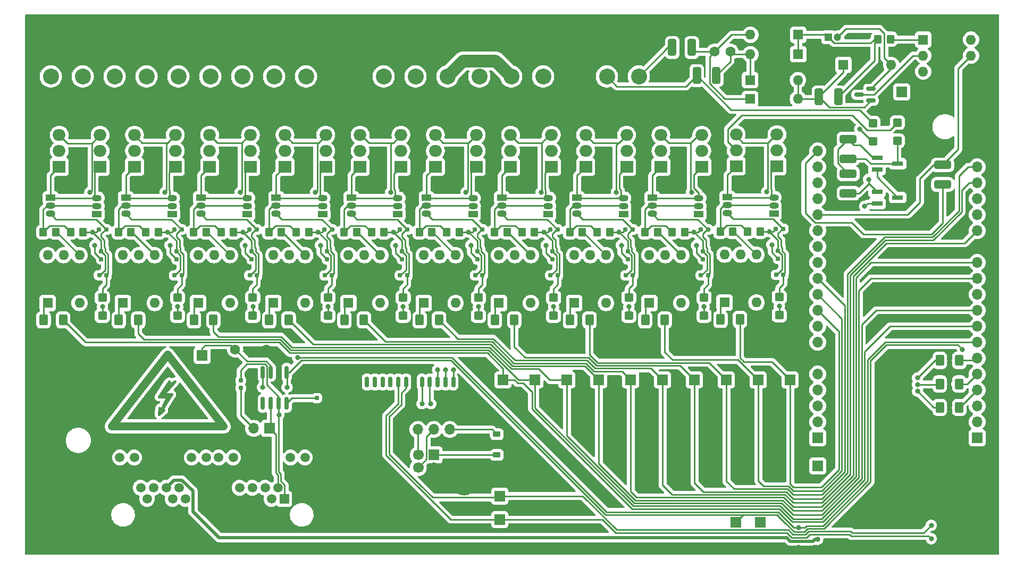
<source format=gbr>
%TF.GenerationSoftware,KiCad,Pcbnew,7.0.10*%
%TF.CreationDate,2024-07-06T13:40:55+02:00*%
%TF.ProjectId,OverlordDimmer,4f766572-6c6f-4726-9444-696d6d65722e,rev?*%
%TF.SameCoordinates,Original*%
%TF.FileFunction,Copper,L1,Top*%
%TF.FilePolarity,Positive*%
%FSLAX46Y46*%
G04 Gerber Fmt 4.6, Leading zero omitted, Abs format (unit mm)*
G04 Created by KiCad (PCBNEW 7.0.10) date 2024-07-06 13:40:55*
%MOMM*%
%LPD*%
G01*
G04 APERTURE LIST*
G04 Aperture macros list*
%AMRoundRect*
0 Rectangle with rounded corners*
0 $1 Rounding radius*
0 $2 $3 $4 $5 $6 $7 $8 $9 X,Y pos of 4 corners*
0 Add a 4 corners polygon primitive as box body*
4,1,4,$2,$3,$4,$5,$6,$7,$8,$9,$2,$3,0*
0 Add four circle primitives for the rounded corners*
1,1,$1+$1,$2,$3*
1,1,$1+$1,$4,$5*
1,1,$1+$1,$6,$7*
1,1,$1+$1,$8,$9*
0 Add four rect primitives between the rounded corners*
20,1,$1+$1,$2,$3,$4,$5,0*
20,1,$1+$1,$4,$5,$6,$7,0*
20,1,$1+$1,$6,$7,$8,$9,0*
20,1,$1+$1,$8,$9,$2,$3,0*%
G04 Aperture macros list end*
%TA.AperFunction,EtchedComponent*%
%ADD10C,1.270000*%
%TD*%
%TA.AperFunction,EtchedComponent*%
%ADD11C,0.381000*%
%TD*%
%TA.AperFunction,ComponentPad*%
%ADD12R,1.600000X1.600000*%
%TD*%
%TA.AperFunction,ComponentPad*%
%ADD13O,1.600000X1.600000*%
%TD*%
%TA.AperFunction,ComponentPad*%
%ADD14R,2.000000X1.905000*%
%TD*%
%TA.AperFunction,ComponentPad*%
%ADD15O,2.000000X1.905000*%
%TD*%
%TA.AperFunction,ComponentPad*%
%ADD16R,1.700000X1.700000*%
%TD*%
%TA.AperFunction,ComponentPad*%
%ADD17R,1.500000X1.050000*%
%TD*%
%TA.AperFunction,ComponentPad*%
%ADD18O,1.500000X1.050000*%
%TD*%
%TA.AperFunction,SMDPad,CuDef*%
%ADD19RoundRect,0.155000X0.212500X0.155000X-0.212500X0.155000X-0.212500X-0.155000X0.212500X-0.155000X0*%
%TD*%
%TA.AperFunction,SMDPad,CuDef*%
%ADD20RoundRect,0.250000X0.400000X0.625000X-0.400000X0.625000X-0.400000X-0.625000X0.400000X-0.625000X0*%
%TD*%
%TA.AperFunction,SMDPad,CuDef*%
%ADD21RoundRect,0.250000X-0.450000X0.400000X-0.450000X-0.400000X0.450000X-0.400000X0.450000X0.400000X0*%
%TD*%
%TA.AperFunction,SMDPad,CuDef*%
%ADD22RoundRect,0.250000X0.350000X0.450000X-0.350000X0.450000X-0.350000X-0.450000X0.350000X-0.450000X0*%
%TD*%
%TA.AperFunction,SMDPad,CuDef*%
%ADD23RoundRect,0.160000X-0.197500X-0.160000X0.197500X-0.160000X0.197500X0.160000X-0.197500X0.160000X0*%
%TD*%
%TA.AperFunction,ComponentPad*%
%ADD24O,1.700000X1.700000*%
%TD*%
%TA.AperFunction,SMDPad,CuDef*%
%ADD25RoundRect,0.250000X-0.400000X-0.625000X0.400000X-0.625000X0.400000X0.625000X-0.400000X0.625000X0*%
%TD*%
%TA.AperFunction,SMDPad,CuDef*%
%ADD26RoundRect,0.160000X-0.160000X0.197500X-0.160000X-0.197500X0.160000X-0.197500X0.160000X0.197500X0*%
%TD*%
%TA.AperFunction,ComponentPad*%
%ADD27R,1.200000X1.200000*%
%TD*%
%TA.AperFunction,ComponentPad*%
%ADD28C,1.200000*%
%TD*%
%TA.AperFunction,ComponentPad*%
%ADD29C,2.540000*%
%TD*%
%TA.AperFunction,SMDPad,CuDef*%
%ADD30RoundRect,0.150000X-0.150000X-0.700000X0.150000X-0.700000X0.150000X0.700000X-0.150000X0.700000X0*%
%TD*%
%TA.AperFunction,SMDPad,CuDef*%
%ADD31RoundRect,0.250000X-0.250000X-1.100000X0.250000X-1.100000X0.250000X1.100000X-0.250000X1.100000X0*%
%TD*%
%TA.AperFunction,ComponentPad*%
%ADD32R,1.500000X1.500000*%
%TD*%
%TA.AperFunction,ComponentPad*%
%ADD33C,1.500000*%
%TD*%
%TA.AperFunction,ComponentPad*%
%ADD34C,2.300000*%
%TD*%
%TA.AperFunction,SMDPad,CuDef*%
%ADD35RoundRect,0.250000X1.075000X-0.400000X1.075000X0.400000X-1.075000X0.400000X-1.075000X-0.400000X0*%
%TD*%
%TA.AperFunction,ComponentPad*%
%ADD36C,1.600000*%
%TD*%
%TA.AperFunction,SMDPad,CuDef*%
%ADD37RoundRect,0.150000X-0.150000X0.825000X-0.150000X-0.825000X0.150000X-0.825000X0.150000X0.825000X0*%
%TD*%
%TA.AperFunction,SMDPad,CuDef*%
%ADD38R,1.800000X0.800000*%
%TD*%
%TA.AperFunction,SMDPad,CuDef*%
%ADD39RoundRect,0.250000X-0.350000X-0.450000X0.350000X-0.450000X0.350000X0.450000X-0.350000X0.450000X0*%
%TD*%
%TA.AperFunction,ComponentPad*%
%ADD40C,1.700000*%
%TD*%
%TA.AperFunction,ComponentPad*%
%ADD41C,3.500000*%
%TD*%
%TA.AperFunction,SMDPad,CuDef*%
%ADD42RoundRect,0.250000X-0.400000X-1.075000X0.400000X-1.075000X0.400000X1.075000X-0.400000X1.075000X0*%
%TD*%
%TA.AperFunction,SMDPad,CuDef*%
%ADD43RoundRect,0.160000X0.197500X0.160000X-0.197500X0.160000X-0.197500X-0.160000X0.197500X-0.160000X0*%
%TD*%
%TA.AperFunction,SMDPad,CuDef*%
%ADD44RoundRect,0.250000X-1.075000X0.400000X-1.075000X-0.400000X1.075000X-0.400000X1.075000X0.400000X0*%
%TD*%
%TA.AperFunction,SMDPad,CuDef*%
%ADD45RoundRect,0.225000X-0.375000X0.225000X-0.375000X-0.225000X0.375000X-0.225000X0.375000X0.225000X0*%
%TD*%
%TA.AperFunction,SMDPad,CuDef*%
%ADD46RoundRect,0.150000X0.587500X0.150000X-0.587500X0.150000X-0.587500X-0.150000X0.587500X-0.150000X0*%
%TD*%
%TA.AperFunction,SMDPad,CuDef*%
%ADD47RoundRect,0.250000X0.450000X-0.400000X0.450000X0.400000X-0.450000X0.400000X-0.450000X-0.400000X0*%
%TD*%
%TA.AperFunction,ViaPad*%
%ADD48C,0.800000*%
%TD*%
%TA.AperFunction,Conductor*%
%ADD49C,0.250000*%
%TD*%
%TA.AperFunction,Conductor*%
%ADD50C,2.000000*%
%TD*%
%TA.AperFunction,Conductor*%
%ADD51C,0.500000*%
%TD*%
G04 APERTURE END LIST*
D10*
%TO.C,REF\u002A\u002A*%
X39310000Y-91210000D02*
X48200000Y-79780000D01*
D11*
X46803000Y-86511000D02*
X48200000Y-86511000D01*
X46803000Y-89305000D02*
X47565000Y-88670000D01*
X46930000Y-88289000D02*
X46803000Y-89305000D01*
X47057000Y-88797000D02*
X46930000Y-88289000D01*
X47057000Y-88924000D02*
X48835000Y-86130000D01*
X47184000Y-86384000D02*
X48454000Y-86384000D01*
X47565000Y-86130000D02*
X49343000Y-84098000D01*
X47565000Y-88670000D02*
X47057000Y-88924000D01*
D10*
X48200000Y-79780000D02*
X57090000Y-91210000D01*
D11*
X48200000Y-86511000D02*
X47057000Y-88797000D01*
X48327000Y-84225000D02*
X46803000Y-86511000D01*
X48581000Y-84479000D02*
X47184000Y-86384000D01*
X48581000Y-84606000D02*
X48454000Y-84098000D01*
X48835000Y-86130000D02*
X47565000Y-86130000D01*
X49343000Y-84098000D02*
X48581000Y-84606000D01*
D10*
X57090000Y-91210000D02*
X39310000Y-91210000D01*
%TD*%
D12*
%TO.P,U5,1*%
%TO.N,Net-(R31-Pad2)*%
X76989445Y-71550000D03*
D13*
%TO.P,U5,2*%
%TO.N,GND*%
X79529445Y-71550000D03*
%TO.P,U5,3,NC*%
%TO.N,unconnected-(U5-NC-Pad3)*%
X82069445Y-71550000D03*
%TO.P,U5,4*%
%TO.N,Net-(R21-Pad1)*%
X82069445Y-63930000D03*
%TO.P,U5,5*%
%TO.N,Net-(D5-K)*%
X79529445Y-63930000D03*
%TO.P,U5,6*%
%TO.N,unconnected-(U5-Pad6)*%
X76989445Y-63930000D03*
%TD*%
D14*
%TO.P,Q11,1,G*%
%TO.N,Net-(Q10-G)*%
X42907361Y-49850000D03*
D15*
%TO.P,Q11,2,D*%
%TO.N,L*%
X42907361Y-47310000D03*
%TO.P,Q11,3,S*%
%TO.N,Net-(Q10-S)*%
X42907361Y-44770000D03*
%TD*%
D16*
%TO.P,Dbg1,1,Pin_1*%
%TO.N,TRGR1*%
X101600000Y-83820000D03*
%TD*%
D17*
%TO.P,Q18,1,E*%
%TO.N,Net-(Q14-G)*%
X77449444Y-54780000D03*
D18*
%TO.P,Q18,2,B*%
%TO.N,Net-(Q17-B)*%
X77449444Y-56050000D03*
%TO.P,Q18,3,C*%
%TO.N,Net-(D5-K)*%
X77449444Y-57320000D03*
%TD*%
D19*
%TO.P,C11,1*%
%TO.N,Net-(D9-K)*%
X122269027Y-67150000D03*
%TO.P,C11,2*%
%TO.N,Net-(Q33-E)*%
X121134027Y-67150000D03*
%TD*%
D16*
%TO.P,DbgCRX1,1,Pin_1*%
%TO.N,CAN_RX*%
X142600000Y-106500000D03*
%TD*%
D20*
%TO.P,R5,1*%
%TO.N,TRGR1*%
X31530000Y-74250000D03*
%TO.P,R5,2*%
%TO.N,Net-(R5-Pad2)*%
X28430000Y-74250000D03*
%TD*%
D21*
%TO.P,D8,1,K*%
%TO.N,Net-(D8-K)*%
X133608888Y-70700000D03*
%TO.P,D8,2,A*%
%TO.N,VCC*%
X133608888Y-73600000D03*
%TD*%
D22*
%TO.P,R21,1*%
%TO.N,Net-(R21-Pad1)*%
X78289445Y-60250000D03*
%TO.P,R21,2*%
%TO.N,Net-(Q17-B)*%
X76289445Y-60250000D03*
%TD*%
D17*
%TO.P,Q34,1,E*%
%TO.N,Net-(Q32-G)*%
X137336249Y-54693809D03*
D18*
%TO.P,Q34,2,B*%
%TO.N,Net-(Q34-B)*%
X137336249Y-55963809D03*
%TO.P,Q34,3,C*%
%TO.N,Net-(D17-K)*%
X137336249Y-57233809D03*
%TD*%
D19*
%TO.P,C13,1*%
%TO.N,Net-(D17-K)*%
X146223749Y-67063809D03*
%TO.P,C13,2*%
%TO.N,Net-(Q32-S)*%
X145088749Y-67063809D03*
%TD*%
D23*
%TO.P,R24,1*%
%TO.N,Net-(Q13-E)*%
X73174583Y-59850000D03*
%TO.P,R24,2*%
%TO.N,Net-(D4-K)*%
X74369583Y-59850000D03*
%TD*%
D16*
%TO.P,11,1,Pin_1*%
%TO.N,CAN_L*%
X64435000Y-91535000D03*
D24*
%TO.P,11,2,Pin_2*%
%TO.N,Net-(11-Pin_2)*%
X61895000Y-91535000D03*
%TD*%
D22*
%TO.P,R57,1*%
%TO.N,Net-(Q32-S)*%
X142526250Y-60163809D03*
%TO.P,R57,2*%
%TO.N,Net-(Q34-B)*%
X140526250Y-60163809D03*
%TD*%
D17*
%TO.P,Q30,1,E*%
%TO.N,Net-(Q27-G)*%
X101404166Y-54780000D03*
D18*
%TO.P,Q30,2,B*%
%TO.N,Net-(Q29-B)*%
X101404166Y-56050000D03*
%TO.P,Q30,3,C*%
%TO.N,Net-(D7-K)*%
X101404166Y-57320000D03*
%TD*%
D21*
%TO.P,D4,1,K*%
%TO.N,Net-(D4-K)*%
X73722083Y-70700000D03*
%TO.P,D4,2,A*%
%TO.N,VCC*%
X73722083Y-73600000D03*
%TD*%
D25*
%TO.P,R66,1*%
%TO.N,Net-(J6-Pin_10)*%
X171150000Y-88200000D03*
%TO.P,R66,2*%
%TO.N,STATUS_LED_R*%
X174250000Y-88200000D03*
%TD*%
D16*
%TO.P,Dbg6,1,Pin_1*%
%TO.N,TRGR6*%
X127000000Y-83820000D03*
%TD*%
D12*
%TO.P,U10,1*%
%TO.N,Net-(R52-Pad2)*%
X124898889Y-71550000D03*
D13*
%TO.P,U10,2*%
%TO.N,GND*%
X127438889Y-71550000D03*
%TO.P,U10,3,NC*%
%TO.N,unconnected-(U10-NC-Pad3)*%
X129978889Y-71550000D03*
%TO.P,U10,4*%
%TO.N,Net-(R49-Pad1)*%
X129978889Y-63930000D03*
%TO.P,U10,5*%
%TO.N,Net-(D8-K)*%
X127438889Y-63930000D03*
%TO.P,U10,6*%
%TO.N,unconnected-(U10-Pad6)*%
X124898889Y-63930000D03*
%TD*%
D20*
%TO.P,R55,1*%
%TO.N,TRGR10*%
X139326250Y-74163809D03*
%TO.P,R55,2*%
%TO.N,Net-(R55-Pad2)*%
X136226250Y-74163809D03*
%TD*%
D23*
%TO.P,R51,1*%
%TO.N,Net-(Q33-E)*%
X121084027Y-59850000D03*
%TO.P,R51,2*%
%TO.N,Net-(D9-K)*%
X122279027Y-59850000D03*
%TD*%
D14*
%TO.P,Q42,1,G*%
%TO.N,Net-(Q32-G)*%
X145226249Y-49763809D03*
D15*
%TO.P,Q42,2,D*%
%TO.N,/triggerCircuit10/Load*%
X145226249Y-47223809D03*
%TO.P,Q42,3,S*%
%TO.N,Net-(Q32-S)*%
X145226249Y-44683809D03*
%TD*%
D26*
%TO.P,R26,1*%
%TO.N,Net-(Q14-S)*%
X85509444Y-63352500D03*
%TO.P,R26,2*%
%TO.N,Net-(Q14-G)*%
X85509444Y-64547500D03*
%TD*%
D22*
%TO.P,R8,1*%
%TO.N,Net-(R8-Pad1)*%
X42357362Y-60250000D03*
%TO.P,R8,2*%
%TO.N,Net-(Q8-B)*%
X40357362Y-60250000D03*
%TD*%
D14*
%TO.P,Q20,1,G*%
%TO.N,Net-(Q13-C)*%
X73362083Y-49850000D03*
D15*
%TO.P,Q20,2,D*%
%TO.N,/triggerCircuit4/Load*%
X73362083Y-47310000D03*
%TO.P,Q20,3,S*%
%TO.N,Net-(Q13-E)*%
X73362083Y-44770000D03*
%TD*%
D20*
%TO.P,R52,1*%
%TO.N,TRGR9*%
X127348889Y-74250000D03*
%TO.P,R52,2*%
%TO.N,Net-(R52-Pad2)*%
X124248889Y-74250000D03*
%TD*%
D26*
%TO.P,R62,1*%
%TO.N,Net-(Q32-S)*%
X145396249Y-63266309D03*
%TO.P,R62,2*%
%TO.N,Net-(Q32-G)*%
X145396249Y-64461309D03*
%TD*%
D22*
%TO.P,R11,1*%
%TO.N,Net-(R11-Pad1)*%
X54334723Y-60250000D03*
%TO.P,R11,2*%
%TO.N,Net-(Q6-B)*%
X52334723Y-60250000D03*
%TD*%
D23*
%TO.P,R10,1*%
%TO.N,Net-(Q12-S)*%
X61197222Y-59850000D03*
%TO.P,R10,2*%
%TO.N,Net-(D3-K)*%
X62392222Y-59850000D03*
%TD*%
D27*
%TO.P,C12,1*%
%TO.N,Net-(D10-K)*%
X153377401Y-29200000D03*
D28*
%TO.P,C12,2*%
%TO.N,Net-(D13-A)*%
X154877401Y-29200000D03*
%TD*%
D17*
%TO.P,Q17,1,E*%
%TO.N,Net-(Q14-S)*%
X84839445Y-57350000D03*
D18*
%TO.P,Q17,2,B*%
%TO.N,Net-(Q17-B)*%
X84839445Y-56080000D03*
%TO.P,Q17,3,C*%
%TO.N,Net-(Q14-G)*%
X84839445Y-54810000D03*
%TD*%
D22*
%TO.P,R2,1*%
%TO.N,Net-(R2-Pad1)*%
X30380000Y-60250000D03*
%TO.P,R2,2*%
%TO.N,Net-(Q2-B)*%
X28380000Y-60250000D03*
%TD*%
D26*
%TO.P,R42,1*%
%TO.N,Net-(Q24-S)*%
X97486805Y-63352500D03*
%TO.P,R42,2*%
%TO.N,Net-(Q24-G)*%
X97486805Y-64547500D03*
%TD*%
D12*
%TO.P,U2,1*%
%TO.N,Net-(R17-Pad2)*%
X53034723Y-71550000D03*
D13*
%TO.P,U2,2*%
%TO.N,GND*%
X55574723Y-71550000D03*
%TO.P,U2,3,NC*%
%TO.N,unconnected-(U2-NC-Pad3)*%
X58114723Y-71550000D03*
%TO.P,U2,4*%
%TO.N,Net-(R11-Pad1)*%
X58114723Y-63930000D03*
%TO.P,U2,5*%
%TO.N,Net-(D3-K)*%
X55574723Y-63930000D03*
%TO.P,U2,6*%
%TO.N,unconnected-(U2-Pad6)*%
X53034723Y-63930000D03*
%TD*%
D22*
%TO.P,R32,1*%
%TO.N,Net-(Q24-S)*%
X94616806Y-60250000D03*
%TO.P,R32,2*%
%TO.N,Net-(Q26-B)*%
X92616806Y-60250000D03*
%TD*%
D12*
%TO.P,D13,1,K*%
%TO.N,Net-(D12-A)*%
X155790000Y-33600000D03*
D13*
%TO.P,D13,2,A*%
%TO.N,Net-(D13-A)*%
X163410000Y-33600000D03*
%TD*%
D19*
%TO.P,C5,1*%
%TO.N,Net-(D4-K)*%
X74359583Y-67150000D03*
%TO.P,C5,2*%
%TO.N,Net-(Q13-E)*%
X73224583Y-67150000D03*
%TD*%
D29*
%TO.P,J1,1,Pin_1*%
%TO.N,/triggerCircuit6/Load*%
X70220000Y-35450000D03*
%TO.P,J1,2,Pin_2*%
%TO.N,/triggerCircuit5/Load*%
X65140000Y-35450000D03*
%TO.P,J1,3,Pin_3*%
%TO.N,/triggerCircuit4/Load*%
X60060000Y-35450000D03*
%TO.P,J1,4,Pin_4*%
%TO.N,L*%
X54980000Y-35450000D03*
%TO.P,J1,5,Pin_5*%
%TO.N,/triggerCircuit3/Load*%
X49900000Y-35450000D03*
%TO.P,J1,6,Pin_6*%
%TO.N,L*%
X44820000Y-35450000D03*
%TO.P,J1,7,Pin_7*%
%TO.N,/triggerCircuit2/Load*%
X39740000Y-35450000D03*
%TO.P,J1,8,Pin_8*%
%TO.N,L*%
X34660000Y-35450000D03*
%TO.P,J1,9,Pin_9*%
%TO.N,/triggerCircuit1/Load*%
X29580000Y-35450000D03*
%TD*%
D14*
%TO.P,Q14,1,G*%
%TO.N,Net-(Q14-G)*%
X85339444Y-49850000D03*
D15*
%TO.P,Q14,2,D*%
%TO.N,/triggerCircuit5/Load*%
X85339444Y-47310000D03*
%TO.P,Q14,3,S*%
%TO.N,Net-(Q14-S)*%
X85339444Y-44770000D03*
%TD*%
D21*
%TO.P,D9,1,K*%
%TO.N,Net-(D9-K)*%
X121631527Y-70700000D03*
%TO.P,D9,2,A*%
%TO.N,VCC*%
X121631527Y-73600000D03*
%TD*%
D12*
%TO.P,U7,1*%
%TO.N,Net-(R43-Pad2)*%
X112921528Y-71550000D03*
D13*
%TO.P,U7,2*%
%TO.N,GND*%
X115461528Y-71550000D03*
%TO.P,U7,3,NC*%
%TO.N,unconnected-(U7-NC-Pad3)*%
X118001528Y-71550000D03*
%TO.P,U7,4*%
%TO.N,Net-(R38-Pad1)*%
X118001528Y-63930000D03*
%TO.P,U7,5*%
%TO.N,Net-(D9-K)*%
X115461528Y-63930000D03*
%TO.P,U7,6*%
%TO.N,unconnected-(U7-Pad6)*%
X112921528Y-63930000D03*
%TD*%
D17*
%TO.P,Q9,1,E*%
%TO.N,Net-(Q10-S)*%
X48907362Y-57350000D03*
D18*
%TO.P,Q9,2,B*%
%TO.N,Net-(Q8-B)*%
X48907362Y-56080000D03*
%TO.P,Q9,3,C*%
%TO.N,Net-(Q10-G)*%
X48907362Y-54810000D03*
%TD*%
D16*
%TO.P,Dbg3V3,1,Pin_1*%
%TO.N,+3.3V*%
X53700000Y-79900000D03*
%TD*%
D17*
%TO.P,Q13,1,E*%
%TO.N,Net-(Q13-E)*%
X72862084Y-57350000D03*
D18*
%TO.P,Q13,2,B*%
%TO.N,Net-(Q13-B)*%
X72862084Y-56080000D03*
%TO.P,Q13,3,C*%
%TO.N,Net-(Q13-C)*%
X72862084Y-54810000D03*
%TD*%
D19*
%TO.P,C7,1*%
%TO.N,Net-(D7-K)*%
X110291666Y-67150000D03*
%TO.P,C7,2*%
%TO.N,Net-(Q27-S)*%
X109156666Y-67150000D03*
%TD*%
D30*
%TO.P,J6,1,Pin_1*%
%TO.N,unconnected-(J6-Pin_1-Pad1)*%
X79925000Y-84150000D03*
%TO.P,J6,2,Pin_2*%
%TO.N,unconnected-(J6-Pin_2-Pad2)*%
X81175000Y-84150000D03*
%TO.P,J6,3,Pin_3*%
%TO.N,unconnected-(J6-Pin_3-Pad3)*%
X82425000Y-84150000D03*
%TO.P,J6,4,Pin_4*%
%TO.N,unconnected-(J6-Pin_4-Pad4)*%
X83675000Y-84150000D03*
%TO.P,J6,5,Pin_5*%
%TO.N,UART_RX_0*%
X84925000Y-84150000D03*
%TO.P,J6,6,Pin_6*%
%TO.N,UART_TX_0*%
X86175000Y-84150000D03*
%TO.P,J6,7,Pin_7*%
%TO.N,GND*%
X87425000Y-84150000D03*
%TO.P,J6,8,Pin_8*%
%TO.N,CAN_H*%
X88675000Y-84150000D03*
%TO.P,J6,9,Pin_9*%
%TO.N,CAN_L*%
X89925000Y-84150000D03*
%TO.P,J6,10,Pin_10*%
%TO.N,Net-(J6-Pin_10)*%
X91175000Y-84150000D03*
%TO.P,J6,11,Pin_11*%
%TO.N,Net-(J6-Pin_11)*%
X92425000Y-84150000D03*
%TO.P,J6,12,Pin_12*%
%TO.N,Net-(J6-Pin_12)*%
X93675000Y-84150000D03*
D31*
%TO.P,J6,MP,MountPin*%
%TO.N,GND*%
X78075000Y-87350000D03*
X95525000Y-87350000D03*
%TD*%
D20*
%TO.P,R18,1*%
%TO.N,TRGR2*%
X43507362Y-74250000D03*
%TO.P,R18,2*%
%TO.N,Net-(R18-Pad2)*%
X40407362Y-74250000D03*
%TD*%
D17*
%TO.P,Q33,1,E*%
%TO.N,Net-(Q33-E)*%
X120771528Y-57350000D03*
D18*
%TO.P,Q33,2,B*%
%TO.N,Net-(Q23-B)*%
X120771528Y-56080000D03*
%TO.P,Q33,3,C*%
%TO.N,Net-(Q23-E)*%
X120771528Y-54810000D03*
%TD*%
D19*
%TO.P,C1,1*%
%TO.N,Net-(D1-K)*%
X38427500Y-67150000D03*
%TO.P,C1,2*%
%TO.N,Net-(Q1-S)*%
X37292500Y-67150000D03*
%TD*%
D26*
%TO.P,R13,1*%
%TO.N,CAN_H*%
X59835000Y-83892500D03*
%TO.P,R13,2*%
%TO.N,Net-(11-Pin_2)*%
X59835000Y-85087500D03*
%TD*%
%TO.P,R53,1*%
%TO.N,Net-(Q33-E)*%
X121441527Y-63352500D03*
%TO.P,R53,2*%
%TO.N,Net-(Q23-E)*%
X121441527Y-64547500D03*
%TD*%
D23*
%TO.P,R7,1*%
%TO.N,Net-(Q10-S)*%
X49219861Y-59850000D03*
%TO.P,R7,2*%
%TO.N,Net-(D2-K)*%
X50414861Y-59850000D03*
%TD*%
D32*
%TO.P,J3,1*%
%TO.N,CAN_H*%
X66750000Y-102770000D03*
D33*
%TO.P,J3,2*%
%TO.N,CAN_L*%
X65734000Y-100990000D03*
%TO.P,J3,3*%
%TO.N,unconnected-(J3-Pad3)*%
X64718000Y-102770000D03*
%TO.P,J3,4*%
%TO.N,+12V*%
X63702000Y-100990000D03*
%TO.P,J3,5*%
%TO.N,GND*%
X62686000Y-102770000D03*
%TO.P,J3,6*%
%TO.N,unconnected-(J3-Pad6)*%
X61670000Y-100990000D03*
%TO.P,J3,7*%
%TO.N,GND*%
X60654000Y-102770000D03*
%TO.P,J3,8*%
%TO.N,+12V*%
X59638000Y-100990000D03*
%TO.P,J3,9*%
%TO.N,Net-(Q21-D)*%
X70050000Y-96170000D03*
%TO.P,J3,10*%
%TO.N,Net-(J3-Pad10)*%
X67760000Y-96170000D03*
%TO.P,J3,11*%
%TO.N,Net-(Q22-D)*%
X58620000Y-96170000D03*
%TO.P,J3,12*%
%TO.N,Net-(J3-Pad12)*%
X56330000Y-96170000D03*
%TO.P,J3,13*%
%TO.N,unconnected-(J3-Pad13)*%
X51000000Y-102770000D03*
%TO.P,J3,14*%
%TO.N,unconnected-(J3-Pad14)*%
X49984000Y-100990000D03*
%TO.P,J3,15*%
%TO.N,unconnected-(J3-Pad15)*%
X48968000Y-102770000D03*
%TO.P,J3,16*%
%TO.N,+5V*%
X47952000Y-100990000D03*
%TO.P,J3,17*%
%TO.N,GND*%
X46936000Y-102770000D03*
%TO.P,J3,18*%
%TO.N,unconnected-(J3-Pad18)*%
X45920000Y-100990000D03*
%TO.P,J3,19*%
%TO.N,unconnected-(J3-Pad19)*%
X44904000Y-102770000D03*
%TO.P,J3,20*%
%TO.N,unconnected-(J3-Pad20)*%
X43888000Y-100990000D03*
%TO.P,J3,21*%
%TO.N,unconnected-(J3-Pad21)*%
X54300000Y-96170000D03*
%TO.P,J3,22*%
%TO.N,unconnected-(J3-Pad22)*%
X52010000Y-96170000D03*
%TO.P,J3,23*%
%TO.N,unconnected-(J3-Pad23)*%
X42870000Y-96170000D03*
%TO.P,J3,24*%
%TO.N,unconnected-(J3-Pad24)*%
X40580000Y-96170000D03*
D34*
%TO.P,J3,SH*%
%TO.N,GND*%
X71320000Y-101880000D03*
X39320000Y-101880000D03*
%TD*%
D26*
%TO.P,R29,1*%
%TO.N,Net-(Q13-E)*%
X73532083Y-63352500D03*
%TO.P,R29,2*%
%TO.N,Net-(Q13-C)*%
X73532083Y-64547500D03*
%TD*%
D12*
%TO.P,D11,1,K*%
%TO.N,Net-(D10-K)*%
X148610000Y-31900000D03*
D13*
%TO.P,D11,2,A*%
%TO.N,Net-(D11-A)*%
X140990000Y-31900000D03*
%TD*%
D14*
%TO.P,Q4,1,G*%
%TO.N,Net-(Q1-G)*%
X37430000Y-49850000D03*
D15*
%TO.P,Q4,2,D*%
%TO.N,/triggerCircuit1/Load*%
X37430000Y-47310000D03*
%TO.P,Q4,3,S*%
%TO.N,Net-(Q1-S)*%
X37430000Y-44770000D03*
%TD*%
D12*
%TO.P,D10,1,K*%
%TO.N,Net-(D10-K)*%
X148610000Y-28800000D03*
D13*
%TO.P,D10,2,A*%
%TO.N,Net-(D10-A)*%
X140990000Y-28800000D03*
%TD*%
D26*
%TO.P,R40,1*%
%TO.N,Net-(Q27-S)*%
X109464166Y-63352500D03*
%TO.P,R40,2*%
%TO.N,Net-(Q27-G)*%
X109464166Y-64547500D03*
%TD*%
D23*
%TO.P,R34,1*%
%TO.N,Net-(Q24-S)*%
X97129305Y-59850000D03*
%TO.P,R34,2*%
%TO.N,Net-(D6-K)*%
X98324305Y-59850000D03*
%TD*%
D22*
%TO.P,R49,1*%
%TO.N,Net-(R49-Pad1)*%
X126198889Y-60250000D03*
%TO.P,R49,2*%
%TO.N,Net-(Q37-B)*%
X124198889Y-60250000D03*
%TD*%
D35*
%TO.P,R63,1*%
%TO.N,+3.3V*%
X171600000Y-52650000D03*
%TO.P,R63,2*%
%TO.N,EDGE_DETECT*%
X171600000Y-49550000D03*
%TD*%
D14*
%TO.P,Q32,1,G*%
%TO.N,Net-(Q32-G)*%
X138726249Y-49763809D03*
D15*
%TO.P,Q32,2,D*%
%TO.N,L*%
X138726249Y-47223809D03*
%TO.P,Q32,3,S*%
%TO.N,Net-(Q32-S)*%
X138726249Y-44683809D03*
%TD*%
D14*
%TO.P,Q28,1,G*%
%TO.N,Net-(Q27-G)*%
X102794166Y-49850000D03*
D15*
%TO.P,Q28,2,D*%
%TO.N,L*%
X102794166Y-47310000D03*
%TO.P,Q28,3,S*%
%TO.N,Net-(Q27-S)*%
X102794166Y-44770000D03*
%TD*%
D16*
%TO.P,Dbg9,1,Pin_1*%
%TO.N,TRGR9*%
X142240000Y-83820000D03*
%TD*%
D12*
%TO.P,U3,1*%
%TO.N,Net-(R18-Pad2)*%
X41057362Y-71550000D03*
D13*
%TO.P,U3,2*%
%TO.N,GND*%
X43597362Y-71550000D03*
%TO.P,U3,3,NC*%
%TO.N,unconnected-(U3-NC-Pad3)*%
X46137362Y-71550000D03*
%TO.P,U3,4*%
%TO.N,Net-(R8-Pad1)*%
X46137362Y-63930000D03*
%TO.P,U3,5*%
%TO.N,Net-(D2-K)*%
X43597362Y-63930000D03*
%TO.P,U3,6*%
%TO.N,unconnected-(U3-Pad6)*%
X41057362Y-63930000D03*
%TD*%
D19*
%TO.P,C3,1*%
%TO.N,Net-(D2-K)*%
X50404861Y-67150000D03*
%TO.P,C3,2*%
%TO.N,Net-(Q10-S)*%
X49269861Y-67150000D03*
%TD*%
D16*
%TO.P,DbgGND1,1,Pin_1*%
%TO.N,GND*%
X101075000Y-98515000D03*
%TD*%
D22*
%TO.P,R19,1*%
%TO.N,Net-(Q14-S)*%
X82639445Y-60250000D03*
%TO.P,R19,2*%
%TO.N,Net-(Q17-B)*%
X80639445Y-60250000D03*
%TD*%
D14*
%TO.P,Q40,1,G*%
%TO.N,Net-(Q37-E)*%
X133248888Y-49850000D03*
D15*
%TO.P,Q40,2,D*%
%TO.N,/triggerCircuit9/Load*%
X133248888Y-47310000D03*
%TO.P,Q40,3,S*%
%TO.N,Net-(Q38-E)*%
X133248888Y-44770000D03*
%TD*%
D20*
%TO.P,R39,1*%
%TO.N,TRGR7*%
X103394167Y-74250000D03*
%TO.P,R39,2*%
%TO.N,Net-(R39-Pad2)*%
X100294167Y-74250000D03*
%TD*%
D17*
%TO.P,Q31,1,E*%
%TO.N,Net-(Q24-S)*%
X96816806Y-57350000D03*
D18*
%TO.P,Q31,2,B*%
%TO.N,Net-(Q26-B)*%
X96816806Y-56080000D03*
%TO.P,Q31,3,C*%
%TO.N,Net-(Q24-G)*%
X96816806Y-54810000D03*
%TD*%
D17*
%TO.P,Q38,1,E*%
%TO.N,Net-(Q38-E)*%
X132748889Y-57350000D03*
D18*
%TO.P,Q38,2,B*%
%TO.N,Net-(Q37-B)*%
X132748889Y-56080000D03*
%TO.P,Q38,3,C*%
%TO.N,Net-(Q37-E)*%
X132748889Y-54810000D03*
%TD*%
D14*
%TO.P,Q24,1,G*%
%TO.N,Net-(Q24-G)*%
X97316805Y-49850000D03*
D15*
%TO.P,Q24,2,D*%
%TO.N,/triggerCircuit6/Load*%
X97316805Y-47310000D03*
%TO.P,Q24,3,S*%
%TO.N,Net-(Q24-S)*%
X97316805Y-44770000D03*
%TD*%
D21*
%TO.P,D15,1,K*%
%TO.N,N*%
X160500000Y-42900000D03*
%TO.P,D15,2,A*%
%TO.N,Net-(D15-A)*%
X160500000Y-45800000D03*
%TD*%
D19*
%TO.P,C2,1*%
%TO.N,Net-(D3-K)*%
X62382222Y-67150000D03*
%TO.P,C2,2*%
%TO.N,Net-(Q12-S)*%
X61247222Y-67150000D03*
%TD*%
D23*
%TO.P,R20,1*%
%TO.N,Net-(Q14-S)*%
X85151944Y-59850000D03*
%TO.P,R20,2*%
%TO.N,Net-(D5-K)*%
X86346944Y-59850000D03*
%TD*%
D36*
%TO.P,C9,1*%
%TO.N,Net-(D10-A)*%
X135300000Y-31500000D03*
%TO.P,C9,2*%
%TO.N,Net-(D11-A)*%
X137800000Y-31500000D03*
%TD*%
D22*
%TO.P,R47,1*%
%TO.N,Net-(Q38-E)*%
X130548889Y-60250000D03*
%TO.P,R47,2*%
%TO.N,Net-(Q37-B)*%
X128548889Y-60250000D03*
%TD*%
D14*
%TO.P,Q10,1,G*%
%TO.N,Net-(Q10-G)*%
X49407361Y-49850000D03*
D15*
%TO.P,Q10,2,D*%
%TO.N,/triggerCircuit2/Load*%
X49407361Y-47310000D03*
%TO.P,Q10,3,S*%
%TO.N,Net-(Q10-S)*%
X49407361Y-44770000D03*
%TD*%
D17*
%TO.P,Q23,1,E*%
%TO.N,Net-(Q23-E)*%
X113381527Y-54780000D03*
D18*
%TO.P,Q23,2,B*%
%TO.N,Net-(Q23-B)*%
X113381527Y-56050000D03*
%TO.P,Q23,3,C*%
%TO.N,Net-(D9-K)*%
X113381527Y-57320000D03*
%TD*%
D37*
%TO.P,U4,1,D*%
%TO.N,CAN_TX*%
X67140000Y-82600000D03*
%TO.P,U4,2,GND*%
%TO.N,GND*%
X65870000Y-82600000D03*
%TO.P,U4,3,VCC*%
%TO.N,+3.3V*%
X64600000Y-82600000D03*
%TO.P,U4,4,R*%
%TO.N,CAN_RX*%
X63330000Y-82600000D03*
%TO.P,U4,5,Vref*%
%TO.N,unconnected-(U4-Vref-Pad5)*%
X63330000Y-87550000D03*
%TO.P,U4,6,CANL*%
%TO.N,CAN_L*%
X64600000Y-87550000D03*
%TO.P,U4,7,CANH*%
%TO.N,CAN_H*%
X65870000Y-87550000D03*
%TO.P,U4,8,Rs*%
%TO.N,Net-(U4-Rs)*%
X67140000Y-87550000D03*
%TD*%
D23*
%TO.P,R3,1*%
%TO.N,Net-(Q1-S)*%
X37242500Y-59850000D03*
%TO.P,R3,2*%
%TO.N,Net-(D1-K)*%
X38437500Y-59850000D03*
%TD*%
D16*
%TO.P,Dbg10,1,Pin_1*%
%TO.N,TRGR10*%
X147320000Y-83820000D03*
%TD*%
D38*
%TO.P,Q43,1,B*%
%TO.N,Net-(Q43-B)*%
X161150000Y-48400000D03*
%TO.P,Q43,2,E*%
%TO.N,Net-(Q43-E)*%
X161150000Y-50300000D03*
%TO.P,Q43,3,C*%
%TO.N,Net-(D14-K)*%
X164450000Y-49350000D03*
%TD*%
D39*
%TO.P,R56,1*%
%TO.N,Net-(D10-K)*%
X161300000Y-29500000D03*
%TO.P,R56,2*%
%TO.N,Net-(R56-Pad2)*%
X163300000Y-29500000D03*
%TD*%
D16*
%TO.P,Dbg5V0,1,Pin_1*%
%TO.N,+5V*%
X151700000Y-97500000D03*
%TD*%
%TO.P,Dbg7,1,Pin_1*%
%TO.N,TRGR7*%
X132080000Y-83820000D03*
%TD*%
D23*
%TO.P,R37,1*%
%TO.N,Net-(Q27-S)*%
X109106666Y-59850000D03*
%TO.P,R37,2*%
%TO.N,Net-(D7-K)*%
X110301666Y-59850000D03*
%TD*%
D22*
%TO.P,R35,1*%
%TO.N,Net-(Q27-S)*%
X106594167Y-60250000D03*
%TO.P,R35,2*%
%TO.N,Net-(Q29-B)*%
X104594167Y-60250000D03*
%TD*%
D21*
%TO.P,D17,1,K*%
%TO.N,Net-(D17-K)*%
X145586249Y-70613809D03*
%TO.P,D17,2,A*%
%TO.N,VCC*%
X145586249Y-73513809D03*
%TD*%
D19*
%TO.P,C10,1*%
%TO.N,Net-(D8-K)*%
X134246388Y-67150000D03*
%TO.P,C10,2*%
%TO.N,Net-(Q38-E)*%
X133111388Y-67150000D03*
%TD*%
D17*
%TO.P,Q2,1,E*%
%TO.N,Net-(Q1-G)*%
X29540000Y-54780000D03*
D18*
%TO.P,Q2,2,B*%
%TO.N,Net-(Q2-B)*%
X29540000Y-56050000D03*
%TO.P,Q2,3,C*%
%TO.N,Net-(D1-K)*%
X29540000Y-57320000D03*
%TD*%
D16*
%TO.P,J5,1,VBUS*%
%TO.N,Net-(D18-A)*%
X90600000Y-95760000D03*
D40*
%TO.P,J5,2,D-*%
%TO.N,Net-(J2-Pin_2)*%
X88100000Y-95760000D03*
%TO.P,J5,3,D+*%
%TO.N,Net-(J2-Pin_3)*%
X88100000Y-97760000D03*
%TO.P,J5,4,GND*%
%TO.N,GND*%
X90600000Y-97760000D03*
D41*
%TO.P,J5,5,Shield*%
X95370000Y-100470000D03*
X83330000Y-100470000D03*
%TD*%
D20*
%TO.P,R17,1*%
%TO.N,TRGR3*%
X55484723Y-74250000D03*
%TO.P,R17,2*%
%TO.N,Net-(R17-Pad2)*%
X52384723Y-74250000D03*
%TD*%
D22*
%TO.P,R9,1*%
%TO.N,Net-(Q10-S)*%
X46707362Y-60250000D03*
%TO.P,R9,2*%
%TO.N,Net-(Q8-B)*%
X44707362Y-60250000D03*
%TD*%
D38*
%TO.P,Q45,1,B*%
%TO.N,Net-(D15-A)*%
X161150000Y-53800000D03*
%TO.P,Q45,2,E*%
%TO.N,VCC*%
X161150000Y-55700000D03*
%TO.P,Q45,3,C*%
%TO.N,Net-(Q43-E)*%
X164450000Y-54750000D03*
%TD*%
D12*
%TO.P,D12,1,K*%
%TO.N,Net-(D11-A)*%
X140940000Y-36030000D03*
D13*
%TO.P,D12,2,A*%
%TO.N,Net-(D12-A)*%
X148560000Y-36030000D03*
%TD*%
D23*
%TO.P,R58,1*%
%TO.N,Net-(Q32-S)*%
X145038749Y-59763809D03*
%TO.P,R58,2*%
%TO.N,Net-(D17-K)*%
X146233749Y-59763809D03*
%TD*%
D21*
%TO.P,D1,1,K*%
%TO.N,Net-(D1-K)*%
X37790000Y-70700000D03*
%TO.P,D1,2,A*%
%TO.N,VCC*%
X37790000Y-73600000D03*
%TD*%
D42*
%TO.P,R59,1*%
%TO.N,Net-(D12-A)*%
X151900000Y-38700000D03*
%TO.P,R59,2*%
%TO.N,Net-(D10-K)*%
X155000000Y-38700000D03*
%TD*%
D22*
%TO.P,R6,1*%
%TO.N,Net-(Q12-S)*%
X58684723Y-60250000D03*
%TO.P,R6,2*%
%TO.N,Net-(Q6-B)*%
X56684723Y-60250000D03*
%TD*%
D14*
%TO.P,Q25,1,G*%
%TO.N,Net-(Q24-G)*%
X90816805Y-49850000D03*
D15*
%TO.P,Q25,2,D*%
%TO.N,L*%
X90816805Y-47310000D03*
%TO.P,Q25,3,S*%
%TO.N,Net-(Q24-S)*%
X90816805Y-44770000D03*
%TD*%
D20*
%TO.P,R31,1*%
%TO.N,TRGR5*%
X79439445Y-74250000D03*
%TO.P,R31,2*%
%TO.N,Net-(R31-Pad2)*%
X76339445Y-74250000D03*
%TD*%
D14*
%TO.P,Q5,1,G*%
%TO.N,Net-(Q12-G)*%
X54884722Y-49850000D03*
D15*
%TO.P,Q5,2,D*%
%TO.N,L*%
X54884722Y-47310000D03*
%TO.P,Q5,3,S*%
%TO.N,Net-(Q12-S)*%
X54884722Y-44770000D03*
%TD*%
D43*
%TO.P,R12,1*%
%TO.N,GND*%
X73147500Y-86710000D03*
%TO.P,R12,2*%
%TO.N,Net-(U4-Rs)*%
X71952500Y-86710000D03*
%TD*%
D22*
%TO.P,R50,1*%
%TO.N,Net-(R50-Pad1)*%
X138176250Y-60163809D03*
%TO.P,R50,2*%
%TO.N,Net-(Q34-B)*%
X136176250Y-60163809D03*
%TD*%
D26*
%TO.P,R16,1*%
%TO.N,Net-(Q12-S)*%
X61554722Y-63352500D03*
%TO.P,R16,2*%
%TO.N,Net-(Q12-G)*%
X61554722Y-64547500D03*
%TD*%
D16*
%TO.P,Dbg4,1,Pin_1*%
%TO.N,TRGR4*%
X116840000Y-83820000D03*
%TD*%
D22*
%TO.P,R22,1*%
%TO.N,Net-(R22-Pad1)*%
X66312084Y-60250000D03*
%TO.P,R22,2*%
%TO.N,Net-(Q13-B)*%
X64312084Y-60250000D03*
%TD*%
D21*
%TO.P,D6,1,K*%
%TO.N,Net-(D6-K)*%
X97676805Y-70700000D03*
%TO.P,D6,2,A*%
%TO.N,VCC*%
X97676805Y-73600000D03*
%TD*%
D16*
%TO.P,DbgCTX1,1,Pin_1*%
%TO.N,CAN_TX*%
X138700000Y-106500000D03*
%TD*%
D22*
%TO.P,R1,1*%
%TO.N,Net-(Q1-S)*%
X34730000Y-60250000D03*
%TO.P,R1,2*%
%TO.N,Net-(Q2-B)*%
X32730000Y-60250000D03*
%TD*%
D35*
%TO.P,R60,1*%
%TO.N,Net-(D14-K)*%
X156540000Y-48540000D03*
%TO.P,R60,2*%
%TO.N,Net-(Q43-B)*%
X156540000Y-45440000D03*
%TD*%
D19*
%TO.P,C6,1*%
%TO.N,Net-(D5-K)*%
X86336944Y-67150000D03*
%TO.P,C6,2*%
%TO.N,Net-(Q14-S)*%
X85201944Y-67150000D03*
%TD*%
D17*
%TO.P,Q29,1,E*%
%TO.N,Net-(Q27-S)*%
X108794167Y-57350000D03*
D18*
%TO.P,Q29,2,B*%
%TO.N,Net-(Q29-B)*%
X108794167Y-56080000D03*
%TO.P,Q29,3,C*%
%TO.N,Net-(Q27-G)*%
X108794167Y-54810000D03*
%TD*%
D17*
%TO.P,Q26,1,E*%
%TO.N,Net-(Q24-G)*%
X89426805Y-54780000D03*
D18*
%TO.P,Q26,2,B*%
%TO.N,Net-(Q26-B)*%
X89426805Y-56050000D03*
%TO.P,Q26,3,C*%
%TO.N,Net-(D6-K)*%
X89426805Y-57320000D03*
%TD*%
D20*
%TO.P,R43,1*%
%TO.N,TRGR8*%
X115371528Y-74250000D03*
%TO.P,R43,2*%
%TO.N,Net-(R43-Pad2)*%
X112271528Y-74250000D03*
%TD*%
D22*
%TO.P,R38,1*%
%TO.N,Net-(R38-Pad1)*%
X114221528Y-60250000D03*
%TO.P,R38,2*%
%TO.N,Net-(Q23-B)*%
X112221528Y-60250000D03*
%TD*%
D12*
%TO.P,U11,1*%
%TO.N,Net-(R55-Pad2)*%
X136876250Y-71463809D03*
D13*
%TO.P,U11,2*%
%TO.N,GND*%
X139416250Y-71463809D03*
%TO.P,U11,3,NC*%
%TO.N,unconnected-(U11-NC-Pad3)*%
X141956250Y-71463809D03*
%TO.P,U11,4*%
%TO.N,Net-(R50-Pad1)*%
X141956250Y-63843809D03*
%TO.P,U11,5*%
%TO.N,Net-(D17-K)*%
X139416250Y-63843809D03*
%TO.P,U11,6*%
%TO.N,unconnected-(U11-Pad6)*%
X136876250Y-63843809D03*
%TD*%
D20*
%TO.P,R41,1*%
%TO.N,TRGR6*%
X91416806Y-74250000D03*
%TO.P,R41,2*%
%TO.N,Net-(R41-Pad2)*%
X88316806Y-74250000D03*
%TD*%
D12*
%TO.P,U12,1*%
%TO.N,Net-(R56-Pad2)*%
X168500000Y-29575000D03*
D13*
%TO.P,U12,2*%
%TO.N,Net-(Q44-C)*%
X168500000Y-32115000D03*
%TO.P,U12,3,NC*%
%TO.N,unconnected-(U12-NC-Pad3)*%
X168500000Y-34655000D03*
%TO.P,U12,4*%
%TO.N,GND*%
X176120000Y-34655000D03*
%TO.P,U12,5*%
%TO.N,EDGE_DETECT*%
X176120000Y-32115000D03*
%TO.P,U12,6*%
%TO.N,unconnected-(U12-Pad6)*%
X176120000Y-29575000D03*
%TD*%
D26*
%TO.P,R14,1*%
%TO.N,Net-(Q10-S)*%
X49577361Y-63352500D03*
%TO.P,R14,2*%
%TO.N,Net-(Q10-G)*%
X49577361Y-64547500D03*
%TD*%
D44*
%TO.P,R61,1*%
%TO.N,Net-(Q43-B)*%
X156570000Y-50960000D03*
%TO.P,R61,2*%
%TO.N,Net-(D15-A)*%
X156570000Y-54060000D03*
%TD*%
D16*
%TO.P,DbgEdge1,1,Pin_1*%
%TO.N,EDGE_DETECT*%
X165100000Y-37900000D03*
%TD*%
D14*
%TO.P,Q35,1,G*%
%TO.N,Net-(Q23-E)*%
X114771527Y-49850000D03*
D15*
%TO.P,Q35,2,D*%
%TO.N,L*%
X114771527Y-47310000D03*
%TO.P,Q35,3,S*%
%TO.N,Net-(Q33-E)*%
X114771527Y-44770000D03*
%TD*%
D22*
%TO.P,R23,1*%
%TO.N,Net-(Q13-E)*%
X70662084Y-60250000D03*
%TO.P,R23,2*%
%TO.N,Net-(Q13-B)*%
X68662084Y-60250000D03*
%TD*%
D12*
%TO.P,D16,1,K*%
%TO.N,Net-(D10-A)*%
X140940000Y-39030000D03*
D13*
%TO.P,D16,2,A*%
%TO.N,Net-(D12-A)*%
X148560000Y-39030000D03*
%TD*%
D14*
%TO.P,Q27,1,G*%
%TO.N,Net-(Q27-G)*%
X109294166Y-49850000D03*
D15*
%TO.P,Q27,2,D*%
%TO.N,/triggerCircuit7/Load*%
X109294166Y-47310000D03*
%TO.P,Q27,3,S*%
%TO.N,Net-(Q27-S)*%
X109294166Y-44770000D03*
%TD*%
D21*
%TO.P,D5,1,K*%
%TO.N,Net-(D5-K)*%
X85699444Y-70700000D03*
%TO.P,D5,2,A*%
%TO.N,VCC*%
X85699444Y-73600000D03*
%TD*%
D22*
%TO.P,R46,1*%
%TO.N,Net-(Q33-E)*%
X118571528Y-60250000D03*
%TO.P,R46,2*%
%TO.N,Net-(Q23-B)*%
X116571528Y-60250000D03*
%TD*%
D16*
%TO.P,Dbg5,1,Pin_1*%
%TO.N,TRGR5*%
X121920000Y-83820000D03*
%TD*%
D21*
%TO.P,D7,1,K*%
%TO.N,Net-(D7-K)*%
X109654166Y-70700000D03*
%TO.P,D7,2,A*%
%TO.N,VCC*%
X109654166Y-73600000D03*
%TD*%
D17*
%TO.P,Q7,1,E*%
%TO.N,Net-(Q12-G)*%
X53494722Y-54780000D03*
D18*
%TO.P,Q7,2,B*%
%TO.N,Net-(Q6-B)*%
X53494722Y-56050000D03*
%TO.P,Q7,3,C*%
%TO.N,Net-(D3-K)*%
X53494722Y-57320000D03*
%TD*%
D14*
%TO.P,Q19,1,G*%
%TO.N,Net-(Q13-C)*%
X66862083Y-49850000D03*
D15*
%TO.P,Q19,2,D*%
%TO.N,L*%
X66862083Y-47310000D03*
%TO.P,Q19,3,S*%
%TO.N,Net-(Q13-E)*%
X66862083Y-44770000D03*
%TD*%
D22*
%TO.P,R36,1*%
%TO.N,Net-(R36-Pad1)*%
X102244167Y-60250000D03*
%TO.P,R36,2*%
%TO.N,Net-(Q29-B)*%
X100244167Y-60250000D03*
%TD*%
D45*
%TO.P,D18,1,K*%
%TO.N,Net-(D18-K)*%
X100610000Y-92450000D03*
%TO.P,D18,2,A*%
%TO.N,Net-(D18-A)*%
X100610000Y-95750000D03*
%TD*%
D20*
%TO.P,R28,1*%
%TO.N,TRGR4*%
X67462084Y-74250000D03*
%TO.P,R28,2*%
%TO.N,Net-(R28-Pad2)*%
X64362084Y-74250000D03*
%TD*%
D25*
%TO.P,R64,1*%
%TO.N,Net-(J6-Pin_12)*%
X171150000Y-80700000D03*
%TO.P,R64,2*%
%TO.N,STATUS_LED_B*%
X174250000Y-80700000D03*
%TD*%
D16*
%TO.P,Dbg3,1,Pin_1*%
%TO.N,TRGR3*%
X111760000Y-83820000D03*
%TD*%
D17*
%TO.P,Q41,1,E*%
%TO.N,Net-(Q32-S)*%
X144726250Y-57263809D03*
D18*
%TO.P,Q41,2,B*%
%TO.N,Net-(Q34-B)*%
X144726250Y-55993809D03*
%TO.P,Q41,3,C*%
%TO.N,Net-(Q32-G)*%
X144726250Y-54723809D03*
%TD*%
D17*
%TO.P,Q3,1,E*%
%TO.N,Net-(Q1-S)*%
X36930000Y-57350000D03*
D18*
%TO.P,Q3,2,B*%
%TO.N,Net-(Q2-B)*%
X36930000Y-56080000D03*
%TO.P,Q3,3,C*%
%TO.N,Net-(Q1-G)*%
X36930000Y-54810000D03*
%TD*%
D12*
%TO.P,U9,1*%
%TO.N,Net-(R39-Pad2)*%
X100944167Y-71550000D03*
D13*
%TO.P,U9,2*%
%TO.N,GND*%
X103484167Y-71550000D03*
%TO.P,U9,3,NC*%
%TO.N,unconnected-(U9-NC-Pad3)*%
X106024167Y-71550000D03*
%TO.P,U9,4*%
%TO.N,Net-(R36-Pad1)*%
X106024167Y-63930000D03*
%TO.P,U9,5*%
%TO.N,Net-(D7-K)*%
X103484167Y-63930000D03*
%TO.P,U9,6*%
%TO.N,unconnected-(U9-Pad6)*%
X100944167Y-63930000D03*
%TD*%
D23*
%TO.P,R48,1*%
%TO.N,Net-(Q38-E)*%
X133061388Y-59850000D03*
%TO.P,R48,2*%
%TO.N,Net-(D8-K)*%
X134256388Y-59850000D03*
%TD*%
D19*
%TO.P,C8,1*%
%TO.N,Net-(D6-K)*%
X98314305Y-67150000D03*
%TO.P,C8,2*%
%TO.N,Net-(Q24-S)*%
X97179305Y-67150000D03*
%TD*%
D16*
%TO.P,J2,1,Pin_1*%
%TO.N,GND*%
X85500000Y-91700000D03*
D24*
%TO.P,J2,2,Pin_2*%
%TO.N,Net-(J2-Pin_2)*%
X88040000Y-91700000D03*
%TO.P,J2,3,Pin_3*%
%TO.N,Net-(J2-Pin_3)*%
X90580000Y-91700000D03*
%TO.P,J2,4,Pin_4*%
%TO.N,Net-(D18-K)*%
X93120000Y-91700000D03*
%TD*%
D12*
%TO.P,U8,1*%
%TO.N,Net-(R41-Pad2)*%
X88966806Y-71550000D03*
D13*
%TO.P,U8,2*%
%TO.N,GND*%
X91506806Y-71550000D03*
%TO.P,U8,3,NC*%
%TO.N,unconnected-(U8-NC-Pad3)*%
X94046806Y-71550000D03*
%TO.P,U8,4*%
%TO.N,Net-(R33-Pad1)*%
X94046806Y-63930000D03*
%TO.P,U8,5*%
%TO.N,Net-(D6-K)*%
X91506806Y-63930000D03*
%TO.P,U8,6*%
%TO.N,unconnected-(U8-Pad6)*%
X88966806Y-63930000D03*
%TD*%
D16*
%TO.P,DbgUTX1,1,Pin_1*%
%TO.N,UART_TX_0*%
X101075000Y-102315000D03*
%TD*%
D14*
%TO.P,Q1,1,G*%
%TO.N,Net-(Q1-G)*%
X30930000Y-49850000D03*
D15*
%TO.P,Q1,2,D*%
%TO.N,L*%
X30930000Y-47310000D03*
%TO.P,Q1,3,S*%
%TO.N,Net-(Q1-S)*%
X30930000Y-44770000D03*
%TD*%
D17*
%TO.P,Q37,1,E*%
%TO.N,Net-(Q37-E)*%
X125358888Y-54780000D03*
D18*
%TO.P,Q37,2,B*%
%TO.N,Net-(Q37-B)*%
X125358888Y-56050000D03*
%TO.P,Q37,3,C*%
%TO.N,Net-(D8-K)*%
X125358888Y-57320000D03*
%TD*%
D21*
%TO.P,D2,1,K*%
%TO.N,Net-(D2-K)*%
X49767361Y-70700000D03*
%TO.P,D2,2,A*%
%TO.N,VCC*%
X49767361Y-73600000D03*
%TD*%
D16*
%TO.P,DbgURX1,1,Pin_1*%
%TO.N,UART_RX_0*%
X101075000Y-106065000D03*
%TD*%
D12*
%TO.P,U6,1*%
%TO.N,Net-(R28-Pad2)*%
X65012084Y-71550000D03*
D13*
%TO.P,U6,2*%
%TO.N,GND*%
X67552084Y-71550000D03*
%TO.P,U6,3,NC*%
%TO.N,unconnected-(U6-NC-Pad3)*%
X70092084Y-71550000D03*
%TO.P,U6,4*%
%TO.N,Net-(R22-Pad1)*%
X70092084Y-63930000D03*
%TO.P,U6,5*%
%TO.N,Net-(D4-K)*%
X67552084Y-63930000D03*
%TO.P,U6,6*%
%TO.N,unconnected-(U6-Pad6)*%
X65012084Y-63930000D03*
%TD*%
D46*
%TO.P,Q44,1,B*%
%TO.N,Net-(D12-A)*%
X160187500Y-39310000D03*
%TO.P,Q44,2,E*%
%TO.N,Net-(D13-A)*%
X160187500Y-37410000D03*
%TO.P,Q44,3,C*%
%TO.N,Net-(Q44-C)*%
X158312500Y-38360000D03*
%TD*%
D42*
%TO.P,R44,1*%
%TO.N,N*%
X132450000Y-35300000D03*
%TO.P,R44,2*%
%TO.N,Net-(D11-A)*%
X135550000Y-35300000D03*
%TD*%
D16*
%TO.P,Dbg8,1,Pin_1*%
%TO.N,TRGR8*%
X137160000Y-83820000D03*
%TD*%
D36*
%TO.P,C4,1*%
%TO.N,GND*%
X63935000Y-78935000D03*
%TO.P,C4,2*%
%TO.N,+3.3V*%
X58935000Y-78935000D03*
%TD*%
D17*
%TO.P,Q15,1,E*%
%TO.N,Net-(Q13-C)*%
X65472083Y-54780000D03*
D18*
%TO.P,Q15,2,B*%
%TO.N,Net-(Q13-B)*%
X65472083Y-56050000D03*
%TO.P,Q15,3,C*%
%TO.N,Net-(D4-K)*%
X65472083Y-57320000D03*
%TD*%
D17*
%TO.P,Q8,1,E*%
%TO.N,Net-(Q10-G)*%
X41517361Y-54780000D03*
D18*
%TO.P,Q8,2,B*%
%TO.N,Net-(Q8-B)*%
X41517361Y-56050000D03*
%TO.P,Q8,3,C*%
%TO.N,Net-(D2-K)*%
X41517361Y-57320000D03*
%TD*%
D42*
%TO.P,R45,1*%
%TO.N,L*%
X128550000Y-30840000D03*
%TO.P,R45,2*%
%TO.N,Net-(D10-A)*%
X131650000Y-30840000D03*
%TD*%
D26*
%TO.P,R4,1*%
%TO.N,Net-(Q1-S)*%
X37600000Y-63352500D03*
%TO.P,R4,2*%
%TO.N,Net-(Q1-G)*%
X37600000Y-64547500D03*
%TD*%
D25*
%TO.P,R65,1*%
%TO.N,Net-(J6-Pin_11)*%
X171150000Y-84450000D03*
%TO.P,R65,2*%
%TO.N,STATUS_LED_G*%
X174250000Y-84450000D03*
%TD*%
D17*
%TO.P,Q6,1,E*%
%TO.N,Net-(Q12-S)*%
X60884723Y-57350000D03*
D18*
%TO.P,Q6,2,B*%
%TO.N,Net-(Q6-B)*%
X60884723Y-56080000D03*
%TO.P,Q6,3,C*%
%TO.N,Net-(Q12-G)*%
X60884723Y-54810000D03*
%TD*%
D26*
%TO.P,R54,1*%
%TO.N,Net-(Q38-E)*%
X133418888Y-63352500D03*
%TO.P,R54,2*%
%TO.N,Net-(Q37-E)*%
X133418888Y-64547500D03*
%TD*%
D14*
%TO.P,Q12,1,G*%
%TO.N,Net-(Q12-G)*%
X61384722Y-49850000D03*
D15*
%TO.P,Q12,2,D*%
%TO.N,/triggerCircuit3/Load*%
X61384722Y-47310000D03*
%TO.P,Q12,3,S*%
%TO.N,Net-(Q12-S)*%
X61384722Y-44770000D03*
%TD*%
D22*
%TO.P,R33,1*%
%TO.N,Net-(R33-Pad1)*%
X90266806Y-60250000D03*
%TO.P,R33,2*%
%TO.N,Net-(Q26-B)*%
X88266806Y-60250000D03*
%TD*%
D12*
%TO.P,U1,1*%
%TO.N,Net-(R5-Pad2)*%
X29080000Y-71550000D03*
D13*
%TO.P,U1,2*%
%TO.N,GND*%
X31620000Y-71550000D03*
%TO.P,U1,3,NC*%
%TO.N,unconnected-(U1-NC-Pad3)*%
X34160000Y-71550000D03*
%TO.P,U1,4*%
%TO.N,Net-(R2-Pad1)*%
X34160000Y-63930000D03*
%TO.P,U1,5*%
%TO.N,Net-(D1-K)*%
X31620000Y-63930000D03*
%TO.P,U1,6*%
%TO.N,unconnected-(U1-Pad6)*%
X29080000Y-63930000D03*
%TD*%
D14*
%TO.P,Q39,1,G*%
%TO.N,Net-(Q37-E)*%
X126748888Y-49850000D03*
D15*
%TO.P,Q39,2,D*%
%TO.N,L*%
X126748888Y-47310000D03*
%TO.P,Q39,3,S*%
%TO.N,Net-(Q38-E)*%
X126748888Y-44770000D03*
%TD*%
D29*
%TO.P,J4,1,Pin_1*%
%TO.N,L*%
X123220000Y-35450000D03*
%TO.P,J4,2,Pin_2*%
%TO.N,N*%
X118140000Y-35450000D03*
%TO.P,J4,3,Pin_3*%
%TO.N,GND*%
X113060000Y-35450000D03*
%TO.P,J4,4,Pin_4*%
%TO.N,/triggerCircuit10/Load*%
X107980000Y-35450000D03*
%TO.P,J4,5,Pin_5*%
%TO.N,L*%
X102900000Y-35450000D03*
%TO.P,J4,6,Pin_6*%
%TO.N,/triggerCircuit9/Load*%
X97820000Y-35450000D03*
%TO.P,J4,7,Pin_7*%
%TO.N,L*%
X92740000Y-35450000D03*
%TO.P,J4,8,Pin_8*%
%TO.N,/triggerCircuit8/Load*%
X87660000Y-35450000D03*
%TO.P,J4,9,Pin_9*%
%TO.N,/triggerCircuit7/Load*%
X82580000Y-35450000D03*
%TD*%
D14*
%TO.P,Q16,1,G*%
%TO.N,Net-(Q14-G)*%
X78839444Y-49850000D03*
D15*
%TO.P,Q16,2,D*%
%TO.N,L*%
X78839444Y-47310000D03*
%TO.P,Q16,3,S*%
%TO.N,Net-(Q14-S)*%
X78839444Y-44770000D03*
%TD*%
D16*
%TO.P,ESP1,1,CLK*%
%TO.N,unconnected-(ESP1-CLK-Pad1)*%
X177100000Y-93040000D03*
D24*
%TO.P,ESP1,2,D0*%
%TO.N,unconnected-(ESP1-D0-Pad2)*%
X177100000Y-90500000D03*
%TO.P,ESP1,3,D1*%
%TO.N,unconnected-(ESP1-D1-Pad3)*%
X177100000Y-87960000D03*
%TO.P,ESP1,4,D15*%
%TO.N,STATUS_LED_R*%
X177100000Y-85420000D03*
%TO.P,ESP1,5,D2*%
%TO.N,STATUS_LED_G*%
X177100000Y-82880000D03*
%TO.P,ESP1,6,D0*%
%TO.N,STATUS_LED_B*%
X177100000Y-80340000D03*
%TO.P,ESP1,7,D4*%
%TO.N,CAN_RX*%
X177100000Y-77800000D03*
%TO.P,ESP1,8,RX_2*%
%TO.N,TRGR1*%
X177100000Y-75260000D03*
%TO.P,ESP1,9,TX_2*%
%TO.N,TRGR2*%
X177100000Y-72720000D03*
%TO.P,ESP1,10,D5*%
%TO.N,CAN_TX*%
X177100000Y-70180000D03*
%TO.P,ESP1,11,D18*%
%TO.N,TRGR3*%
X177100000Y-67640000D03*
%TO.P,ESP1,12,D19*%
%TO.N,TRGR4*%
X177100000Y-65100000D03*
%TO.P,ESP1,13,GND*%
%TO.N,GND*%
X177100000Y-62560000D03*
%TO.P,ESP1,14,D21*%
%TO.N,TRGR5*%
X177100000Y-60020000D03*
%TO.P,ESP1,15,RX_0*%
%TO.N,UART_RX_0*%
X177100000Y-57480000D03*
%TO.P,ESP1,16,TX_0*%
%TO.N,UART_TX_0*%
X177100000Y-54940000D03*
%TO.P,ESP1,17,D22*%
%TO.N,TRGR6*%
X177100000Y-52400000D03*
%TO.P,ESP1,18,D23*%
%TO.N,TRGR7*%
X177100000Y-49860000D03*
%TO.P,ESP1,19,GND*%
%TO.N,GND*%
X177100000Y-47320000D03*
D16*
%TO.P,ESP1,20,+5V*%
%TO.N,+5V*%
X151700000Y-93040000D03*
D24*
%TO.P,ESP1,21,CMD*%
%TO.N,unconnected-(ESP1-CMD-Pad21)*%
X151700000Y-90500000D03*
%TO.P,ESP1,22,TX_1*%
%TO.N,unconnected-(ESP1-TX_1-Pad22)*%
X151700000Y-87960000D03*
%TO.P,ESP1,23,RX_1*%
%TO.N,unconnected-(ESP1-RX_1-Pad23)*%
X151700000Y-85420000D03*
%TO.P,ESP1,24,D13*%
%TO.N,unconnected-(ESP1-D13-Pad24)*%
X151700000Y-82880000D03*
%TO.P,ESP1,25,GND*%
%TO.N,GND*%
X151700000Y-80340000D03*
%TO.P,ESP1,26,D12*%
%TO.N,unconnected-(ESP1-D12-Pad26)*%
X151700000Y-77800000D03*
%TO.P,ESP1,27,D14*%
%TO.N,unconnected-(ESP1-D14-Pad27)*%
X151700000Y-75260000D03*
%TO.P,ESP1,28,D27*%
%TO.N,TRGR10*%
X151700000Y-72720000D03*
%TO.P,ESP1,29,D26*%
%TO.N,TRGR9*%
X151700000Y-70180000D03*
%TO.P,ESP1,30,D25*%
%TO.N,TRGR8*%
X151700000Y-67640000D03*
%TO.P,ESP1,31,D33*%
%TO.N,unconnected-(ESP1-D33-Pad31)*%
X151700000Y-65100000D03*
%TO.P,ESP1,32,D32*%
%TO.N,unconnected-(ESP1-D32-Pad32)*%
X151700000Y-62560000D03*
%TO.P,ESP1,33,D35*%
%TO.N,unconnected-(ESP1-D35-Pad33)*%
X151700000Y-60020000D03*
%TO.P,ESP1,34,D34*%
%TO.N,EDGE_DETECT*%
X151700000Y-57480000D03*
%TO.P,ESP1,35,VN*%
%TO.N,unconnected-(ESP1-VN-Pad35)*%
X151700000Y-54940000D03*
%TO.P,ESP1,36,VP*%
%TO.N,unconnected-(ESP1-VP-Pad36)*%
X151700000Y-52400000D03*
%TO.P,ESP1,37,EN*%
%TO.N,unconnected-(ESP1-EN-Pad37)*%
X151700000Y-49860000D03*
%TO.P,ESP1,38,3V3*%
%TO.N,+3.3V*%
X151700000Y-47320000D03*
%TD*%
D16*
%TO.P,Dbg2,1,Pin_1*%
%TO.N,TRGR2*%
X106680000Y-83820000D03*
%TD*%
D14*
%TO.P,Q36,1,G*%
%TO.N,Net-(Q23-E)*%
X121271527Y-49850000D03*
D15*
%TO.P,Q36,2,D*%
%TO.N,/triggerCircuit8/Load*%
X121271527Y-47310000D03*
%TO.P,Q36,3,S*%
%TO.N,Net-(Q33-E)*%
X121271527Y-44770000D03*
%TD*%
D21*
%TO.P,D3,1,K*%
%TO.N,Net-(D3-K)*%
X61744722Y-70700000D03*
%TO.P,D3,2,A*%
%TO.N,VCC*%
X61744722Y-73600000D03*
%TD*%
D47*
%TO.P,D14,1,K*%
%TO.N,Net-(D14-K)*%
X164400000Y-45700000D03*
%TO.P,D14,2,A*%
%TO.N,L*%
X164400000Y-42800000D03*
%TD*%
D48*
%TO.N,GND*%
X48250000Y-82750000D03*
X62320000Y-26620000D03*
X75020000Y-26620000D03*
X179160000Y-44400000D03*
X156300000Y-26620000D03*
X26760000Y-110440000D03*
X97880000Y-26620000D03*
X105500000Y-26620000D03*
X179160000Y-90120000D03*
X108040000Y-110440000D03*
X91250000Y-53250000D03*
X92800000Y-110440000D03*
X59780000Y-26620000D03*
X26760000Y-57100000D03*
X128360000Y-110440000D03*
X151220000Y-110440000D03*
X174080000Y-26620000D03*
X138520000Y-110440000D03*
X179160000Y-39320000D03*
X29300000Y-26620000D03*
X161380000Y-110440000D03*
X172500000Y-70000000D03*
X176620000Y-26620000D03*
X179160000Y-64720000D03*
X174740000Y-59700000D03*
X34380000Y-110440000D03*
X179160000Y-105360000D03*
X166460000Y-26620000D03*
X115660000Y-26620000D03*
X80100000Y-26620000D03*
X146140000Y-110440000D03*
X114670000Y-93620000D03*
X179160000Y-54560000D03*
X49620000Y-110440000D03*
X179160000Y-95200000D03*
X176620000Y-110440000D03*
X169000000Y-26620000D03*
X111250000Y-95625000D03*
X94430000Y-104180000D03*
X179160000Y-36780000D03*
X104000000Y-88500000D03*
X161380000Y-26620000D03*
X170000000Y-82750000D03*
X44540000Y-110440000D03*
X110580000Y-104180000D03*
X158840000Y-110440000D03*
X179160000Y-110440000D03*
X164750000Y-66250000D03*
X64860000Y-26620000D03*
X158000000Y-29000000D03*
X123280000Y-110440000D03*
X67400000Y-110440000D03*
X135980000Y-26620000D03*
X179160000Y-41860000D03*
X62320000Y-110440000D03*
X135980000Y-110440000D03*
X165500000Y-31500000D03*
X95340000Y-26620000D03*
X53000000Y-89500000D03*
X39460000Y-110440000D03*
X26760000Y-85040000D03*
X57240000Y-110440000D03*
X26760000Y-29160000D03*
X179160000Y-74880000D03*
X31840000Y-110440000D03*
X99000000Y-84000000D03*
X110580000Y-26620000D03*
X179160000Y-100280000D03*
X57240000Y-26620000D03*
X168249998Y-76500000D03*
X179160000Y-62180000D03*
X120740000Y-26620000D03*
X26760000Y-87580000D03*
X102960000Y-26620000D03*
X143600000Y-26620000D03*
X130900000Y-110440000D03*
X26760000Y-64720000D03*
X26760000Y-100280000D03*
X26760000Y-74880000D03*
X42000000Y-110440000D03*
X153760000Y-26620000D03*
X155000000Y-62500000D03*
X72480000Y-110440000D03*
X105500000Y-110440000D03*
X47080000Y-110440000D03*
X118500000Y-102750000D03*
X26760000Y-39320000D03*
X179160000Y-92660000D03*
X170000000Y-66250000D03*
X69940000Y-110440000D03*
X82640000Y-110440000D03*
X179160000Y-67260000D03*
X26760000Y-36780000D03*
X163920000Y-26620000D03*
X120740000Y-110440000D03*
X129970000Y-100890000D03*
X161250000Y-34250000D03*
X113120000Y-26620000D03*
X26760000Y-52020000D03*
X146140000Y-26620000D03*
X161750000Y-74000000D03*
X179160000Y-72340000D03*
X158220000Y-106200000D03*
X109630000Y-88970000D03*
X54700000Y-26620000D03*
X42000000Y-26620000D03*
X179160000Y-49480000D03*
X60080000Y-106640000D03*
X36920000Y-110440000D03*
X162500000Y-70000000D03*
X44540000Y-26620000D03*
X138520000Y-26620000D03*
X75680000Y-86720000D03*
X80100000Y-110440000D03*
X90260000Y-26620000D03*
X26760000Y-34240000D03*
X26760000Y-62180000D03*
X85180000Y-110440000D03*
X179160000Y-52020000D03*
X90260000Y-110440000D03*
X113120000Y-110440000D03*
X179160000Y-82500000D03*
X26760000Y-69800000D03*
X179160000Y-87580000D03*
X179160000Y-77420000D03*
X174080000Y-110440000D03*
X26760000Y-97740000D03*
X128360000Y-26620000D03*
X43500000Y-89500000D03*
X67400000Y-26620000D03*
X169000000Y-110440000D03*
X156300000Y-110440000D03*
X179160000Y-102820000D03*
X26760000Y-54560000D03*
X26760000Y-107900000D03*
X139950000Y-99880000D03*
X92800000Y-26620000D03*
X26760000Y-77420000D03*
X114875000Y-99187500D03*
X168220000Y-96200000D03*
X26760000Y-72340000D03*
X144920000Y-99440000D03*
X172750000Y-55250000D03*
X155000000Y-67500000D03*
X179160000Y-85040000D03*
X26760000Y-90120000D03*
X26760000Y-105360000D03*
X179160000Y-34240000D03*
X69250000Y-100750000D03*
X141060000Y-26620000D03*
X54700000Y-110440000D03*
X26760000Y-95200000D03*
X87720000Y-26620000D03*
X55000000Y-104000000D03*
X179160000Y-69800000D03*
X26760000Y-46940000D03*
X102960000Y-110440000D03*
X52160000Y-26620000D03*
X135080000Y-100330000D03*
X95340000Y-110440000D03*
X119600000Y-97920000D03*
X29300000Y-110440000D03*
X133440000Y-26620000D03*
X133440000Y-110440000D03*
X148680000Y-110440000D03*
X95500000Y-80750000D03*
X179160000Y-57100000D03*
X26760000Y-26620000D03*
X155000000Y-60000000D03*
X43500000Y-53250000D03*
X82640000Y-26620000D03*
X170416664Y-74000000D03*
X85180000Y-26620000D03*
X55500000Y-53250000D03*
X26760000Y-31700000D03*
X110580000Y-110440000D03*
X26760000Y-59640000D03*
X171540000Y-110440000D03*
X115250000Y-53250000D03*
X179160000Y-46940000D03*
X75020000Y-110440000D03*
X97320000Y-104180000D03*
X77000000Y-104250000D03*
X179160000Y-79960000D03*
X163220000Y-101200000D03*
X141060000Y-110440000D03*
X61468000Y-87376000D03*
X69940000Y-26620000D03*
X151220000Y-26620000D03*
X143600000Y-110440000D03*
X160720000Y-103700000D03*
X153760000Y-110440000D03*
X72480000Y-26620000D03*
X170000000Y-86250000D03*
X123280000Y-26620000D03*
X26760000Y-82500000D03*
X26760000Y-67260000D03*
X118200000Y-26620000D03*
X125820000Y-26620000D03*
X49620000Y-26620000D03*
X100420000Y-26620000D03*
X100420000Y-110440000D03*
X118200000Y-110440000D03*
X26760000Y-102820000D03*
X77560000Y-110440000D03*
X163920000Y-110440000D03*
X155000000Y-65000000D03*
X52160000Y-110440000D03*
X167500000Y-70000000D03*
X179160000Y-31700000D03*
X107625000Y-92062500D03*
X163916666Y-76500000D03*
X127250000Y-53250000D03*
X26760000Y-44400000D03*
X64860000Y-110440000D03*
X130900000Y-26620000D03*
X179160000Y-29160000D03*
X67500000Y-53250000D03*
X108040000Y-26620000D03*
X179160000Y-107900000D03*
X39460000Y-26620000D03*
X148680000Y-26620000D03*
X36920000Y-26620000D03*
X87720000Y-110440000D03*
X26760000Y-41860000D03*
X31500000Y-53250000D03*
X26760000Y-92660000D03*
X47080000Y-26620000D03*
X26760000Y-49480000D03*
X171540000Y-26620000D03*
X34380000Y-26620000D03*
X158840000Y-26620000D03*
X79500000Y-53250000D03*
X166083332Y-74000000D03*
X170720000Y-93700000D03*
X124610000Y-101070000D03*
X31840000Y-26620000D03*
X103250000Y-53250000D03*
X115660000Y-110440000D03*
X165720000Y-98700000D03*
X179160000Y-97740000D03*
X97880000Y-110440000D03*
X59780000Y-110440000D03*
X139250000Y-53250000D03*
X113520000Y-104180000D03*
X179160000Y-59640000D03*
X179160000Y-26620000D03*
X77560000Y-26620000D03*
X26760000Y-79960000D03*
X166460000Y-110440000D03*
X125820000Y-110440000D03*
%TO.N,CAN_L*%
X90100000Y-87600000D03*
%TO.N,VCC*%
X37800000Y-72150000D03*
X49777361Y-72150000D03*
X145596249Y-72063809D03*
X73732083Y-72150000D03*
X121641527Y-72150000D03*
X97686805Y-72150000D03*
X85709444Y-72150000D03*
X109664166Y-72150000D03*
X133618888Y-72150000D03*
X159200000Y-56150000D03*
X61754722Y-72150000D03*
%TO.N,CAN_H*%
X88700000Y-87600000D03*
X65900000Y-89400000D03*
%TO.N,Net-(Q23-E)*%
X120441527Y-62350000D03*
%TO.N,+5V*%
X151700000Y-109200000D03*
%TO.N,CAN_TX*%
X174750000Y-78980000D03*
X67200000Y-85000000D03*
%TO.N,CAN_RX*%
X148700000Y-107300000D03*
X68900000Y-80225000D03*
X63300000Y-85000000D03*
%TO.N,UART_RX_0*%
X169800000Y-109120000D03*
%TO.N,UART_TX_0*%
X169790000Y-106980000D03*
%TO.N,Net-(Q38-E)*%
X132018888Y-60250000D03*
X131618888Y-53900000D03*
%TO.N,Net-(Q1-S)*%
X36200000Y-60250000D03*
X35800000Y-53900000D03*
%TO.N,Net-(Q12-S)*%
X60154722Y-60250000D03*
X59754722Y-53900000D03*
%TO.N,Net-(Q10-S)*%
X47777361Y-53900000D03*
X48177361Y-60250000D03*
%TO.N,Net-(Q13-E)*%
X72132083Y-60250000D03*
X71732083Y-53900000D03*
%TO.N,Net-(Q14-S)*%
X84109444Y-60250000D03*
X83709444Y-53900000D03*
%TO.N,Net-(Q27-S)*%
X107664166Y-53900000D03*
X108064166Y-60250000D03*
%TO.N,Net-(Q24-S)*%
X95686805Y-53900000D03*
X96086805Y-60250000D03*
%TO.N,Net-(Q33-E)*%
X120041527Y-60250000D03*
X119641527Y-53900000D03*
%TO.N,Net-(Q32-S)*%
X143596249Y-53813809D03*
X143996249Y-60163809D03*
%TO.N,Net-(D15-A)*%
X158400000Y-43850000D03*
X159800000Y-51850000D03*
%TO.N,Net-(J6-Pin_10)*%
X91175000Y-82200000D03*
X167600000Y-85600000D03*
%TO.N,Net-(J6-Pin_11)*%
X92425000Y-82200000D03*
X167600000Y-84550000D03*
%TO.N,Net-(J6-Pin_12)*%
X93675000Y-82200000D03*
X167600000Y-83500000D03*
%TO.N,Net-(Q1-G)*%
X36600000Y-62350000D03*
%TO.N,Net-(Q12-G)*%
X60554722Y-62350000D03*
%TO.N,Net-(Q10-G)*%
X48577361Y-62350000D03*
%TO.N,Net-(Q13-C)*%
X72532083Y-62350000D03*
%TO.N,Net-(Q14-G)*%
X84509444Y-62350000D03*
%TO.N,Net-(Q24-G)*%
X96486805Y-62350000D03*
%TO.N,Net-(Q27-G)*%
X108464166Y-62350000D03*
%TO.N,Net-(Q32-G)*%
X144396249Y-62263809D03*
%TO.N,Net-(Q37-E)*%
X132418888Y-62350000D03*
%TD*%
D49*
%TO.N,Net-(D1-K)*%
X37790000Y-69260000D02*
X38427500Y-68622500D01*
X37600000Y-61013604D02*
X38100000Y-61513604D01*
X38695000Y-63800000D02*
X38695000Y-66882500D01*
X30420000Y-58200000D02*
X36787500Y-58200000D01*
X38245000Y-63350000D02*
X38695000Y-63800000D01*
X38427500Y-68622500D02*
X38427500Y-67150000D01*
X29540000Y-57320000D02*
X30420000Y-58200000D01*
X38245000Y-62795000D02*
X38245000Y-63350000D01*
X38695000Y-66882500D02*
X38427500Y-67150000D01*
X36787500Y-58200000D02*
X38437500Y-59850000D01*
X37600000Y-60550000D02*
X37600000Y-61013604D01*
X37790000Y-70700000D02*
X37790000Y-69260000D01*
X38100000Y-61513604D02*
X38100000Y-62650000D01*
X38300000Y-59850000D02*
X37600000Y-60550000D01*
X38437500Y-59850000D02*
X38300000Y-59850000D01*
X38100000Y-62650000D02*
X38245000Y-62795000D01*
%TO.N,L*%
X164400000Y-42800000D02*
X163228198Y-43971802D01*
D50*
X95210000Y-32980000D02*
X92740000Y-35450000D01*
D49*
X137401249Y-43868751D02*
X137401249Y-45898809D01*
D50*
X100430000Y-32980000D02*
X95210000Y-32980000D01*
D49*
X127830000Y-30840000D02*
X128550000Y-30840000D01*
X139630000Y-41640000D02*
X137401249Y-43868751D01*
D50*
X102900000Y-35450000D02*
X100430000Y-32980000D01*
D49*
X157215305Y-41640000D02*
X139630000Y-41640000D01*
X123240000Y-35450000D02*
X123220000Y-35450000D01*
X137401249Y-45898809D02*
X138726249Y-47223809D01*
X123220000Y-35450000D02*
X127830000Y-30840000D01*
X163228198Y-43971802D02*
X159547107Y-43971802D01*
X159547107Y-43971802D02*
X157215305Y-41640000D01*
%TO.N,N*%
X130705000Y-37045000D02*
X132450000Y-35300000D01*
X158400000Y-40800000D02*
X137950000Y-40800000D01*
X119735000Y-37045000D02*
X130705000Y-37045000D01*
X137950000Y-40800000D02*
X132450000Y-35300000D01*
X160500000Y-42900000D02*
X158400000Y-40800000D01*
X118140000Y-35450000D02*
X119735000Y-37045000D01*
%TO.N,Net-(D6-K)*%
X97676805Y-70700000D02*
X97676805Y-69260000D01*
X98131805Y-62795000D02*
X98131805Y-63350000D01*
X98314305Y-68622500D02*
X98314305Y-67150000D01*
X89426805Y-57320000D02*
X90306805Y-58200000D01*
X98581805Y-63800000D02*
X98581805Y-66882500D01*
X98581805Y-66882500D02*
X98314305Y-67150000D01*
X97486805Y-61013604D02*
X97986805Y-61513604D01*
X97986805Y-62650000D02*
X98131805Y-62795000D01*
X98186805Y-59850000D02*
X97486805Y-60550000D01*
X98131805Y-63350000D02*
X98581805Y-63800000D01*
X97486805Y-60550000D02*
X97486805Y-61013604D01*
X90306805Y-58200000D02*
X96674305Y-58200000D01*
X97986805Y-61513604D02*
X97986805Y-62650000D01*
X96674305Y-58200000D02*
X98324305Y-59850000D01*
X98324305Y-59850000D02*
X98186805Y-59850000D01*
X97676805Y-69260000D02*
X98314305Y-68622500D01*
%TO.N,CAN_L*%
X64600000Y-87550000D02*
X64600000Y-91370000D01*
X65420000Y-92520000D02*
X64435000Y-91535000D01*
X65734000Y-98970396D02*
X65420000Y-98656396D01*
X65420000Y-98656396D02*
X65420000Y-92520000D01*
X90100000Y-87600000D02*
X89925000Y-87425000D01*
X89925000Y-87425000D02*
X89925000Y-84150000D01*
X65734000Y-100990000D02*
X65734000Y-98970396D01*
X64600000Y-91370000D02*
X64435000Y-91535000D01*
%TO.N,VCC*%
X161150000Y-55700000D02*
X159650000Y-55700000D01*
X37800000Y-72150000D02*
X37790000Y-72260000D01*
X145586249Y-73513809D02*
X145596249Y-72063809D01*
X121641527Y-72150000D02*
X121631527Y-72260000D01*
X85709444Y-72150000D02*
X85699444Y-72260000D01*
X109664166Y-72150000D02*
X109654166Y-72260000D01*
X97686805Y-72150000D02*
X97676805Y-72260000D01*
X73732083Y-72150000D02*
X73722083Y-72260000D01*
X133618888Y-72150000D02*
X133608888Y-72260000D01*
X73722083Y-73600000D02*
X73732083Y-72150000D01*
X61754722Y-72150000D02*
X61744722Y-72260000D01*
X133608888Y-73600000D02*
X133618888Y-72150000D01*
X159200000Y-56150000D02*
X159300000Y-56050000D01*
X85699444Y-73600000D02*
X85709444Y-72150000D01*
X121631527Y-73600000D02*
X121641527Y-72150000D01*
X145596249Y-72063809D02*
X145586249Y-72173809D01*
X97676805Y-73600000D02*
X97686805Y-72150000D01*
X61744722Y-73600000D02*
X61754722Y-72150000D01*
X37790000Y-73600000D02*
X37800000Y-72150000D01*
X159650000Y-55700000D02*
X159200000Y-56150000D01*
X49767361Y-73600000D02*
X49777361Y-72150000D01*
X49777361Y-72150000D02*
X49767361Y-72260000D01*
X109654166Y-73600000D02*
X109664166Y-72150000D01*
%TO.N,+3.3V*%
X151700000Y-47320000D02*
X149750000Y-49270000D01*
X171600000Y-58800000D02*
X171600000Y-52650000D01*
X149750000Y-49270000D02*
X149750000Y-57191701D01*
X169800000Y-60600000D02*
X171600000Y-58800000D01*
X151308299Y-58750000D02*
X157150000Y-58750000D01*
X60850000Y-80850000D02*
X58935000Y-78935000D01*
X64600000Y-81582696D02*
X63867304Y-80850000D01*
X149750000Y-57191701D02*
X151308299Y-58750000D01*
X53700000Y-78760000D02*
X54200000Y-78260000D01*
X159000000Y-60600000D02*
X169800000Y-60600000D01*
X54200000Y-78260000D02*
X58260000Y-78260000D01*
X63867304Y-80850000D02*
X60850000Y-80850000D01*
X53700000Y-79900000D02*
X53700000Y-78760000D01*
X157150000Y-58750000D02*
X159000000Y-60600000D01*
X64600000Y-82600000D02*
X64600000Y-81582696D01*
X58260000Y-78260000D02*
X58935000Y-78935000D01*
%TO.N,CAN_H*%
X63975000Y-84575000D02*
X65870000Y-86470000D01*
X66184000Y-99919720D02*
X66809000Y-100544720D01*
X65870000Y-89430000D02*
X65870000Y-98470000D01*
X66184000Y-98784000D02*
X66184000Y-99919720D01*
X65900000Y-89400000D02*
X65870000Y-89430000D01*
X65870000Y-89370000D02*
X65900000Y-89400000D01*
X88675000Y-87575000D02*
X88675000Y-84150000D01*
X60805000Y-81300000D02*
X63680908Y-81300000D01*
X59835000Y-82270000D02*
X60805000Y-81300000D01*
X65870000Y-87550000D02*
X65870000Y-89370000D01*
X88700000Y-87600000D02*
X88675000Y-87575000D01*
X66809000Y-102711000D02*
X66750000Y-102770000D01*
X65870000Y-98470000D02*
X66184000Y-98784000D01*
X65870000Y-86470000D02*
X65870000Y-87550000D01*
X63975000Y-81594092D02*
X63975000Y-84575000D01*
X59835000Y-83897500D02*
X59835000Y-82270000D01*
X63680908Y-81300000D02*
X63975000Y-81594092D01*
X66809000Y-100544720D02*
X66809000Y-102711000D01*
%TO.N,Net-(D8-K)*%
X134063888Y-63350000D02*
X134513888Y-63800000D01*
X133418888Y-61013604D02*
X133918888Y-61513604D01*
X125358888Y-57320000D02*
X126238888Y-58200000D01*
X134063888Y-62795000D02*
X134063888Y-63350000D01*
X133418888Y-60550000D02*
X133418888Y-61013604D01*
X133608888Y-70700000D02*
X133608888Y-69260000D01*
X133918888Y-61513604D02*
X133918888Y-62650000D01*
X132606388Y-58200000D02*
X134256388Y-59850000D01*
X134256388Y-59850000D02*
X134118888Y-59850000D01*
X133918888Y-62650000D02*
X134063888Y-62795000D01*
X134513888Y-63800000D02*
X134513888Y-66882500D01*
X134513888Y-66882500D02*
X134246388Y-67150000D01*
X134118888Y-59850000D02*
X133418888Y-60550000D01*
X134246388Y-68622500D02*
X134246388Y-67150000D01*
X133608888Y-69260000D02*
X134246388Y-68622500D01*
X126238888Y-58200000D02*
X132606388Y-58200000D01*
%TO.N,Net-(D9-K)*%
X121441527Y-61013604D02*
X121941527Y-61513604D01*
X122536527Y-63800000D02*
X122536527Y-66882500D01*
X122086527Y-63350000D02*
X122536527Y-63800000D01*
X122141527Y-59850000D02*
X121441527Y-60550000D01*
X122269027Y-68622500D02*
X122269027Y-67150000D01*
X122279027Y-59850000D02*
X122141527Y-59850000D01*
X121941527Y-61513604D02*
X121941527Y-62650000D01*
X121441527Y-60550000D02*
X121441527Y-61013604D01*
X114261527Y-58200000D02*
X120629027Y-58200000D01*
X121631527Y-70700000D02*
X121631527Y-69260000D01*
X121631527Y-69260000D02*
X122269027Y-68622500D01*
X122536527Y-66882500D02*
X122269027Y-67150000D01*
X120629027Y-58200000D02*
X122279027Y-59850000D01*
X113381527Y-57320000D02*
X114261527Y-58200000D01*
X121941527Y-62650000D02*
X122086527Y-62795000D01*
X122086527Y-62795000D02*
X122086527Y-63350000D01*
%TO.N,Net-(D10-K)*%
X152977401Y-28800000D02*
X153377401Y-29200000D01*
X160750000Y-29500000D02*
X160750000Y-32950000D01*
X160750000Y-32950000D02*
X155000000Y-38700000D01*
X160125000Y-30125000D02*
X160750000Y-29500000D01*
X153377401Y-29200000D02*
X154302401Y-30125000D01*
X148610000Y-28800000D02*
X152977401Y-28800000D01*
X154302401Y-30125000D02*
X160125000Y-30125000D01*
X148610000Y-31900000D02*
X148610000Y-28800000D01*
%TO.N,Net-(Q23-E)*%
X113381527Y-51240000D02*
X114771527Y-49850000D01*
X120091527Y-53324695D02*
X120091527Y-51030000D01*
X113411527Y-54810000D02*
X120000000Y-54810000D01*
X120441527Y-63547500D02*
X121441527Y-64547500D01*
X113381527Y-54780000D02*
X113411527Y-54810000D01*
X120091527Y-51030000D02*
X121271527Y-49850000D01*
X120366527Y-53599695D02*
X120091527Y-53324695D01*
X113381527Y-54780000D02*
X113381527Y-51240000D01*
X120366527Y-54443473D02*
X120366527Y-53599695D01*
X120000000Y-54810000D02*
X120366527Y-54443473D01*
X120441527Y-62350000D02*
X120441527Y-63547500D01*
%TO.N,Net-(D14-K)*%
X159340000Y-48540000D02*
X160150000Y-49350000D01*
X164400000Y-49300000D02*
X164450000Y-49350000D01*
X156540000Y-48540000D02*
X159340000Y-48540000D01*
X160150000Y-49350000D02*
X164450000Y-49350000D01*
X164400000Y-45700000D02*
X164400000Y-49300000D01*
D51*
%TO.N,+5V*%
X151700000Y-109200000D02*
X151257918Y-109200000D01*
X56350000Y-108930000D02*
X52200000Y-104780000D01*
X150957918Y-109500000D02*
X147341244Y-109500000D01*
X52200000Y-104780000D02*
X52200000Y-101508943D01*
X151257918Y-109200000D02*
X150957918Y-109500000D01*
X50481057Y-99790000D02*
X49152000Y-99790000D01*
X49152000Y-99790000D02*
X47952000Y-100990000D01*
X52200000Y-101508943D02*
X50481057Y-99790000D01*
X147341244Y-109500000D02*
X146771244Y-108930000D01*
X146771244Y-108930000D02*
X56350000Y-108930000D01*
D49*
%TO.N,Net-(D17-K)*%
X144583749Y-58113809D02*
X146233749Y-59763809D01*
X145896249Y-62563809D02*
X146041249Y-62708809D01*
X138216249Y-58113809D02*
X144583749Y-58113809D01*
X145396249Y-60927413D02*
X145896249Y-61427413D01*
X146041249Y-62708809D02*
X146041249Y-63263809D01*
X145896249Y-61427413D02*
X145896249Y-62563809D01*
X146491249Y-63713809D02*
X146491249Y-66796309D01*
X137336249Y-57233809D02*
X138216249Y-58113809D01*
X145586249Y-70613809D02*
X145586249Y-69173809D01*
X145586249Y-69173809D02*
X146223749Y-68536309D01*
X145396249Y-60463809D02*
X145396249Y-60927413D01*
X146491249Y-66796309D02*
X146223749Y-67063809D01*
X146096249Y-59763809D02*
X145396249Y-60463809D01*
X146233749Y-59763809D02*
X146096249Y-59763809D01*
X146223749Y-68536309D02*
X146223749Y-67063809D01*
X146041249Y-63263809D02*
X146491249Y-63713809D01*
%TO.N,Net-(Q43-E)*%
X161150000Y-50300000D02*
X161150000Y-51450000D01*
X161150000Y-51450000D02*
X164450000Y-54750000D01*
%TO.N,TRGR1*%
X103433604Y-83820000D02*
X103883604Y-84270000D01*
X67600000Y-79500000D02*
X65910000Y-77810000D01*
X163240000Y-75260000D02*
X177100000Y-75260000D01*
X106230000Y-85730000D02*
X106230000Y-88450000D01*
X122180000Y-104400000D02*
X145600000Y-104400000D01*
X35090000Y-77810000D02*
X31530000Y-74250000D01*
X147613604Y-106413604D02*
X152513960Y-106413604D01*
X94600000Y-79500000D02*
X67600000Y-79500000D01*
X94600000Y-79500000D02*
X99100000Y-79500000D01*
X104770000Y-84270000D02*
X106230000Y-85730000D01*
X159200000Y-99727564D02*
X159200000Y-79300000D01*
X99100000Y-79500000D02*
X101600000Y-82000000D01*
X101600000Y-82000000D02*
X101600000Y-83820000D01*
X103883604Y-84270000D02*
X104770000Y-84270000D01*
X152513960Y-106413604D02*
X159200000Y-99727564D01*
X106230000Y-88450000D02*
X122180000Y-104400000D01*
X101600000Y-83820000D02*
X103433604Y-83820000D01*
X159200000Y-79300000D02*
X163240000Y-75260000D01*
X145600000Y-104400000D02*
X147613604Y-106413604D01*
X65910000Y-77810000D02*
X35090000Y-77810000D01*
%TO.N,TRGR2*%
X152327564Y-105963604D02*
X158700000Y-99591168D01*
X104070000Y-83820000D02*
X106680000Y-83820000D01*
X106680000Y-83820000D02*
X106680000Y-88263604D01*
X66096396Y-77360000D02*
X44400000Y-77360000D01*
X106680000Y-88263604D02*
X122300000Y-103883604D01*
X158700000Y-99591168D02*
X158700000Y-75000000D01*
X147800000Y-105963604D02*
X152327564Y-105963604D01*
X99300000Y-79050000D02*
X104070000Y-83820000D01*
X160980000Y-72720000D02*
X177100000Y-72720000D01*
X145720000Y-103883604D02*
X147800000Y-105963604D01*
X44400000Y-77360000D02*
X43507362Y-76467362D01*
X67786396Y-79050000D02*
X66096396Y-77360000D01*
X99300000Y-79050000D02*
X67786396Y-79050000D01*
X158700000Y-75000000D02*
X160980000Y-72720000D01*
X122300000Y-103883604D02*
X145720000Y-103883604D01*
X43507362Y-76467362D02*
X43507362Y-74250000D01*
%TO.N,TRGR3*%
X55484723Y-74250000D02*
X55484723Y-76094723D01*
X160160000Y-67640000D02*
X177100000Y-67640000D01*
X67972792Y-78600000D02*
X99000000Y-78600000D01*
X109030000Y-83820000D02*
X111760000Y-83820000D01*
X66282792Y-76910000D02*
X67972792Y-78600000D01*
X122486396Y-103433604D02*
X145933604Y-103433604D01*
X152354772Y-105300000D02*
X158250000Y-99404772D01*
X56300000Y-76910000D02*
X66282792Y-76910000D01*
X99000000Y-78600000D02*
X99486396Y-78600000D01*
X147800000Y-105300000D02*
X152354772Y-105300000D01*
X111760000Y-92707208D02*
X122486396Y-103433604D01*
X147650000Y-105150000D02*
X147800000Y-105300000D01*
X145933604Y-103433604D02*
X147650000Y-105150000D01*
X111760000Y-83820000D02*
X111760000Y-92707208D01*
X158250000Y-99404772D02*
X158250000Y-69550000D01*
X107266802Y-82056802D02*
X109030000Y-83820000D01*
X99486396Y-78600000D02*
X102943198Y-82056802D01*
X158250000Y-69550000D02*
X160160000Y-67640000D01*
X55484723Y-76094723D02*
X56300000Y-76910000D01*
X102943198Y-82056802D02*
X107266802Y-82056802D01*
%TO.N,TRGR4*%
X116840000Y-83820000D02*
X116840000Y-97150812D01*
X147800000Y-104663604D02*
X152354772Y-104663604D01*
X157800000Y-67509188D02*
X160209188Y-65100000D01*
X152354772Y-104663604D02*
X157800000Y-99218376D01*
X99672792Y-78150000D02*
X103129594Y-81606802D01*
X147368198Y-104231802D02*
X147800000Y-104663604D01*
X122672792Y-102983604D02*
X146120000Y-102983604D01*
X103129594Y-81606802D02*
X114626802Y-81606802D01*
X116840000Y-97150812D02*
X122672792Y-102983604D01*
X160209188Y-65100000D02*
X177100000Y-65100000D01*
X99300000Y-78150000D02*
X99672792Y-78150000D01*
X71362084Y-78150000D02*
X99300000Y-78150000D01*
X114626802Y-81606802D02*
X116840000Y-83820000D01*
X67462084Y-74250000D02*
X71362084Y-78150000D01*
X146120000Y-102983604D02*
X147368198Y-104231802D01*
X157800000Y-99218376D02*
X157800000Y-67509188D01*
%TO.N,TRGR5*%
X82889445Y-77700000D02*
X99300000Y-77700000D01*
X120521802Y-82421802D02*
X121920000Y-83820000D01*
X157350000Y-67322792D02*
X162636396Y-62036396D01*
X79439445Y-74250000D02*
X82889445Y-77700000D01*
X122859188Y-102533604D02*
X146306396Y-102533604D01*
X99300000Y-77700000D02*
X99859188Y-77700000D01*
X114813198Y-81156802D02*
X116078198Y-82421802D01*
X121920000Y-101594416D02*
X122859188Y-102533604D01*
X175083604Y-62036396D02*
X177100000Y-60020000D01*
X162636396Y-62036396D02*
X175083604Y-62036396D01*
X121920000Y-83820000D02*
X121920000Y-101594416D01*
X147818198Y-104045406D02*
X152336574Y-104045406D01*
X116078198Y-82421802D02*
X120521802Y-82421802D01*
X152336574Y-104045406D02*
X157350000Y-99031980D01*
X146306396Y-102533604D02*
X147818198Y-104045406D01*
X99859188Y-77700000D02*
X103315990Y-81156802D01*
X103315990Y-81156802D02*
X114813198Y-81156802D01*
X157350000Y-99031980D02*
X157350000Y-67322792D01*
%TO.N,TRGR6*%
X94416806Y-77250000D02*
X99400000Y-77250000D01*
X99400000Y-77250000D02*
X100045584Y-77250000D01*
X174650000Y-57022792D02*
X174650000Y-53550000D01*
X127000000Y-83820000D02*
X127000000Y-100583604D01*
X91416806Y-74250000D02*
X94416806Y-77250000D01*
X170104594Y-61568198D02*
X174650000Y-57022792D01*
X156900000Y-98845584D02*
X156900000Y-67136396D01*
X114999594Y-80706802D02*
X116264594Y-81971802D01*
X147800000Y-103390812D02*
X152354772Y-103390812D01*
X152354772Y-103390812D02*
X156900000Y-98845584D01*
X174650000Y-53550000D02*
X175800000Y-52400000D01*
X175800000Y-52400000D02*
X177100000Y-52400000D01*
X100045584Y-77250000D02*
X103502386Y-80706802D01*
X125151802Y-81971802D02*
X127000000Y-83820000D01*
X128500000Y-102083604D02*
X146492792Y-102083604D01*
X146492792Y-102083604D02*
X147604594Y-103195406D01*
X156900000Y-67136396D02*
X162468198Y-61568198D01*
X103502386Y-80706802D02*
X114999594Y-80706802D01*
X116264594Y-81971802D02*
X125151802Y-81971802D01*
X147604594Y-103195406D02*
X147800000Y-103390812D01*
X162468198Y-61568198D02*
X170104594Y-61568198D01*
X127000000Y-100583604D02*
X128500000Y-102083604D01*
%TO.N,TRGR7*%
X152381980Y-102727208D02*
X156450000Y-98659188D01*
X103394167Y-74250000D02*
X103394167Y-78550969D01*
X129781802Y-81521802D02*
X132080000Y-83820000D01*
X132080000Y-100213604D02*
X133500000Y-101633604D01*
X156450000Y-66950000D02*
X162350000Y-61050000D01*
X147772792Y-102727208D02*
X152381980Y-102727208D01*
X174200000Y-51300000D02*
X175640000Y-49860000D01*
X133500000Y-101633604D02*
X146679188Y-101633604D01*
X162350000Y-61050000D02*
X169986396Y-61050000D01*
X103394167Y-78550969D02*
X105100000Y-80256802D01*
X156450000Y-98659188D02*
X156450000Y-66950000D01*
X174200000Y-56836396D02*
X174200000Y-51300000D01*
X115185990Y-80256802D02*
X116450990Y-81521802D01*
X132080000Y-83820000D02*
X132080000Y-100213604D01*
X116450990Y-81521802D02*
X129781802Y-81521802D01*
X175640000Y-49860000D02*
X177100000Y-49860000D01*
X146679188Y-101633604D02*
X147772792Y-102727208D01*
X105100000Y-80256802D02*
X115185990Y-80256802D01*
X169986396Y-61050000D02*
X174200000Y-56836396D01*
%TO.N,TRGR8*%
X115371528Y-79805944D02*
X116632792Y-81067208D01*
X115371528Y-74250000D02*
X115371528Y-79805944D01*
X156000000Y-98472792D02*
X156000000Y-71940000D01*
X137160000Y-83820000D02*
X137160000Y-99943604D01*
X152354772Y-102118020D02*
X156000000Y-98472792D01*
X138400000Y-101183604D02*
X146865584Y-101183604D01*
X146865584Y-101183604D02*
X147800000Y-102118020D01*
X156000000Y-71940000D02*
X151700000Y-67640000D01*
X116632792Y-81067208D02*
X134407208Y-81067208D01*
X147800000Y-102118020D02*
X152354772Y-102118020D01*
X137160000Y-99943604D02*
X138400000Y-101183604D01*
X134407208Y-81067208D02*
X137160000Y-83820000D01*
%TO.N,TRGR9*%
X142240000Y-99873604D02*
X143100000Y-100733604D01*
X143100000Y-100733604D02*
X147051980Y-100733604D01*
X127348889Y-74250000D02*
X127348889Y-79366097D01*
X128600000Y-80617208D02*
X139037208Y-80617208D01*
X142240000Y-83820000D02*
X142240000Y-99873604D01*
X151700000Y-70180000D02*
X155550000Y-74030000D01*
X139037208Y-80617208D02*
X142240000Y-83820000D01*
X147051980Y-100733604D02*
X147800000Y-101481624D01*
X155550000Y-74030000D02*
X155550000Y-98286396D01*
X127348889Y-79366097D02*
X128600000Y-80617208D01*
X155550000Y-98286396D02*
X152354772Y-101481624D01*
X152354772Y-101481624D02*
X147800000Y-101481624D01*
%TO.N,TRGR10*%
X152300000Y-100900000D02*
X155100000Y-98100000D01*
X155100000Y-76120000D02*
X151700000Y-72720000D01*
X147320000Y-83820000D02*
X147320000Y-100365228D01*
X139978198Y-80921802D02*
X144421802Y-80921802D01*
X155100000Y-98100000D02*
X155100000Y-76120000D01*
X144421802Y-80921802D02*
X147320000Y-83820000D01*
X147854772Y-100900000D02*
X152300000Y-100900000D01*
X139326250Y-74163809D02*
X139326250Y-80269854D01*
X147320000Y-100365228D02*
X147854772Y-100900000D01*
X139326250Y-80269854D02*
X139978198Y-80921802D01*
%TO.N,CAN_TX*%
X174020000Y-78250000D02*
X174750000Y-78980000D01*
X139875000Y-105325000D02*
X145252208Y-105325000D01*
X146463604Y-106536396D02*
X147952208Y-108025000D01*
X145227208Y-105300000D02*
X146463604Y-106536396D01*
X149575000Y-108025000D02*
X150100000Y-107500000D01*
X93275152Y-80675152D02*
X117900000Y-105300000D01*
X117900000Y-105300000D02*
X145227208Y-105300000D01*
X67140000Y-82600000D02*
X67550305Y-82600000D01*
X67550305Y-82600000D02*
X69475153Y-80675152D01*
X160100000Y-80786396D02*
X162636396Y-78250000D01*
X152700356Y-107500000D02*
X160100000Y-100100356D01*
X145252208Y-105325000D02*
X146463604Y-106536396D01*
X147952208Y-108025000D02*
X149575000Y-108025000D01*
X160100000Y-100100356D02*
X160100000Y-80786396D01*
X69475153Y-80675152D02*
X93275152Y-80675152D01*
X150100000Y-107500000D02*
X152700356Y-107500000D01*
X67200000Y-82660000D02*
X67140000Y-82600000D01*
X138700000Y-106500000D02*
X139875000Y-105325000D01*
X162636396Y-78250000D02*
X174020000Y-78250000D01*
X67200000Y-85000000D02*
X67200000Y-82660000D01*
%TO.N,CAN_RX*%
X63330000Y-82600000D02*
X63330000Y-84970000D01*
X149913604Y-107050000D02*
X152513960Y-107050000D01*
X149663604Y-107300000D02*
X149913604Y-107050000D01*
X68900000Y-80225000D02*
X93461396Y-80225000D01*
X162450000Y-77800000D02*
X177100000Y-77800000D01*
X148900000Y-107400000D02*
X149000000Y-107300000D01*
X63330000Y-84970000D02*
X63300000Y-85000000D01*
X159650000Y-80600000D02*
X162450000Y-77800000D01*
X147863604Y-107300000D02*
X148700000Y-107300000D01*
X118086396Y-104850000D02*
X145413604Y-104850000D01*
X159650000Y-99913960D02*
X159650000Y-80600000D01*
X152513960Y-107050000D02*
X159650000Y-99913960D01*
X148800000Y-107300000D02*
X148900000Y-107400000D01*
X148700000Y-107300000D02*
X148800000Y-107300000D01*
X93461396Y-80225000D02*
X118086396Y-104850000D01*
X145413604Y-104850000D02*
X147863604Y-107300000D01*
X149000000Y-107300000D02*
X149663604Y-107300000D01*
%TO.N,EDGE_DETECT*%
X166020000Y-57480000D02*
X168000000Y-55500000D01*
X168000000Y-55500000D02*
X168000000Y-51750000D01*
X168000000Y-51750000D02*
X170200000Y-49550000D01*
X174085000Y-47065000D02*
X171600000Y-49550000D01*
X170200000Y-49550000D02*
X171600000Y-49550000D01*
X151700000Y-57480000D02*
X166020000Y-57480000D01*
X176120000Y-32115000D02*
X174085000Y-34150000D01*
X174085000Y-34150000D02*
X174085000Y-47065000D01*
%TO.N,STATUS_LED_G*%
X173600000Y-84500000D02*
X175480000Y-84500000D01*
X175480000Y-84500000D02*
X177100000Y-82880000D01*
%TO.N,STATUS_LED_B*%
X176740000Y-80700000D02*
X177100000Y-80340000D01*
X173700000Y-80700000D02*
X176740000Y-80700000D01*
%TO.N,STATUS_LED_R*%
X174320000Y-88200000D02*
X177100000Y-85420000D01*
X173700000Y-88200000D02*
X174320000Y-88200000D01*
%TO.N,UART_RX_0*%
X150462792Y-108410000D02*
X149947792Y-108925000D01*
X169360000Y-108680000D02*
X157018299Y-108680000D01*
X88590000Y-101390000D02*
X83000000Y-95800000D01*
X146824416Y-108170000D02*
X121690000Y-108170000D01*
X147579416Y-108925000D02*
X146824416Y-108170000D01*
X119497208Y-108170000D02*
X121690000Y-108170000D01*
X117392208Y-106065000D02*
X119497208Y-108170000D01*
X84925000Y-87575000D02*
X84925000Y-84150000D01*
X101075000Y-106065000D02*
X117392208Y-106065000D01*
X83000000Y-89500000D02*
X84925000Y-87575000D01*
X83000000Y-95800000D02*
X83000000Y-89500000D01*
X149947792Y-108925000D02*
X147579416Y-108925000D01*
X101545000Y-105595000D02*
X101075000Y-106065000D01*
X157018299Y-108680000D02*
X156748299Y-108410000D01*
X156748299Y-108410000D02*
X150462792Y-108410000D01*
X101075000Y-106065000D02*
X93265000Y-106065000D01*
X169820000Y-109100000D02*
X169800000Y-109120000D01*
X93265000Y-106065000D02*
X88590000Y-101390000D01*
X169800000Y-109120000D02*
X169360000Y-108680000D01*
%TO.N,UART_TX_0*%
X100845000Y-102545000D02*
X90381396Y-102545000D01*
X127070000Y-107720000D02*
X147010812Y-107720000D01*
X101075000Y-102315000D02*
X100845000Y-102545000D01*
X150276396Y-107960000D02*
X156934695Y-107960000D01*
X114278604Y-102315000D02*
X119683604Y-107720000D01*
X119683604Y-107720000D02*
X127070000Y-107720000D01*
X90381396Y-102545000D02*
X88538198Y-100701802D01*
X85375000Y-85900000D02*
X85375000Y-87761396D01*
X147010812Y-107720000D02*
X147765812Y-108475000D01*
X157199695Y-108225000D02*
X168545000Y-108225000D01*
X83450000Y-95613604D02*
X88538198Y-100701802D01*
X86175000Y-85100000D02*
X85375000Y-85900000D01*
X149761396Y-108475000D02*
X150276396Y-107960000D01*
X86175000Y-84150000D02*
X86175000Y-85100000D01*
X101075000Y-102315000D02*
X114278604Y-102315000D01*
X101075000Y-102315000D02*
X101075000Y-102465000D01*
X156934695Y-107960000D02*
X157199695Y-108225000D01*
X168545000Y-108225000D02*
X169790000Y-106980000D01*
X83450000Y-89686396D02*
X83450000Y-95613604D01*
X147765812Y-108475000D02*
X149761396Y-108475000D01*
X85375000Y-87761396D02*
X83450000Y-89686396D01*
%TO.N,Net-(Q6-B)*%
X53494722Y-56050000D02*
X60854722Y-56050000D01*
X53359722Y-59225000D02*
X52334722Y-60250000D01*
X55659722Y-59225000D02*
X53359722Y-59225000D01*
X56684722Y-60250000D02*
X55659722Y-59225000D01*
X52944722Y-56050000D02*
X52334722Y-56660000D01*
X52334722Y-56660000D02*
X52334722Y-60250000D01*
X53494722Y-56050000D02*
X52944722Y-56050000D01*
X60854722Y-56050000D02*
X60884722Y-56080000D01*
%TO.N,Net-(Q26-B)*%
X91591805Y-59225000D02*
X89291805Y-59225000D01*
X89291805Y-59225000D02*
X88266805Y-60250000D01*
X88876805Y-56050000D02*
X88266805Y-56660000D01*
X89426805Y-56050000D02*
X96786805Y-56050000D01*
X88266805Y-56660000D02*
X88266805Y-60250000D01*
X92616805Y-60250000D02*
X91591805Y-59225000D01*
X96786805Y-56050000D02*
X96816805Y-56080000D01*
X89426805Y-56050000D02*
X88876805Y-56050000D01*
%TO.N,Net-(Q34-B)*%
X140526249Y-60163809D02*
X139501249Y-59138809D01*
X137201249Y-59138809D02*
X136176249Y-60163809D01*
X137336249Y-55963809D02*
X144696249Y-55963809D01*
X136786249Y-55963809D02*
X136176249Y-56573809D01*
X137336249Y-55963809D02*
X136786249Y-55963809D01*
X136176249Y-56573809D02*
X136176249Y-60163809D01*
X144696249Y-55963809D02*
X144726249Y-55993809D01*
X139501249Y-59138809D02*
X137201249Y-59138809D01*
%TO.N,Net-(Q38-E)*%
X134063888Y-63997500D02*
X133418888Y-63352500D01*
X132661388Y-60250000D02*
X133061388Y-59850000D01*
X133111388Y-67150000D02*
X133195770Y-67150000D01*
X134063888Y-66281882D02*
X134063888Y-63997500D01*
X131875000Y-45625000D02*
X132730000Y-44770000D01*
X131500000Y-46000000D02*
X127978888Y-46000000D01*
X131500000Y-46000000D02*
X131875000Y-45625000D01*
X132730000Y-44770000D02*
X133248888Y-44770000D01*
X132018888Y-60250000D02*
X132661388Y-60250000D01*
X131618888Y-53900000D02*
X131500000Y-53900000D01*
X133418888Y-61650000D02*
X132018888Y-60250000D01*
X127978888Y-46000000D02*
X127739444Y-45760556D01*
X127739444Y-45760556D02*
X126748888Y-44770000D01*
X130548888Y-60250000D02*
X132018888Y-60250000D01*
X133418888Y-63352500D02*
X133418888Y-61650000D01*
X133195770Y-67150000D02*
X134063888Y-66281882D01*
X131500000Y-53900000D02*
X131500000Y-47140000D01*
X131500000Y-47140000D02*
X131500000Y-46000000D01*
%TO.N,Net-(R17-Pad2)*%
X52384722Y-74250000D02*
X52384722Y-72200000D01*
X52384722Y-72200000D02*
X53034722Y-71550000D01*
%TO.N,Net-(R49-Pad1)*%
X126198888Y-60250000D02*
X126298888Y-60250000D01*
X126298888Y-60250000D02*
X129978888Y-63930000D01*
%TO.N,Net-(R52-Pad2)*%
X124248888Y-74250000D02*
X124248888Y-72200000D01*
X124248888Y-72200000D02*
X124898888Y-71550000D01*
%TO.N,Net-(11-Pin_2)*%
X59835000Y-89475000D02*
X61895000Y-91535000D01*
X59835000Y-85092500D02*
X59835000Y-89475000D01*
%TO.N,Net-(Q1-S)*%
X34730000Y-60250000D02*
X36200000Y-60250000D01*
X37376882Y-67150000D02*
X38245000Y-66281882D01*
X36105000Y-53595000D02*
X36105000Y-49945000D01*
X36105000Y-46095000D02*
X37430000Y-44770000D01*
X38245000Y-66281882D02*
X38245000Y-63997500D01*
X37600000Y-63352500D02*
X37600000Y-61650000D01*
X36200000Y-60250000D02*
X36842500Y-60250000D01*
X37292500Y-67150000D02*
X37376882Y-67150000D01*
X30930000Y-44770000D02*
X32255000Y-46095000D01*
X36105000Y-49945000D02*
X36105000Y-46095000D01*
X32255000Y-46095000D02*
X36105000Y-46095000D01*
X37600000Y-61650000D02*
X36200000Y-60250000D01*
X36842500Y-60250000D02*
X37242500Y-59850000D01*
X35800000Y-53900000D02*
X36105000Y-53595000D01*
X38245000Y-63997500D02*
X37600000Y-63352500D01*
%TO.N,Net-(Q12-S)*%
X56114722Y-46000000D02*
X60000000Y-46000000D01*
X61554722Y-61650000D02*
X60154722Y-60250000D01*
X60797222Y-60250000D02*
X61197222Y-59850000D01*
X58684722Y-60250000D02*
X60154722Y-60250000D01*
X62199722Y-63997500D02*
X61554722Y-63352500D01*
X61554722Y-63352500D02*
X61554722Y-61650000D01*
X59754722Y-53900000D02*
X60000000Y-53654722D01*
X61230000Y-44770000D02*
X61384722Y-44770000D01*
X60000000Y-46000000D02*
X61230000Y-44770000D01*
X61247222Y-67150000D02*
X61331604Y-67150000D01*
X61331604Y-67150000D02*
X62199722Y-66281882D01*
X60154722Y-60250000D02*
X60797222Y-60250000D01*
X54884722Y-44770000D02*
X56114722Y-46000000D01*
X60000000Y-46250000D02*
X60000000Y-46000000D01*
X62199722Y-66281882D02*
X62199722Y-63997500D01*
X60000000Y-53654722D02*
X60000000Y-46250000D01*
%TO.N,Net-(D3-K)*%
X62054722Y-62650000D02*
X62199722Y-62795000D01*
X53494722Y-57320000D02*
X54374722Y-58200000D01*
X60742222Y-58200000D02*
X62392222Y-59850000D01*
X62649722Y-63800000D02*
X62649722Y-66882500D01*
X62199722Y-63350000D02*
X62649722Y-63800000D01*
X62254722Y-59850000D02*
X61554722Y-60550000D01*
X61744722Y-69260000D02*
X62382222Y-68622500D01*
X61554722Y-60550000D02*
X61554722Y-61013604D01*
X54374722Y-58200000D02*
X60742222Y-58200000D01*
X62392222Y-59850000D02*
X62254722Y-59850000D01*
X62382222Y-68622500D02*
X62382222Y-67150000D01*
X61554722Y-61013604D02*
X62054722Y-61513604D01*
X62054722Y-61513604D02*
X62054722Y-62650000D01*
X62649722Y-66882500D02*
X62382222Y-67150000D01*
X61744722Y-70700000D02*
X61744722Y-69260000D01*
X62199722Y-62795000D02*
X62199722Y-63350000D01*
%TO.N,Net-(Q10-S)*%
X47777361Y-53900000D02*
X48000000Y-53677361D01*
X48819861Y-60250000D02*
X49219861Y-59850000D01*
X49269861Y-67150000D02*
X49354243Y-67150000D01*
X42907361Y-44770000D02*
X44137361Y-46000000D01*
X48177361Y-46000000D02*
X49407361Y-44770000D01*
X49354243Y-67150000D02*
X50222361Y-66281882D01*
X48000000Y-53677361D02*
X48000000Y-46177361D01*
X49577361Y-61650000D02*
X48177361Y-60250000D01*
X48177361Y-60250000D02*
X48819861Y-60250000D01*
X48000000Y-46177361D02*
X49407361Y-44770000D01*
X44137361Y-46000000D02*
X48177361Y-46000000D01*
X50222361Y-63997500D02*
X49577361Y-63352500D01*
X46707361Y-60250000D02*
X48177361Y-60250000D01*
X50222361Y-66281882D02*
X50222361Y-63997500D01*
X49577361Y-63352500D02*
X49577361Y-61650000D01*
%TO.N,Net-(D2-K)*%
X49577361Y-61013604D02*
X50077361Y-61513604D01*
X50277361Y-59850000D02*
X49577361Y-60550000D01*
X50077361Y-62650000D02*
X50222361Y-62795000D01*
X49577361Y-60550000D02*
X49577361Y-61013604D01*
X49767361Y-70700000D02*
X49767361Y-69260000D01*
X50077361Y-61513604D02*
X50077361Y-62650000D01*
X50672361Y-63800000D02*
X50672361Y-66882500D01*
X41517361Y-57320000D02*
X42397361Y-58200000D01*
X50672361Y-66882500D02*
X50404861Y-67150000D01*
X42397361Y-58200000D02*
X48764861Y-58200000D01*
X50404861Y-68622500D02*
X50404861Y-67150000D01*
X50222361Y-63350000D02*
X50672361Y-63800000D01*
X50222361Y-62795000D02*
X50222361Y-63350000D01*
X49767361Y-69260000D02*
X50404861Y-68622500D01*
X48764861Y-58200000D02*
X50414861Y-59850000D01*
X50414861Y-59850000D02*
X50277361Y-59850000D01*
%TO.N,Net-(Q13-E)*%
X70662083Y-60250000D02*
X72132083Y-60250000D01*
X72250000Y-46000000D02*
X68092083Y-46000000D01*
X73362083Y-44887917D02*
X73362083Y-44770000D01*
X72774583Y-60250000D02*
X73174583Y-59850000D01*
X68092083Y-46000000D02*
X66862083Y-44770000D01*
X72000000Y-46250000D02*
X73362083Y-44887917D01*
X72000000Y-53632083D02*
X72000000Y-46250000D01*
X74177083Y-66281882D02*
X74177083Y-63997500D01*
X73532083Y-61650000D02*
X72132083Y-60250000D01*
X73224583Y-67150000D02*
X73308965Y-67150000D01*
X74177083Y-63997500D02*
X73532083Y-63352500D01*
X73532083Y-63352500D02*
X73532083Y-61650000D01*
X73308965Y-67150000D02*
X74177083Y-66281882D01*
X71732083Y-53900000D02*
X72000000Y-53632083D01*
X72132083Y-60250000D02*
X72774583Y-60250000D01*
%TO.N,Net-(D4-K)*%
X73722083Y-70700000D02*
X73722083Y-69260000D01*
X74359583Y-68622500D02*
X74359583Y-67150000D01*
X74032083Y-62650000D02*
X74177083Y-62795000D01*
X73532083Y-61013604D02*
X74032083Y-61513604D01*
X74627083Y-63800000D02*
X74627083Y-66882500D01*
X74177083Y-63350000D02*
X74627083Y-63800000D01*
X72719583Y-58200000D02*
X74369583Y-59850000D01*
X74232083Y-59850000D02*
X73532083Y-60550000D01*
X74032083Y-61513604D02*
X74032083Y-62650000D01*
X73532083Y-60550000D02*
X73532083Y-61013604D01*
X74627083Y-66882500D02*
X74359583Y-67150000D01*
X66352083Y-58200000D02*
X72719583Y-58200000D01*
X74369583Y-59850000D02*
X74232083Y-59850000D01*
X73722083Y-69260000D02*
X74359583Y-68622500D01*
X65472083Y-57320000D02*
X66352083Y-58200000D01*
X74177083Y-62795000D02*
X74177083Y-63350000D01*
%TO.N,Net-(Q14-S)*%
X82639444Y-60250000D02*
X84109444Y-60250000D01*
X86154444Y-66281882D02*
X86154444Y-63997500D01*
X84109444Y-46000000D02*
X85339444Y-44770000D01*
X86154444Y-63997500D02*
X85509444Y-63352500D01*
X83750000Y-53859444D02*
X83750000Y-46250000D01*
X85286326Y-67150000D02*
X86154444Y-66281882D01*
X84751944Y-60250000D02*
X85151944Y-59850000D01*
X85509444Y-63352500D02*
X85509444Y-61650000D01*
X83750000Y-46250000D02*
X84000000Y-46000000D01*
X79020000Y-44770000D02*
X78839444Y-44770000D01*
X80250000Y-46000000D02*
X79020000Y-44770000D01*
X84000000Y-46000000D02*
X84109444Y-46000000D01*
X84000000Y-46000000D02*
X80250000Y-46000000D01*
X83709444Y-53900000D02*
X83750000Y-53859444D01*
X85201944Y-67150000D02*
X85286326Y-67150000D01*
X85509444Y-61650000D02*
X84109444Y-60250000D01*
X84109444Y-60250000D02*
X84751944Y-60250000D01*
%TO.N,Net-(D5-K)*%
X85699444Y-69260000D02*
X86336944Y-68622500D01*
X85699444Y-70700000D02*
X85699444Y-69260000D01*
X86604444Y-66882500D02*
X86336944Y-67150000D01*
X86336944Y-68622500D02*
X86336944Y-67150000D01*
X86209444Y-59850000D02*
X85509444Y-60550000D01*
X84696944Y-58200000D02*
X86346944Y-59850000D01*
X78329444Y-58200000D02*
X84696944Y-58200000D01*
X86154444Y-62795000D02*
X86154444Y-63350000D01*
X85509444Y-60550000D02*
X85509444Y-61013604D01*
X86154444Y-63350000D02*
X86604444Y-63800000D01*
X77449444Y-57320000D02*
X78329444Y-58200000D01*
X86346944Y-59850000D02*
X86209444Y-59850000D01*
X86604444Y-63800000D02*
X86604444Y-66882500D01*
X86009444Y-61513604D02*
X86009444Y-62650000D01*
X85509444Y-61013604D02*
X86009444Y-61513604D01*
X86009444Y-62650000D02*
X86154444Y-62795000D01*
%TO.N,Net-(Q27-S)*%
X109464166Y-63352500D02*
X109464166Y-61650000D01*
X107750000Y-53814166D02*
X107750000Y-46000000D01*
X104024166Y-46000000D02*
X107750000Y-46000000D01*
X107664166Y-53900000D02*
X107750000Y-53814166D01*
X109156666Y-67150000D02*
X109241048Y-67150000D01*
X108064166Y-60250000D02*
X108706666Y-60250000D01*
X106594166Y-60250000D02*
X108064166Y-60250000D01*
X102794166Y-44770000D02*
X104024166Y-46000000D01*
X108980000Y-44770000D02*
X109294166Y-44770000D01*
X110109166Y-63997500D02*
X109464166Y-63352500D01*
X109464166Y-61650000D02*
X108064166Y-60250000D01*
X107750000Y-46000000D02*
X108980000Y-44770000D01*
X110109166Y-66281882D02*
X110109166Y-63997500D01*
X108706666Y-60250000D02*
X109106666Y-59850000D01*
X109241048Y-67150000D02*
X110109166Y-66281882D01*
%TO.N,Net-(D7-K)*%
X109964166Y-62650000D02*
X110109166Y-62795000D01*
X109464166Y-61013604D02*
X109964166Y-61513604D01*
X110559166Y-63800000D02*
X110559166Y-66882500D01*
X110109166Y-63350000D02*
X110559166Y-63800000D01*
X110559166Y-66882500D02*
X110291666Y-67150000D01*
X102284166Y-58200000D02*
X108651666Y-58200000D01*
X110164166Y-59850000D02*
X109464166Y-60550000D01*
X110301666Y-59850000D02*
X110164166Y-59850000D01*
X109654166Y-69260000D02*
X110291666Y-68622500D01*
X108651666Y-58200000D02*
X110301666Y-59850000D01*
X110291666Y-68622500D02*
X110291666Y-67150000D01*
X101404166Y-57320000D02*
X102284166Y-58200000D01*
X109464166Y-60550000D02*
X109464166Y-61013604D01*
X109964166Y-61513604D02*
X109964166Y-62650000D01*
X109654166Y-70700000D02*
X109654166Y-69260000D01*
X110109166Y-62795000D02*
X110109166Y-63350000D01*
%TO.N,Net-(Q24-S)*%
X96729305Y-60250000D02*
X97129305Y-59850000D01*
X92046805Y-46000000D02*
X90816805Y-44770000D01*
X95686805Y-53900000D02*
X95991805Y-53595000D01*
X96086805Y-46000000D02*
X97316805Y-44770000D01*
X98131805Y-63997500D02*
X97486805Y-63352500D01*
X97263687Y-67150000D02*
X98131805Y-66281882D01*
X95991805Y-46000000D02*
X96086805Y-46000000D01*
X96086805Y-60250000D02*
X96729305Y-60250000D01*
X97486805Y-61650000D02*
X96086805Y-60250000D01*
X98131805Y-66281882D02*
X98131805Y-63997500D01*
X94616805Y-60250000D02*
X96086805Y-60250000D01*
X95991805Y-53595000D02*
X95991805Y-46000000D01*
X97486805Y-63352500D02*
X97486805Y-61650000D01*
X97179305Y-67150000D02*
X97263687Y-67150000D01*
X95991805Y-46000000D02*
X92046805Y-46000000D01*
%TO.N,Net-(D10-A)*%
X138000000Y-28800000D02*
X140990000Y-28800000D01*
X136930000Y-39030000D02*
X140940000Y-39030000D01*
X135300000Y-31500000D02*
X134500001Y-32299999D01*
X134500001Y-36600001D02*
X136930000Y-39030000D01*
X131650000Y-30840000D02*
X132310000Y-31500000D01*
X134840000Y-31960000D02*
X135300000Y-31500000D01*
X134500001Y-32299999D02*
X134500001Y-36600001D01*
X132310000Y-31500000D02*
X135300000Y-31500000D01*
X135300000Y-31500000D02*
X138000000Y-28800000D01*
%TO.N,Net-(D11-A)*%
X140990000Y-31900000D02*
X138200000Y-31900000D01*
X140990000Y-31900000D02*
X140990000Y-35980000D01*
X137800000Y-31500000D02*
X137800000Y-33050000D01*
X137800000Y-33050000D02*
X135550000Y-35300000D01*
X138200000Y-31900000D02*
X137800000Y-31500000D01*
X140990000Y-35980000D02*
X140940000Y-36030000D01*
%TO.N,Net-(Q33-E)*%
X122086527Y-63997500D02*
X121441527Y-63352500D01*
X122086527Y-66281882D02*
X122086527Y-63997500D01*
X121218409Y-67150000D02*
X122086527Y-66281882D01*
X121441527Y-63352500D02*
X121441527Y-61650000D01*
X121441527Y-61650000D02*
X120041527Y-60250000D01*
X119641527Y-46400000D02*
X121271527Y-44770000D01*
X116000000Y-46000000D02*
X120041527Y-46000000D01*
X114771527Y-44771527D02*
X116000000Y-46000000D01*
X120041527Y-60250000D02*
X120684027Y-60250000D01*
X119641527Y-53900000D02*
X119641527Y-46400000D01*
X118571527Y-60250000D02*
X120041527Y-60250000D01*
X120041527Y-46000000D02*
X121271527Y-44770000D01*
X114771527Y-44770000D02*
X114771527Y-44771527D01*
X120684027Y-60250000D02*
X121084027Y-59850000D01*
X121134027Y-67150000D02*
X121218409Y-67150000D01*
%TO.N,Net-(D13-A)*%
X160187500Y-37410000D02*
X163410000Y-34187500D01*
X162306000Y-32496000D02*
X163410000Y-33600000D01*
X163410000Y-34187500D02*
X163410000Y-33600000D01*
X156227401Y-27850000D02*
X161550000Y-27850000D01*
X162306000Y-28606000D02*
X162306000Y-32496000D01*
X154877401Y-29200000D02*
X156227401Y-27850000D01*
X161550000Y-27850000D02*
X162306000Y-28606000D01*
%TO.N,Net-(Q32-S)*%
X145066191Y-44683809D02*
X145226249Y-44683809D01*
X138726249Y-44976249D02*
X139750000Y-46000000D01*
X142526249Y-60163809D02*
X143996249Y-60163809D01*
X144638749Y-60163809D02*
X145038749Y-59763809D01*
X143996249Y-60163809D02*
X144638749Y-60163809D01*
X138726249Y-44683809D02*
X138726249Y-44976249D01*
X146041249Y-63911309D02*
X145396249Y-63266309D01*
X145396249Y-61563809D02*
X143996249Y-60163809D01*
X139750000Y-46000000D02*
X143750000Y-46000000D01*
X143750000Y-53660058D02*
X143596249Y-53813809D01*
X145396249Y-63266309D02*
X145396249Y-61563809D01*
X145173131Y-67063809D02*
X146041249Y-66195691D01*
X146041249Y-66195691D02*
X146041249Y-63911309D01*
X145088749Y-67063809D02*
X145173131Y-67063809D01*
X143750000Y-46000000D02*
X145066191Y-44683809D01*
X143750000Y-46000000D02*
X143750000Y-53660058D01*
%TO.N,Net-(D12-A)*%
X148560000Y-39030000D02*
X151570000Y-39030000D01*
X151570000Y-39030000D02*
X151900000Y-38700000D01*
X151900000Y-38700000D02*
X155790000Y-34810000D01*
X159147500Y-40350000D02*
X153550000Y-40350000D01*
X148560000Y-36030000D02*
X148560000Y-39030000D01*
X155790000Y-34810000D02*
X155790000Y-33600000D01*
X153550000Y-40350000D02*
X151900000Y-38700000D01*
X160187500Y-39310000D02*
X159147500Y-40350000D01*
%TO.N,Net-(D15-A)*%
X161150000Y-53800000D02*
X159800000Y-52450000D01*
X159800000Y-52547500D02*
X159800000Y-51850000D01*
X158400000Y-43850000D02*
X160350000Y-45800000D01*
X158287500Y-54060000D02*
X159800000Y-52547500D01*
X160350000Y-45800000D02*
X160500000Y-45800000D01*
X156570000Y-54060000D02*
X158287500Y-54060000D01*
X159800000Y-52450000D02*
X159800000Y-51850000D01*
%TO.N,Net-(J2-Pin_2)*%
X88040000Y-95700000D02*
X88100000Y-95760000D01*
X88040000Y-91700000D02*
X88040000Y-95700000D01*
%TO.N,Net-(J2-Pin_3)*%
X89425000Y-92855000D02*
X90580000Y-91700000D01*
X89425000Y-96435000D02*
X89425000Y-92855000D01*
X88100000Y-97760000D02*
X89425000Y-96435000D01*
%TO.N,Net-(D18-K)*%
X99860000Y-91700000D02*
X100610000Y-92450000D01*
X93120000Y-91700000D02*
X99860000Y-91700000D01*
%TO.N,Net-(J6-Pin_10)*%
X170200000Y-88200000D02*
X167600000Y-85600000D01*
X91175000Y-84150000D02*
X91175000Y-82200000D01*
X171700000Y-88200000D02*
X170200000Y-88200000D01*
%TO.N,Net-(J6-Pin_11)*%
X92425000Y-84150000D02*
X92425000Y-82200000D01*
X167600000Y-84550000D02*
X171050000Y-84550000D01*
X171150000Y-84450000D02*
X171700000Y-84450000D01*
X171050000Y-84550000D02*
X171150000Y-84450000D01*
X167600000Y-84500000D02*
X167650000Y-84450000D01*
%TO.N,Net-(J6-Pin_12)*%
X171700000Y-80700000D02*
X170400000Y-80700000D01*
X93675000Y-84150000D02*
X93675000Y-82200000D01*
X170400000Y-80700000D02*
X167600000Y-83500000D01*
%TO.N,Net-(Q1-G)*%
X36500000Y-54380000D02*
X36555000Y-54325000D01*
X29570000Y-54810000D02*
X29540000Y-54780000D01*
X36930000Y-54810000D02*
X36500000Y-54380000D01*
X29540000Y-51240000D02*
X30930000Y-49850000D01*
X36600000Y-63547500D02*
X37600000Y-64547500D01*
X36555000Y-54325000D02*
X36555000Y-50725000D01*
X36600000Y-62350000D02*
X36600000Y-63547500D01*
X36930000Y-54810000D02*
X29570000Y-54810000D01*
X29540000Y-54780000D02*
X29540000Y-51240000D01*
X36555000Y-50725000D02*
X37430000Y-49850000D01*
%TO.N,Net-(Q2-B)*%
X29540000Y-56050000D02*
X36900000Y-56050000D01*
X28380000Y-56660000D02*
X28380000Y-60250000D01*
X36900000Y-56050000D02*
X36930000Y-56080000D01*
X28990000Y-56050000D02*
X28380000Y-56660000D01*
X29540000Y-56050000D02*
X28990000Y-56050000D01*
X29405000Y-59225000D02*
X28380000Y-60250000D01*
X31705000Y-59225000D02*
X29405000Y-59225000D01*
X32730000Y-60250000D02*
X31705000Y-59225000D01*
%TO.N,Net-(Q12-G)*%
X60500000Y-54810000D02*
X60500000Y-50734722D01*
X53494722Y-54780000D02*
X53524722Y-54810000D01*
X53524722Y-54810000D02*
X60500000Y-54810000D01*
X60500000Y-50734722D02*
X61384722Y-49850000D01*
X60554722Y-63547500D02*
X61554722Y-64547500D01*
X53494722Y-51240000D02*
X54884722Y-49850000D01*
X60554722Y-62350000D02*
X60554722Y-63547500D01*
X53494722Y-54780000D02*
X53494722Y-51240000D01*
%TO.N,Net-(Q8-B)*%
X48877361Y-56050000D02*
X48907361Y-56080000D01*
X40967361Y-56050000D02*
X40357361Y-56660000D01*
X41517361Y-56050000D02*
X48877361Y-56050000D01*
X41382361Y-59225000D02*
X40357361Y-60250000D01*
X40357361Y-56660000D02*
X40357361Y-60250000D01*
X44707361Y-60250000D02*
X43682361Y-59225000D01*
X41517361Y-56050000D02*
X40967361Y-56050000D01*
X43682361Y-59225000D02*
X41382361Y-59225000D01*
%TO.N,Net-(Q10-G)*%
X48502361Y-54557639D02*
X48502361Y-53599695D01*
X41517361Y-54780000D02*
X41547361Y-54810000D01*
X41517361Y-51240000D02*
X42907361Y-49850000D01*
X48450000Y-53547334D02*
X48450000Y-50807361D01*
X48502361Y-53599695D02*
X48450000Y-53547334D01*
X48577361Y-62350000D02*
X48577361Y-63547500D01*
X48250000Y-54810000D02*
X48502361Y-54557639D01*
X48450000Y-50807361D02*
X49407361Y-49850000D01*
X41547361Y-54810000D02*
X48250000Y-54810000D01*
X48577361Y-63547500D02*
X49577361Y-64547500D01*
X41517361Y-54780000D02*
X41517361Y-51240000D01*
%TO.N,Net-(Q13-C)*%
X65472083Y-54780000D02*
X65502083Y-54810000D01*
X72457083Y-53599695D02*
X72450000Y-53592612D01*
X72532083Y-63547500D02*
X73532083Y-64547500D01*
X72457083Y-54602917D02*
X72457083Y-53599695D01*
X72532083Y-62350000D02*
X72532083Y-63547500D01*
X72250000Y-54810000D02*
X72457083Y-54602917D01*
X65472083Y-51240000D02*
X66862083Y-49850000D01*
X65472083Y-54780000D02*
X65472083Y-51240000D01*
X72450000Y-53592612D02*
X72450000Y-50762083D01*
X72450000Y-50762083D02*
X73362083Y-49850000D01*
X65502083Y-54810000D02*
X72250000Y-54810000D01*
%TO.N,Net-(Q13-B)*%
X65472083Y-56050000D02*
X72832083Y-56050000D01*
X72832083Y-56050000D02*
X72862083Y-56080000D01*
X64922083Y-56050000D02*
X64312083Y-56660000D01*
X65472083Y-56050000D02*
X64922083Y-56050000D01*
X64312083Y-56660000D02*
X64312083Y-60250000D01*
X67637083Y-59225000D02*
X65337083Y-59225000D01*
X68662083Y-60250000D02*
X67637083Y-59225000D01*
X65337083Y-59225000D02*
X64312083Y-60250000D01*
%TO.N,Net-(Q14-G)*%
X84434444Y-54625556D02*
X84434444Y-53599695D01*
X77479444Y-54810000D02*
X84250000Y-54810000D01*
X84509444Y-63547500D02*
X85509444Y-64547500D01*
X84250000Y-53415251D02*
X84250000Y-50939444D01*
X77449444Y-54780000D02*
X77479444Y-54810000D01*
X77449444Y-54780000D02*
X77449444Y-51240000D01*
X77449444Y-51240000D02*
X78839444Y-49850000D01*
X84250000Y-54810000D02*
X84434444Y-54625556D01*
X84250000Y-50939444D02*
X85339444Y-49850000D01*
X84434444Y-53599695D02*
X84250000Y-53415251D01*
X84509444Y-62350000D02*
X84509444Y-63547500D01*
%TO.N,Net-(Q17-B)*%
X79614444Y-59225000D02*
X77314444Y-59225000D01*
X76289444Y-56660000D02*
X76289444Y-60250000D01*
X80639444Y-60250000D02*
X79614444Y-59225000D01*
X76899444Y-56050000D02*
X76289444Y-56660000D01*
X84809444Y-56050000D02*
X84839444Y-56080000D01*
X77314444Y-59225000D02*
X76289444Y-60250000D01*
X77449444Y-56050000D02*
X76899444Y-56050000D01*
X77449444Y-56050000D02*
X84809444Y-56050000D01*
%TO.N,Net-(Q23-B)*%
X115546527Y-59225000D02*
X113246527Y-59225000D01*
X113246527Y-59225000D02*
X112221527Y-60250000D01*
X112221527Y-56660000D02*
X112221527Y-60250000D01*
X113381527Y-56050000D02*
X112831527Y-56050000D01*
X120741527Y-56050000D02*
X120771527Y-56080000D01*
X112831527Y-56050000D02*
X112221527Y-56660000D01*
X113381527Y-56050000D02*
X120741527Y-56050000D01*
X116571527Y-60250000D02*
X115546527Y-59225000D01*
%TO.N,Net-(Q24-G)*%
X96500000Y-54810000D02*
X96500000Y-50666805D01*
X89426805Y-54780000D02*
X89426805Y-51240000D01*
X89426805Y-51240000D02*
X90816805Y-49850000D01*
X96500000Y-50666805D02*
X97316805Y-49850000D01*
X96486805Y-62350000D02*
X96486805Y-63547500D01*
X96486805Y-63547500D02*
X97486805Y-64547500D01*
X89456805Y-54810000D02*
X96500000Y-54810000D01*
X89426805Y-54780000D02*
X89456805Y-54810000D01*
%TO.N,Net-(Q27-G)*%
X101404166Y-54780000D02*
X101434166Y-54810000D01*
X108250000Y-50894166D02*
X109294166Y-49850000D01*
X108389166Y-53599695D02*
X108250000Y-53460529D01*
X101404166Y-54780000D02*
X101404166Y-51240000D01*
X108250000Y-53460529D02*
X108250000Y-50894166D01*
X108464166Y-63547500D02*
X109464166Y-64547500D01*
X108464166Y-62350000D02*
X108464166Y-63547500D01*
X101404166Y-51240000D02*
X102794166Y-49850000D01*
X101434166Y-54810000D02*
X108250000Y-54810000D01*
X108250000Y-54810000D02*
X108389166Y-54670834D01*
X108389166Y-54670834D02*
X108389166Y-53599695D01*
%TO.N,Net-(Q29-B)*%
X108764166Y-56050000D02*
X108794166Y-56080000D01*
X101404166Y-56050000D02*
X100854166Y-56050000D01*
X103569166Y-59225000D02*
X101269166Y-59225000D01*
X101404166Y-56050000D02*
X108764166Y-56050000D01*
X104594166Y-60250000D02*
X103569166Y-59225000D01*
X100244166Y-56660000D02*
X100244166Y-60250000D01*
X100854166Y-56050000D02*
X100244166Y-56660000D01*
X101269166Y-59225000D02*
X100244166Y-60250000D01*
%TO.N,Net-(Q32-G)*%
X144321249Y-54652560D02*
X144321249Y-53513504D01*
X144250000Y-53442255D02*
X144250000Y-50740058D01*
X137336249Y-54693809D02*
X137336249Y-51153809D01*
X137366249Y-54723809D02*
X144250000Y-54723809D01*
X137336249Y-54693809D02*
X137366249Y-54723809D01*
X137336249Y-51153809D02*
X138726249Y-49763809D01*
X144396249Y-62263809D02*
X144396249Y-63461309D01*
X144250000Y-54723809D02*
X144321249Y-54652560D01*
X144321249Y-53513504D02*
X144250000Y-53442255D01*
X144250000Y-50740058D02*
X145226249Y-49763809D01*
X144396249Y-63461309D02*
X145396249Y-64461309D01*
%TO.N,Net-(Q37-B)*%
X124808888Y-56050000D02*
X124198888Y-56660000D01*
X132718888Y-56050000D02*
X132748888Y-56080000D01*
X125358888Y-56050000D02*
X132718888Y-56050000D01*
X125358888Y-56050000D02*
X124808888Y-56050000D01*
X125223888Y-59225000D02*
X124198888Y-60250000D01*
X127523888Y-59225000D02*
X125223888Y-59225000D01*
X124198888Y-56660000D02*
X124198888Y-60250000D01*
X128548888Y-60250000D02*
X127523888Y-59225000D01*
%TO.N,Net-(Q37-E)*%
X125358888Y-51240000D02*
X126748888Y-49850000D01*
X132748888Y-54810000D02*
X132748888Y-53998888D01*
X131950000Y-53200000D02*
X131950000Y-51148888D01*
X132748888Y-53998888D02*
X131950000Y-53200000D01*
X125358888Y-54780000D02*
X125388888Y-54810000D01*
X125358888Y-54780000D02*
X125358888Y-51240000D01*
X132418888Y-63547500D02*
X133418888Y-64547500D01*
X125388888Y-54810000D02*
X132748888Y-54810000D01*
X132418888Y-62350000D02*
X132418888Y-63547500D01*
X131950000Y-51148888D02*
X133248888Y-49850000D01*
%TO.N,Net-(Q43-B)*%
X160540000Y-48400000D02*
X158500000Y-46360000D01*
X154890000Y-47090000D02*
X156540000Y-45440000D01*
X156570000Y-50960000D02*
X154890000Y-49280000D01*
X158500000Y-46360000D02*
X157460000Y-46360000D01*
X161150000Y-48400000D02*
X160540000Y-48400000D01*
X154890000Y-49280000D02*
X154890000Y-47090000D01*
X157460000Y-46360000D02*
X156540000Y-45440000D01*
%TO.N,Net-(Q44-C)*%
X158312500Y-38360000D02*
X160650908Y-38360000D01*
X166895908Y-32115000D02*
X168500000Y-32115000D01*
X160650908Y-38360000D02*
X166895908Y-32115000D01*
%TO.N,Net-(R2-Pad1)*%
X30480000Y-60250000D02*
X34160000Y-63930000D01*
X30380000Y-60250000D02*
X30480000Y-60250000D01*
%TO.N,Net-(R5-Pad2)*%
X28430000Y-72200000D02*
X29080000Y-71550000D01*
X28430000Y-74250000D02*
X28430000Y-72200000D01*
%TO.N,Net-(R8-Pad1)*%
X42457361Y-60250000D02*
X46137361Y-63930000D01*
X42357361Y-60250000D02*
X42457361Y-60250000D01*
%TO.N,Net-(R11-Pad1)*%
X54434722Y-60250000D02*
X58114722Y-63930000D01*
X54334722Y-60250000D02*
X54434722Y-60250000D01*
%TO.N,Net-(U4-Rs)*%
X67970000Y-86720000D02*
X71935000Y-86720000D01*
X67140000Y-87550000D02*
X67970000Y-86720000D01*
%TO.N,Net-(R18-Pad2)*%
X40407361Y-74250000D02*
X40407361Y-72200000D01*
X40407361Y-72200000D02*
X41057361Y-71550000D01*
%TO.N,Net-(R21-Pad1)*%
X78389444Y-60250000D02*
X82069444Y-63930000D01*
X78289444Y-60250000D02*
X78389444Y-60250000D01*
%TO.N,Net-(R22-Pad1)*%
X66312083Y-60250000D02*
X66412083Y-60250000D01*
X66412083Y-60250000D02*
X70092083Y-63930000D01*
%TO.N,Net-(R28-Pad2)*%
X64362083Y-72200000D02*
X65012083Y-71550000D01*
X64362083Y-74250000D02*
X64362083Y-72200000D01*
%TO.N,Net-(R31-Pad2)*%
X76339444Y-72200000D02*
X76989444Y-71550000D01*
X76339444Y-74250000D02*
X76339444Y-72200000D01*
%TO.N,Net-(R33-Pad1)*%
X90366805Y-60250000D02*
X94046805Y-63930000D01*
X90266805Y-60250000D02*
X90366805Y-60250000D01*
%TO.N,Net-(R36-Pad1)*%
X102244166Y-60250000D02*
X102344166Y-60250000D01*
X102344166Y-60250000D02*
X106024166Y-63930000D01*
%TO.N,Net-(R38-Pad1)*%
X114221527Y-60250000D02*
X114321527Y-60250000D01*
X114321527Y-60250000D02*
X118001527Y-63930000D01*
%TO.N,Net-(R39-Pad2)*%
X100294166Y-74250000D02*
X100294166Y-72200000D01*
X100294166Y-72200000D02*
X100944166Y-71550000D01*
%TO.N,Net-(R41-Pad2)*%
X88316805Y-74250000D02*
X88316805Y-72200000D01*
X88316805Y-72200000D02*
X88966805Y-71550000D01*
%TO.N,Net-(R43-Pad2)*%
X112271527Y-74250000D02*
X112271527Y-72200000D01*
X112271527Y-72200000D02*
X112921527Y-71550000D01*
%TO.N,Net-(R50-Pad1)*%
X138176249Y-60163809D02*
X138276249Y-60163809D01*
X138276249Y-60163809D02*
X141956249Y-63843809D01*
%TO.N,Net-(R55-Pad2)*%
X136226249Y-72113809D02*
X136876249Y-71463809D01*
X136226249Y-74163809D02*
X136226249Y-72113809D01*
%TO.N,Net-(R56-Pad2)*%
X163925000Y-29575000D02*
X163850000Y-29500000D01*
X168500000Y-29575000D02*
X163925000Y-29575000D01*
%TO.N,Net-(D18-A)*%
X100610000Y-95750000D02*
X90610000Y-95750000D01*
X90610000Y-95750000D02*
X90600000Y-95760000D01*
%TD*%
%TA.AperFunction,Conductor*%
%TO.N,GND*%
G36*
X114035191Y-102960185D02*
G01*
X114055833Y-102976819D01*
X116306833Y-105227819D01*
X116340318Y-105289142D01*
X116335334Y-105358834D01*
X116293462Y-105414767D01*
X116227998Y-105439184D01*
X116219152Y-105439500D01*
X102549499Y-105439500D01*
X102482460Y-105419815D01*
X102436705Y-105367011D01*
X102425499Y-105315500D01*
X102425499Y-105167129D01*
X102425498Y-105167123D01*
X102425497Y-105167116D01*
X102419091Y-105107517D01*
X102418487Y-105105898D01*
X102368797Y-104972671D01*
X102368793Y-104972664D01*
X102282547Y-104857455D01*
X102282544Y-104857452D01*
X102167335Y-104771206D01*
X102167328Y-104771202D01*
X102032482Y-104720908D01*
X102032483Y-104720908D01*
X101972883Y-104714501D01*
X101972881Y-104714500D01*
X101972873Y-104714500D01*
X101972864Y-104714500D01*
X100177129Y-104714500D01*
X100177123Y-104714501D01*
X100117516Y-104720908D01*
X99982671Y-104771202D01*
X99982664Y-104771206D01*
X99867455Y-104857452D01*
X99867452Y-104857455D01*
X99781206Y-104972664D01*
X99781202Y-104972671D01*
X99730908Y-105107517D01*
X99724501Y-105167116D01*
X99724501Y-105167123D01*
X99724500Y-105167135D01*
X99724500Y-105315500D01*
X99704815Y-105382539D01*
X99652011Y-105428294D01*
X99600500Y-105439500D01*
X93575453Y-105439500D01*
X93508414Y-105419815D01*
X93487772Y-105403181D01*
X91466772Y-103382181D01*
X91433287Y-103320858D01*
X91438271Y-103251166D01*
X91480143Y-103195233D01*
X91545607Y-103170816D01*
X91554453Y-103170500D01*
X99608696Y-103170500D01*
X99675735Y-103190185D01*
X99721490Y-103242989D01*
X99729372Y-103265980D01*
X99730909Y-103272483D01*
X99781202Y-103407328D01*
X99781206Y-103407335D01*
X99867452Y-103522544D01*
X99867455Y-103522547D01*
X99982664Y-103608793D01*
X99982671Y-103608797D01*
X100117517Y-103659091D01*
X100117516Y-103659091D01*
X100124444Y-103659835D01*
X100177127Y-103665500D01*
X101972872Y-103665499D01*
X102032483Y-103659091D01*
X102167331Y-103608796D01*
X102282546Y-103522546D01*
X102368796Y-103407331D01*
X102419091Y-103272483D01*
X102425500Y-103212873D01*
X102425500Y-103064500D01*
X102445185Y-102997461D01*
X102497989Y-102951706D01*
X102549500Y-102940500D01*
X113968152Y-102940500D01*
X114035191Y-102960185D01*
G37*
%TD.AperFunction*%
%TA.AperFunction,Conductor*%
G36*
X98856587Y-80145185D02*
G01*
X98877229Y-80161819D01*
X100938181Y-82222771D01*
X100971666Y-82284094D01*
X100974500Y-82310452D01*
X100974500Y-82345500D01*
X100954815Y-82412539D01*
X100902011Y-82458294D01*
X100850501Y-82469500D01*
X100702130Y-82469500D01*
X100702123Y-82469501D01*
X100642516Y-82475908D01*
X100507671Y-82526202D01*
X100507664Y-82526206D01*
X100392455Y-82612452D01*
X100392452Y-82612455D01*
X100306206Y-82727664D01*
X100306202Y-82727671D01*
X100255908Y-82862517D01*
X100252020Y-82898687D01*
X100249501Y-82922123D01*
X100249500Y-82922135D01*
X100249500Y-84717870D01*
X100249501Y-84717876D01*
X100255908Y-84777483D01*
X100306202Y-84912328D01*
X100306206Y-84912335D01*
X100392452Y-85027544D01*
X100392455Y-85027547D01*
X100507664Y-85113793D01*
X100507671Y-85113797D01*
X100642517Y-85164091D01*
X100642516Y-85164091D01*
X100649444Y-85164835D01*
X100702127Y-85170500D01*
X102497872Y-85170499D01*
X102557483Y-85164091D01*
X102692331Y-85113796D01*
X102807546Y-85027546D01*
X102893796Y-84912331D01*
X102944091Y-84777483D01*
X102950500Y-84717873D01*
X102950500Y-84569500D01*
X102970185Y-84502461D01*
X103022989Y-84456706D01*
X103074500Y-84445500D01*
X103123152Y-84445500D01*
X103190191Y-84465185D01*
X103210833Y-84481819D01*
X103382798Y-84653784D01*
X103392621Y-84666045D01*
X103392843Y-84665863D01*
X103397815Y-84671873D01*
X103397818Y-84671877D01*
X103446789Y-84717864D01*
X103446827Y-84717900D01*
X103449625Y-84720612D01*
X103469126Y-84740114D01*
X103469130Y-84740117D01*
X103469133Y-84740120D01*
X103472306Y-84742581D01*
X103481178Y-84750159D01*
X103513022Y-84780062D01*
X103530580Y-84789714D01*
X103546839Y-84800395D01*
X103562668Y-84812673D01*
X103602759Y-84830021D01*
X103613230Y-84835151D01*
X103635784Y-84847550D01*
X103651506Y-84856194D01*
X103651508Y-84856195D01*
X103651512Y-84856197D01*
X103670920Y-84861180D01*
X103689323Y-84867481D01*
X103707705Y-84875436D01*
X103707706Y-84875436D01*
X103707708Y-84875437D01*
X103750854Y-84882270D01*
X103762276Y-84884636D01*
X103804585Y-84895500D01*
X103824620Y-84895500D01*
X103844018Y-84897026D01*
X103863798Y-84900159D01*
X103863799Y-84900160D01*
X103863799Y-84900159D01*
X103863800Y-84900160D01*
X103907279Y-84896050D01*
X103918948Y-84895500D01*
X104459548Y-84895500D01*
X104526587Y-84915185D01*
X104547229Y-84931819D01*
X105568181Y-85952771D01*
X105601666Y-86014094D01*
X105604500Y-86040452D01*
X105604500Y-88367255D01*
X105602775Y-88382872D01*
X105603061Y-88382899D01*
X105602326Y-88390665D01*
X105604439Y-88457872D01*
X105604500Y-88461767D01*
X105604500Y-88489357D01*
X105605003Y-88493335D01*
X105605918Y-88504967D01*
X105607290Y-88548624D01*
X105607291Y-88548627D01*
X105612880Y-88567867D01*
X105616824Y-88586911D01*
X105617653Y-88593469D01*
X105619336Y-88606792D01*
X105635414Y-88647403D01*
X105639197Y-88658452D01*
X105651381Y-88700388D01*
X105661580Y-88717634D01*
X105670138Y-88735103D01*
X105677514Y-88753732D01*
X105703181Y-88789060D01*
X105709593Y-88798821D01*
X105731828Y-88836417D01*
X105731833Y-88836424D01*
X105745990Y-88850580D01*
X105758628Y-88865376D01*
X105770405Y-88881586D01*
X105770406Y-88881587D01*
X105804057Y-88909425D01*
X105812698Y-88917288D01*
X120908228Y-104012819D01*
X120941713Y-104074142D01*
X120936729Y-104143834D01*
X120894857Y-104199767D01*
X120829393Y-104224184D01*
X120820547Y-104224500D01*
X118396848Y-104224500D01*
X118329809Y-104204815D01*
X118309167Y-104188181D01*
X94458168Y-80337181D01*
X94424683Y-80275858D01*
X94429667Y-80206166D01*
X94471539Y-80150233D01*
X94537003Y-80125816D01*
X94545849Y-80125500D01*
X98789548Y-80125500D01*
X98856587Y-80145185D01*
G37*
%TD.AperFunction*%
%TA.AperFunction,Conductor*%
G36*
X124908389Y-82616987D02*
G01*
X124929031Y-82633621D01*
X125613181Y-83317771D01*
X125646666Y-83379094D01*
X125649500Y-83405452D01*
X125649500Y-84717870D01*
X125649501Y-84717876D01*
X125655908Y-84777483D01*
X125706202Y-84912328D01*
X125706206Y-84912335D01*
X125792452Y-85027544D01*
X125792455Y-85027547D01*
X125907664Y-85113793D01*
X125907671Y-85113797D01*
X125937751Y-85125016D01*
X126042517Y-85164091D01*
X126102127Y-85170500D01*
X126250500Y-85170499D01*
X126317539Y-85190183D01*
X126363294Y-85242987D01*
X126374500Y-85294499D01*
X126374500Y-100500859D01*
X126372775Y-100516476D01*
X126373061Y-100516503D01*
X126372326Y-100524269D01*
X126374439Y-100591476D01*
X126374500Y-100595371D01*
X126374500Y-100622961D01*
X126375003Y-100626939D01*
X126375918Y-100638571D01*
X126377290Y-100682228D01*
X126377291Y-100682231D01*
X126382880Y-100701471D01*
X126386824Y-100720515D01*
X126386851Y-100720721D01*
X126389336Y-100740396D01*
X126405414Y-100781007D01*
X126409197Y-100792056D01*
X126421381Y-100833992D01*
X126431580Y-100851238D01*
X126440138Y-100868707D01*
X126447514Y-100887336D01*
X126473181Y-100922664D01*
X126479593Y-100932425D01*
X126501828Y-100970021D01*
X126501833Y-100970028D01*
X126515990Y-100984184D01*
X126528627Y-100998979D01*
X126540406Y-101015191D01*
X126570743Y-101040288D01*
X126574057Y-101043029D01*
X126582698Y-101050892D01*
X127228228Y-101696423D01*
X127261713Y-101757746D01*
X127256729Y-101827438D01*
X127214857Y-101883371D01*
X127149393Y-101907788D01*
X127140547Y-101908104D01*
X123169641Y-101908104D01*
X123102602Y-101888419D01*
X123081960Y-101871785D01*
X122581819Y-101371644D01*
X122548334Y-101310321D01*
X122545500Y-101283963D01*
X122545500Y-85294499D01*
X122565185Y-85227460D01*
X122617989Y-85181705D01*
X122669500Y-85170499D01*
X122817871Y-85170499D01*
X122817872Y-85170499D01*
X122877483Y-85164091D01*
X123012331Y-85113796D01*
X123127546Y-85027546D01*
X123213796Y-84912331D01*
X123264091Y-84777483D01*
X123270500Y-84717873D01*
X123270499Y-82922128D01*
X123264091Y-82862517D01*
X123258772Y-82848255D01*
X123227584Y-82764635D01*
X123222600Y-82694943D01*
X123256085Y-82633620D01*
X123317409Y-82600136D01*
X123343766Y-82597302D01*
X124841350Y-82597302D01*
X124908389Y-82616987D01*
G37*
%TD.AperFunction*%
%TA.AperFunction,Conductor*%
G36*
X129538389Y-82166987D02*
G01*
X129559031Y-82183621D01*
X130693181Y-83317771D01*
X130726666Y-83379094D01*
X130729500Y-83405452D01*
X130729500Y-84717870D01*
X130729501Y-84717876D01*
X130735908Y-84777483D01*
X130786202Y-84912328D01*
X130786206Y-84912335D01*
X130872452Y-85027544D01*
X130872455Y-85027547D01*
X130987664Y-85113793D01*
X130987671Y-85113797D01*
X131017751Y-85125016D01*
X131122517Y-85164091D01*
X131182127Y-85170500D01*
X131330500Y-85170499D01*
X131397539Y-85190183D01*
X131443294Y-85242987D01*
X131454500Y-85294499D01*
X131454500Y-100130859D01*
X131452775Y-100146476D01*
X131453061Y-100146503D01*
X131452326Y-100154269D01*
X131454439Y-100221476D01*
X131454500Y-100225371D01*
X131454500Y-100252961D01*
X131455003Y-100256939D01*
X131455918Y-100268571D01*
X131457290Y-100312228D01*
X131457291Y-100312231D01*
X131462880Y-100331471D01*
X131466824Y-100350515D01*
X131468321Y-100362361D01*
X131469336Y-100370396D01*
X131485414Y-100411007D01*
X131489197Y-100422056D01*
X131496180Y-100446092D01*
X131501382Y-100463994D01*
X131509332Y-100477438D01*
X131511580Y-100481238D01*
X131520136Y-100498704D01*
X131526521Y-100514827D01*
X131527514Y-100517336D01*
X131553181Y-100552664D01*
X131559593Y-100562425D01*
X131581828Y-100600021D01*
X131581833Y-100600028D01*
X131595990Y-100614184D01*
X131608628Y-100628980D01*
X131620405Y-100645190D01*
X131620406Y-100645191D01*
X131654057Y-100673029D01*
X131662698Y-100680892D01*
X132228228Y-101246423D01*
X132261713Y-101307746D01*
X132256729Y-101377438D01*
X132214857Y-101433371D01*
X132149393Y-101457788D01*
X132140547Y-101458104D01*
X128810453Y-101458104D01*
X128743414Y-101438419D01*
X128722772Y-101421785D01*
X127661819Y-100360832D01*
X127628334Y-100299509D01*
X127625500Y-100273151D01*
X127625500Y-85294499D01*
X127645185Y-85227460D01*
X127697989Y-85181705D01*
X127749500Y-85170499D01*
X127897871Y-85170499D01*
X127897872Y-85170499D01*
X127957483Y-85164091D01*
X128092331Y-85113796D01*
X128207546Y-85027546D01*
X128293796Y-84912331D01*
X128344091Y-84777483D01*
X128350500Y-84717873D01*
X128350499Y-82922128D01*
X128344091Y-82862517D01*
X128338771Y-82848254D01*
X128293797Y-82727671D01*
X128293793Y-82727664D01*
X128207547Y-82612455D01*
X128207544Y-82612452D01*
X128092335Y-82526206D01*
X128092328Y-82526202D01*
X127957482Y-82475908D01*
X127957483Y-82475908D01*
X127897883Y-82469501D01*
X127897881Y-82469500D01*
X127897873Y-82469500D01*
X127897865Y-82469500D01*
X126585453Y-82469500D01*
X126518414Y-82449815D01*
X126497772Y-82433181D01*
X126423574Y-82358983D01*
X126390089Y-82297660D01*
X126395073Y-82227968D01*
X126436945Y-82172035D01*
X126502409Y-82147618D01*
X126511255Y-82147302D01*
X129471350Y-82147302D01*
X129538389Y-82166987D01*
G37*
%TD.AperFunction*%
%TA.AperFunction,Conductor*%
G36*
X134163795Y-81712393D02*
G01*
X134184437Y-81729027D01*
X135773181Y-83317771D01*
X135806666Y-83379094D01*
X135809500Y-83405452D01*
X135809500Y-84717870D01*
X135809501Y-84717876D01*
X135815908Y-84777483D01*
X135866202Y-84912328D01*
X135866206Y-84912335D01*
X135952452Y-85027544D01*
X135952455Y-85027547D01*
X136067664Y-85113793D01*
X136067671Y-85113797D01*
X136097751Y-85125016D01*
X136202517Y-85164091D01*
X136262127Y-85170500D01*
X136410500Y-85170499D01*
X136477539Y-85190183D01*
X136523294Y-85242987D01*
X136534500Y-85294499D01*
X136534500Y-99860859D01*
X136532775Y-99876476D01*
X136533061Y-99876503D01*
X136532326Y-99884269D01*
X136534439Y-99951476D01*
X136534500Y-99955371D01*
X136534500Y-99982961D01*
X136535003Y-99986939D01*
X136535918Y-99998571D01*
X136537290Y-100042228D01*
X136537291Y-100042231D01*
X136542880Y-100061471D01*
X136546824Y-100080515D01*
X136547429Y-100085296D01*
X136549336Y-100100396D01*
X136565414Y-100141007D01*
X136569197Y-100152056D01*
X136578223Y-100183123D01*
X136581382Y-100193994D01*
X136588277Y-100205654D01*
X136591580Y-100211238D01*
X136600136Y-100228704D01*
X136605001Y-100240989D01*
X136607514Y-100247336D01*
X136633181Y-100282664D01*
X136639593Y-100292425D01*
X136661828Y-100330021D01*
X136661833Y-100330028D01*
X136675990Y-100344184D01*
X136688627Y-100358979D01*
X136691081Y-100362357D01*
X136700405Y-100375190D01*
X136700406Y-100375191D01*
X136734057Y-100403029D01*
X136742698Y-100410892D01*
X137128228Y-100796423D01*
X137161713Y-100857746D01*
X137156729Y-100927438D01*
X137114857Y-100983371D01*
X137049393Y-101007788D01*
X137040547Y-101008104D01*
X133810453Y-101008104D01*
X133743414Y-100988419D01*
X133722772Y-100971785D01*
X132741819Y-99990832D01*
X132708334Y-99929509D01*
X132705500Y-99903151D01*
X132705500Y-85294499D01*
X132725185Y-85227460D01*
X132777989Y-85181705D01*
X132829500Y-85170499D01*
X132977871Y-85170499D01*
X132977872Y-85170499D01*
X133037483Y-85164091D01*
X133172331Y-85113796D01*
X133287546Y-85027546D01*
X133373796Y-84912331D01*
X133424091Y-84777483D01*
X133430500Y-84717873D01*
X133430499Y-82922128D01*
X133424091Y-82862517D01*
X133418771Y-82848254D01*
X133373797Y-82727671D01*
X133373793Y-82727664D01*
X133287547Y-82612455D01*
X133287544Y-82612452D01*
X133172335Y-82526206D01*
X133172328Y-82526202D01*
X133037482Y-82475908D01*
X133037483Y-82475908D01*
X132977883Y-82469501D01*
X132977881Y-82469500D01*
X132977873Y-82469500D01*
X132977865Y-82469500D01*
X131665453Y-82469500D01*
X131598414Y-82449815D01*
X131577772Y-82433181D01*
X131048980Y-81904389D01*
X131015495Y-81843066D01*
X131020479Y-81773374D01*
X131062351Y-81717441D01*
X131127815Y-81693024D01*
X131136661Y-81692708D01*
X134096756Y-81692708D01*
X134163795Y-81712393D01*
G37*
%TD.AperFunction*%
%TA.AperFunction,Conductor*%
G36*
X138793795Y-81262393D02*
G01*
X138814437Y-81279027D01*
X140853181Y-83317771D01*
X140886666Y-83379094D01*
X140889500Y-83405452D01*
X140889500Y-84717870D01*
X140889501Y-84717876D01*
X140895908Y-84777483D01*
X140946202Y-84912328D01*
X140946206Y-84912335D01*
X141032452Y-85027544D01*
X141032455Y-85027547D01*
X141147664Y-85113793D01*
X141147671Y-85113797D01*
X141177751Y-85125016D01*
X141282517Y-85164091D01*
X141342127Y-85170500D01*
X141490500Y-85170499D01*
X141557539Y-85190183D01*
X141603294Y-85242987D01*
X141614500Y-85294499D01*
X141614500Y-99790859D01*
X141612775Y-99806476D01*
X141613061Y-99806503D01*
X141612326Y-99814269D01*
X141614439Y-99881476D01*
X141614500Y-99885371D01*
X141614500Y-99912961D01*
X141615003Y-99916939D01*
X141615918Y-99928571D01*
X141617290Y-99972228D01*
X141617291Y-99972231D01*
X141622880Y-99991471D01*
X141626824Y-100010515D01*
X141629084Y-100028400D01*
X141629336Y-100030396D01*
X141645414Y-100071007D01*
X141649197Y-100082056D01*
X141656193Y-100106137D01*
X141661382Y-100123994D01*
X141664543Y-100129340D01*
X141671580Y-100141238D01*
X141680138Y-100158707D01*
X141687514Y-100177336D01*
X141713181Y-100212664D01*
X141719593Y-100222425D01*
X141741828Y-100260021D01*
X141741833Y-100260028D01*
X141755990Y-100274184D01*
X141768628Y-100288980D01*
X141772513Y-100294328D01*
X141780406Y-100305191D01*
X141813354Y-100332448D01*
X141814057Y-100333029D01*
X141822698Y-100340892D01*
X141828229Y-100346423D01*
X141861714Y-100407746D01*
X141856730Y-100477438D01*
X141814858Y-100533371D01*
X141749394Y-100557788D01*
X141740548Y-100558104D01*
X138710452Y-100558104D01*
X138643413Y-100538419D01*
X138622771Y-100521785D01*
X137821819Y-99720832D01*
X137788334Y-99659509D01*
X137785500Y-99633151D01*
X137785500Y-85294499D01*
X137805185Y-85227460D01*
X137857989Y-85181705D01*
X137909500Y-85170499D01*
X138057871Y-85170499D01*
X138057872Y-85170499D01*
X138117483Y-85164091D01*
X138252331Y-85113796D01*
X138367546Y-85027546D01*
X138453796Y-84912331D01*
X138504091Y-84777483D01*
X138510500Y-84717873D01*
X138510499Y-82922128D01*
X138504091Y-82862517D01*
X138498771Y-82848254D01*
X138453797Y-82727671D01*
X138453793Y-82727664D01*
X138367547Y-82612455D01*
X138367544Y-82612452D01*
X138252335Y-82526206D01*
X138252328Y-82526202D01*
X138117482Y-82475908D01*
X138117483Y-82475908D01*
X138057883Y-82469501D01*
X138057881Y-82469500D01*
X138057873Y-82469500D01*
X138057865Y-82469500D01*
X136745453Y-82469500D01*
X136678414Y-82449815D01*
X136657772Y-82433181D01*
X135678980Y-81454389D01*
X135645495Y-81393066D01*
X135650479Y-81323374D01*
X135692351Y-81267441D01*
X135757815Y-81243024D01*
X135766661Y-81242708D01*
X138726756Y-81242708D01*
X138793795Y-81262393D01*
G37*
%TD.AperFunction*%
%TA.AperFunction,Conductor*%
G36*
X120278389Y-83066987D02*
G01*
X120299031Y-83083621D01*
X120533181Y-83317771D01*
X120566666Y-83379094D01*
X120569500Y-83405452D01*
X120569500Y-84717870D01*
X120569501Y-84717876D01*
X120575908Y-84777483D01*
X120626202Y-84912328D01*
X120626206Y-84912335D01*
X120712452Y-85027544D01*
X120712455Y-85027547D01*
X120827664Y-85113793D01*
X120827671Y-85113797D01*
X120857751Y-85125016D01*
X120962517Y-85164091D01*
X121022127Y-85170500D01*
X121170500Y-85170499D01*
X121237539Y-85190183D01*
X121283294Y-85242987D01*
X121294500Y-85294499D01*
X121294500Y-100421359D01*
X121274815Y-100488398D01*
X121222011Y-100534153D01*
X121152853Y-100544097D01*
X121089297Y-100515072D01*
X121082819Y-100509040D01*
X117501819Y-96928040D01*
X117468334Y-96866717D01*
X117465500Y-96840359D01*
X117465500Y-85294499D01*
X117485185Y-85227460D01*
X117537989Y-85181705D01*
X117589500Y-85170499D01*
X117737871Y-85170499D01*
X117737872Y-85170499D01*
X117797483Y-85164091D01*
X117932331Y-85113796D01*
X118047546Y-85027546D01*
X118133796Y-84912331D01*
X118184091Y-84777483D01*
X118190500Y-84717873D01*
X118190499Y-83171301D01*
X118210184Y-83104263D01*
X118262987Y-83058508D01*
X118314499Y-83047302D01*
X120211350Y-83047302D01*
X120278389Y-83066987D01*
G37*
%TD.AperFunction*%
%TA.AperFunction,Conductor*%
G36*
X144178389Y-81566987D02*
G01*
X144199031Y-81583621D01*
X145933181Y-83317771D01*
X145966666Y-83379094D01*
X145969500Y-83405452D01*
X145969500Y-84717870D01*
X145969501Y-84717876D01*
X145975908Y-84777483D01*
X146026202Y-84912328D01*
X146026206Y-84912335D01*
X146112452Y-85027544D01*
X146112455Y-85027547D01*
X146227664Y-85113793D01*
X146227671Y-85113797D01*
X146257751Y-85125016D01*
X146362517Y-85164091D01*
X146422127Y-85170500D01*
X146570500Y-85170499D01*
X146637539Y-85190183D01*
X146683294Y-85242987D01*
X146694500Y-85294499D01*
X146694500Y-99984104D01*
X146674815Y-100051143D01*
X146622011Y-100096898D01*
X146570500Y-100108104D01*
X143410452Y-100108104D01*
X143343413Y-100088419D01*
X143322771Y-100071785D01*
X142901819Y-99650832D01*
X142868334Y-99589509D01*
X142865500Y-99563151D01*
X142865500Y-85294499D01*
X142885185Y-85227460D01*
X142937989Y-85181705D01*
X142989500Y-85170499D01*
X143137871Y-85170499D01*
X143137872Y-85170499D01*
X143197483Y-85164091D01*
X143332331Y-85113796D01*
X143447546Y-85027546D01*
X143533796Y-84912331D01*
X143584091Y-84777483D01*
X143590500Y-84717873D01*
X143590499Y-82922128D01*
X143584091Y-82862517D01*
X143578771Y-82848254D01*
X143533797Y-82727671D01*
X143533793Y-82727664D01*
X143447547Y-82612455D01*
X143447544Y-82612452D01*
X143332335Y-82526206D01*
X143332328Y-82526202D01*
X143197482Y-82475908D01*
X143197483Y-82475908D01*
X143137883Y-82469501D01*
X143137881Y-82469500D01*
X143137873Y-82469500D01*
X143137865Y-82469500D01*
X141825453Y-82469500D01*
X141758414Y-82449815D01*
X141737772Y-82433181D01*
X141063574Y-81758983D01*
X141030089Y-81697660D01*
X141035073Y-81627968D01*
X141076945Y-81572035D01*
X141142409Y-81547618D01*
X141151255Y-81547302D01*
X144111350Y-81547302D01*
X144178389Y-81566987D01*
G37*
%TD.AperFunction*%
%TA.AperFunction,Conductor*%
G36*
X114383389Y-82251987D02*
G01*
X114404031Y-82268621D01*
X115453181Y-83317771D01*
X115486666Y-83379094D01*
X115489500Y-83405452D01*
X115489500Y-84717870D01*
X115489501Y-84717876D01*
X115495908Y-84777483D01*
X115546202Y-84912328D01*
X115546206Y-84912335D01*
X115632452Y-85027544D01*
X115632455Y-85027547D01*
X115747664Y-85113793D01*
X115747671Y-85113797D01*
X115777751Y-85125016D01*
X115882517Y-85164091D01*
X115942127Y-85170500D01*
X116090500Y-85170499D01*
X116157539Y-85190183D01*
X116203294Y-85242987D01*
X116214500Y-85294499D01*
X116214500Y-95977755D01*
X116194815Y-96044794D01*
X116142011Y-96090549D01*
X116072853Y-96100493D01*
X116009297Y-96071468D01*
X116002819Y-96065436D01*
X112421819Y-92484436D01*
X112388334Y-92423113D01*
X112385500Y-92396755D01*
X112385500Y-85294499D01*
X112405185Y-85227460D01*
X112457989Y-85181705D01*
X112509500Y-85170499D01*
X112657871Y-85170499D01*
X112657872Y-85170499D01*
X112717483Y-85164091D01*
X112852331Y-85113796D01*
X112967546Y-85027546D01*
X113053796Y-84912331D01*
X113104091Y-84777483D01*
X113110500Y-84717873D01*
X113110499Y-82922128D01*
X113104091Y-82862517D01*
X113098771Y-82848254D01*
X113053797Y-82727671D01*
X113053793Y-82727664D01*
X112967547Y-82612455D01*
X112967544Y-82612452D01*
X112852335Y-82526206D01*
X112852328Y-82526202D01*
X112710215Y-82473198D01*
X112711118Y-82470775D01*
X112661297Y-82442408D01*
X112628910Y-82380498D01*
X112635135Y-82310906D01*
X112677996Y-82255727D01*
X112743884Y-82232480D01*
X112750526Y-82232302D01*
X114316350Y-82232302D01*
X114383389Y-82251987D01*
G37*
%TD.AperFunction*%
%TA.AperFunction,Conductor*%
G36*
X108235702Y-83910738D02*
G01*
X108242180Y-83916770D01*
X108529194Y-84203784D01*
X108539019Y-84216048D01*
X108539240Y-84215866D01*
X108544210Y-84221874D01*
X108593239Y-84267915D01*
X108596036Y-84270626D01*
X108615530Y-84290120D01*
X108618695Y-84292575D01*
X108627571Y-84300156D01*
X108659418Y-84330062D01*
X108676973Y-84339713D01*
X108693231Y-84350392D01*
X108709064Y-84362674D01*
X108722184Y-84368351D01*
X108749155Y-84380022D01*
X108759635Y-84385155D01*
X108797908Y-84406197D01*
X108817312Y-84411179D01*
X108835710Y-84417478D01*
X108854105Y-84425438D01*
X108897254Y-84432271D01*
X108908680Y-84434638D01*
X108950981Y-84445500D01*
X108971016Y-84445500D01*
X108990413Y-84447026D01*
X109010196Y-84450160D01*
X109053675Y-84446050D01*
X109065344Y-84445500D01*
X110285501Y-84445500D01*
X110352540Y-84465185D01*
X110398295Y-84517989D01*
X110409501Y-84569500D01*
X110409501Y-84717876D01*
X110415908Y-84777483D01*
X110466202Y-84912328D01*
X110466206Y-84912335D01*
X110552452Y-85027544D01*
X110552455Y-85027547D01*
X110667664Y-85113793D01*
X110667671Y-85113797D01*
X110697751Y-85125016D01*
X110802517Y-85164091D01*
X110862127Y-85170500D01*
X111010500Y-85170499D01*
X111077539Y-85190183D01*
X111123294Y-85242987D01*
X111134500Y-85294499D01*
X111134500Y-91534151D01*
X111114815Y-91601190D01*
X111062011Y-91646945D01*
X110992853Y-91656889D01*
X110929297Y-91627864D01*
X110922819Y-91621832D01*
X107341819Y-88040832D01*
X107308334Y-87979509D01*
X107305500Y-87953151D01*
X107305500Y-85294499D01*
X107325185Y-85227460D01*
X107377989Y-85181705D01*
X107429500Y-85170499D01*
X107577871Y-85170499D01*
X107577872Y-85170499D01*
X107637483Y-85164091D01*
X107772331Y-85113796D01*
X107887546Y-85027546D01*
X107973796Y-84912331D01*
X108024091Y-84777483D01*
X108030500Y-84717873D01*
X108030499Y-84004449D01*
X108050183Y-83937412D01*
X108102987Y-83891657D01*
X108172146Y-83881713D01*
X108235702Y-83910738D01*
G37*
%TD.AperFunction*%
%TA.AperFunction,Conductor*%
G36*
X62472539Y-81945185D02*
G01*
X62518294Y-81997989D01*
X62529500Y-82049500D01*
X62529500Y-83490701D01*
X62532401Y-83527567D01*
X62532402Y-83527573D01*
X62578254Y-83685393D01*
X62578255Y-83685396D01*
X62578256Y-83685398D01*
X62588271Y-83702332D01*
X62631241Y-83774992D01*
X62661919Y-83826865D01*
X62668179Y-83833125D01*
X62701665Y-83894445D01*
X62704500Y-83920808D01*
X62704500Y-84267993D01*
X62684815Y-84335032D01*
X62672650Y-84350965D01*
X62567466Y-84467784D01*
X62472821Y-84631715D01*
X62472818Y-84631722D01*
X62425458Y-84777482D01*
X62414326Y-84811744D01*
X62394540Y-85000000D01*
X62414326Y-85188256D01*
X62414327Y-85188259D01*
X62472818Y-85368277D01*
X62472821Y-85368284D01*
X62567467Y-85532216D01*
X62694129Y-85672888D01*
X62847265Y-85784148D01*
X62847270Y-85784151D01*
X63026134Y-85863788D01*
X63025044Y-85866235D01*
X63072920Y-85898961D01*
X63100128Y-85963315D01*
X63088225Y-86032163D01*
X63040990Y-86083647D01*
X63011535Y-86096546D01*
X62919604Y-86123254D01*
X62919603Y-86123255D01*
X62778137Y-86206917D01*
X62778129Y-86206923D01*
X62661923Y-86323129D01*
X62661917Y-86323137D01*
X62578255Y-86464603D01*
X62578254Y-86464606D01*
X62532402Y-86622426D01*
X62532401Y-86622432D01*
X62529500Y-86659298D01*
X62529500Y-88440701D01*
X62532401Y-88477567D01*
X62532402Y-88477573D01*
X62578254Y-88635393D01*
X62578255Y-88635396D01*
X62578256Y-88635398D01*
X62600241Y-88672572D01*
X62661917Y-88776862D01*
X62661923Y-88776870D01*
X62778129Y-88893076D01*
X62778133Y-88893079D01*
X62778135Y-88893081D01*
X62919602Y-88976744D01*
X62961224Y-88988836D01*
X63077426Y-89022597D01*
X63077429Y-89022597D01*
X63077431Y-89022598D01*
X63114306Y-89025500D01*
X63114314Y-89025500D01*
X63545686Y-89025500D01*
X63545694Y-89025500D01*
X63582569Y-89022598D01*
X63582571Y-89022597D01*
X63582573Y-89022597D01*
X63740393Y-88976746D01*
X63740394Y-88976744D01*
X63740398Y-88976744D01*
X63787381Y-88948958D01*
X63855102Y-88931776D01*
X63921365Y-88953936D01*
X63965129Y-89008401D01*
X63974500Y-89055691D01*
X63974500Y-90060500D01*
X63954815Y-90127539D01*
X63902011Y-90173294D01*
X63850500Y-90184500D01*
X63537130Y-90184500D01*
X63537123Y-90184501D01*
X63477516Y-90190908D01*
X63342671Y-90241202D01*
X63342664Y-90241206D01*
X63227455Y-90327452D01*
X63227452Y-90327455D01*
X63141206Y-90442664D01*
X63141203Y-90442669D01*
X63092189Y-90574083D01*
X63050317Y-90630016D01*
X62984853Y-90654433D01*
X62916580Y-90639581D01*
X62888326Y-90618430D01*
X62766402Y-90496506D01*
X62766395Y-90496501D01*
X62572834Y-90360967D01*
X62572830Y-90360965D01*
X62537180Y-90344341D01*
X62358663Y-90261097D01*
X62358659Y-90261096D01*
X62358655Y-90261094D01*
X62130413Y-90199938D01*
X62130403Y-90199936D01*
X61895001Y-90179341D01*
X61894999Y-90179341D01*
X61659596Y-90199936D01*
X61659586Y-90199938D01*
X61559126Y-90226856D01*
X61489276Y-90225193D01*
X61439352Y-90194762D01*
X60969980Y-89725390D01*
X60496819Y-89252228D01*
X60463334Y-89190905D01*
X60460500Y-89164547D01*
X60460500Y-85804950D01*
X60480185Y-85737911D01*
X60496819Y-85717269D01*
X60500662Y-85713426D01*
X60518753Y-85695335D01*
X60538846Y-85662098D01*
X60564969Y-85618884D01*
X60601733Y-85558069D01*
X60649452Y-85404933D01*
X60655500Y-85338381D01*
X60655499Y-84836620D01*
X60655499Y-84836619D01*
X60655499Y-84836611D01*
X60649453Y-84770073D01*
X60649452Y-84770070D01*
X60649452Y-84770067D01*
X60616981Y-84665863D01*
X60601734Y-84616933D01*
X60601732Y-84616929D01*
X60563779Y-84554149D01*
X60545944Y-84486595D01*
X60563780Y-84425850D01*
X60564684Y-84424355D01*
X60601733Y-84363069D01*
X60649452Y-84209933D01*
X60655500Y-84143381D01*
X60655499Y-83641620D01*
X60655499Y-83641619D01*
X60655499Y-83641611D01*
X60649453Y-83575073D01*
X60649452Y-83575070D01*
X60649452Y-83575067D01*
X60615757Y-83466936D01*
X60601734Y-83421933D01*
X60601732Y-83421929D01*
X60518757Y-83284670D01*
X60518753Y-83284665D01*
X60496819Y-83262731D01*
X60463334Y-83201408D01*
X60460500Y-83175050D01*
X60460500Y-82580452D01*
X60480185Y-82513413D01*
X60496819Y-82492771D01*
X61027772Y-81961819D01*
X61089095Y-81928334D01*
X61115453Y-81925500D01*
X62405500Y-81925500D01*
X62472539Y-81945185D01*
G37*
%TD.AperFunction*%
%TA.AperFunction,Conductor*%
G36*
X48289283Y-81745452D02*
G01*
X48297874Y-81755365D01*
X49426560Y-83206532D01*
X49452180Y-83271535D01*
X49438590Y-83340071D01*
X49390104Y-83390379D01*
X49326680Y-83406645D01*
X49270270Y-83405734D01*
X49262815Y-83406518D01*
X49262757Y-83405971D01*
X49262216Y-83406033D01*
X49262286Y-83406578D01*
X49254848Y-83407528D01*
X49182315Y-83425879D01*
X49179631Y-83426527D01*
X49106703Y-83443259D01*
X49099654Y-83445803D01*
X49099466Y-83445284D01*
X49098968Y-83445470D01*
X49099167Y-83445985D01*
X49092173Y-83448687D01*
X49026156Y-83483854D01*
X49023708Y-83485123D01*
X48994490Y-83499862D01*
X48994467Y-83499875D01*
X48993110Y-83500780D01*
X48982669Y-83507019D01*
X48957547Y-83520403D01*
X48889125Y-83534552D01*
X48841983Y-83520953D01*
X48716707Y-83455734D01*
X48698671Y-83446344D01*
X48535610Y-83406726D01*
X48535602Y-83406725D01*
X48367806Y-83407282D01*
X48205010Y-83447981D01*
X48169184Y-83466936D01*
X48056687Y-83526456D01*
X47931449Y-83638151D01*
X47916687Y-83659689D01*
X47886489Y-83690480D01*
X47857063Y-83711501D01*
X47775234Y-83806928D01*
X46259062Y-86081187D01*
X46248707Y-86094627D01*
X46230141Y-86115584D01*
X46230139Y-86115588D01*
X46210994Y-86152066D01*
X46206743Y-86159230D01*
X46206757Y-86159238D01*
X46204867Y-86162481D01*
X46189002Y-86193931D01*
X46188090Y-86195704D01*
X46152154Y-86264177D01*
X46150169Y-86269408D01*
X46150166Y-86269420D01*
X46148257Y-86274709D01*
X46130967Y-86350075D01*
X46130504Y-86352022D01*
X46111998Y-86427101D01*
X46111322Y-86432672D01*
X46111321Y-86432683D01*
X46110735Y-86438261D01*
X46110735Y-86438266D01*
X46110735Y-86438267D01*
X46111284Y-86472279D01*
X46111984Y-86515596D01*
X46112000Y-86517598D01*
X46112000Y-86594908D01*
X46112674Y-86600465D01*
X46112676Y-86600475D01*
X46113445Y-86606051D01*
X46133152Y-86680793D01*
X46133646Y-86682730D01*
X46152156Y-86757826D01*
X46154151Y-86763085D01*
X46154152Y-86763088D01*
X46154162Y-86763110D01*
X46156229Y-86768308D01*
X46178146Y-86808478D01*
X46192617Y-86835000D01*
X46193269Y-86836194D01*
X46194174Y-86837885D01*
X46201249Y-86851365D01*
X46230140Y-86906413D01*
X46233326Y-86911028D01*
X46233335Y-86911043D01*
X46233340Y-86911049D01*
X46236599Y-86915611D01*
X46236601Y-86915613D01*
X46236602Y-86915615D01*
X46288817Y-86972670D01*
X46290104Y-86974100D01*
X46341415Y-87032019D01*
X46345614Y-87035739D01*
X46345617Y-87035742D01*
X46345635Y-87035756D01*
X46349887Y-87039402D01*
X46349891Y-87039406D01*
X46349893Y-87039407D01*
X46414208Y-87082284D01*
X46415865Y-87083408D01*
X46479512Y-87127340D01*
X46479518Y-87127344D01*
X46479523Y-87127346D01*
X46484466Y-87129940D01*
X46484491Y-87129955D01*
X46484507Y-87129962D01*
X46489510Y-87132485D01*
X46489514Y-87132488D01*
X46562313Y-87158759D01*
X46564010Y-87159387D01*
X46636418Y-87186848D01*
X46636427Y-87186849D01*
X46641869Y-87188191D01*
X46641878Y-87188193D01*
X46641891Y-87188196D01*
X46647350Y-87189448D01*
X46647355Y-87189450D01*
X46647359Y-87189450D01*
X46647362Y-87189451D01*
X46724214Y-87197525D01*
X46726187Y-87197747D01*
X46761204Y-87202000D01*
X46761211Y-87202000D01*
X46764952Y-87202227D01*
X46764951Y-87202243D01*
X46773267Y-87202679D01*
X46814240Y-87206984D01*
X46814242Y-87206984D01*
X46814243Y-87206984D01*
X46823078Y-87205765D01*
X46841971Y-87203161D01*
X46858902Y-87202000D01*
X46881302Y-87202000D01*
X46948341Y-87221685D01*
X46994096Y-87274489D01*
X47004040Y-87343647D01*
X46992211Y-87381455D01*
X46915015Y-87535845D01*
X46867427Y-87587004D01*
X46834179Y-87600688D01*
X46812946Y-87605996D01*
X46797391Y-87608845D01*
X46765801Y-87612569D01*
X46765799Y-87612569D01*
X46730781Y-87625708D01*
X46717303Y-87629906D01*
X46681015Y-87638979D01*
X46681004Y-87638983D01*
X46652896Y-87653855D01*
X46638471Y-87660345D01*
X46608694Y-87671518D01*
X46577830Y-87692661D01*
X46565747Y-87699964D01*
X46532683Y-87717458D01*
X46508955Y-87738621D01*
X46496505Y-87748373D01*
X46470256Y-87766356D01*
X46445346Y-87794274D01*
X46435359Y-87804259D01*
X46407454Y-87829147D01*
X46407445Y-87829157D01*
X46389465Y-87855389D01*
X46379715Y-87867833D01*
X46358538Y-87891568D01*
X46341044Y-87924618D01*
X46333737Y-87936702D01*
X46312586Y-87967563D01*
X46301406Y-87997340D01*
X46294915Y-88011757D01*
X46280034Y-88039870D01*
X46280032Y-88039876D01*
X46270950Y-88076168D01*
X46266749Y-88089645D01*
X46253602Y-88124663D01*
X46244086Y-88205259D01*
X46243984Y-88206098D01*
X46124807Y-89159515D01*
X46121211Y-89177430D01*
X46114854Y-89200234D01*
X46114852Y-89200244D01*
X46113475Y-89245749D01*
X46112577Y-89257353D01*
X46112152Y-89260753D01*
X46112151Y-89260767D01*
X46112042Y-89291666D01*
X46111986Y-89294974D01*
X46109778Y-89367962D01*
X46110457Y-89375432D01*
X46110131Y-89375461D01*
X46110506Y-89379056D01*
X46110831Y-89379018D01*
X46111710Y-89386472D01*
X46128931Y-89457424D01*
X46129669Y-89460648D01*
X46144991Y-89532034D01*
X46147438Y-89539124D01*
X46147124Y-89539232D01*
X46148349Y-89542631D01*
X46148658Y-89542516D01*
X46151291Y-89549536D01*
X46185001Y-89614318D01*
X46186490Y-89617275D01*
X46193558Y-89631792D01*
X46218446Y-89682911D01*
X46218448Y-89682914D01*
X46222520Y-89689212D01*
X46222242Y-89689391D01*
X46224245Y-89692399D01*
X46224518Y-89692213D01*
X46228756Y-89698401D01*
X46276981Y-89753223D01*
X46279136Y-89755740D01*
X46325872Y-89811823D01*
X46325873Y-89811824D01*
X46325876Y-89811827D01*
X46331337Y-89816969D01*
X46331110Y-89817209D01*
X46333766Y-89819644D01*
X46333988Y-89819397D01*
X46339583Y-89824389D01*
X46374537Y-89848698D01*
X46418336Y-89903135D01*
X46425752Y-89972610D01*
X46394429Y-90035065D01*
X46334313Y-90070672D01*
X46303739Y-90074500D01*
X41885224Y-90074500D01*
X41818185Y-90054815D01*
X41772430Y-90002011D01*
X41762486Y-89932853D01*
X41787344Y-89874371D01*
X43546523Y-87612569D01*
X48102121Y-81755371D01*
X48158817Y-81714540D01*
X48228588Y-81710842D01*
X48289283Y-81745452D01*
G37*
%TD.AperFunction*%
%TA.AperFunction,Conductor*%
G36*
X50194827Y-84209341D02*
G01*
X50230937Y-84240732D01*
X54612656Y-89874371D01*
X54638276Y-89939374D01*
X54624686Y-90007910D01*
X54576200Y-90058218D01*
X54514776Y-90074500D01*
X47302811Y-90074500D01*
X47235772Y-90054815D01*
X47190017Y-90002011D01*
X47180073Y-89932853D01*
X47209098Y-89869297D01*
X47232731Y-89848202D01*
X47262744Y-89827643D01*
X47278500Y-89809983D01*
X47291628Y-89797288D01*
X47972838Y-89229614D01*
X47983771Y-89221482D01*
X48016244Y-89199999D01*
X48070245Y-89141407D01*
X48070932Y-89140668D01*
X48125639Y-89082557D01*
X48125644Y-89082546D01*
X48126129Y-89081890D01*
X48126421Y-89081535D01*
X48127443Y-89080116D01*
X48128225Y-89079041D01*
X48129246Y-89077653D01*
X48129488Y-89077274D01*
X48129957Y-89076620D01*
X48129968Y-89076609D01*
X48168373Y-89006805D01*
X48168909Y-89005843D01*
X48208080Y-88936400D01*
X48208082Y-88936391D01*
X48208401Y-88935624D01*
X48208586Y-88935237D01*
X48209209Y-88933690D01*
X48209707Y-88932471D01*
X48210397Y-88930803D01*
X48210550Y-88930353D01*
X48210852Y-88929600D01*
X48210859Y-88929588D01*
X48231408Y-88852752D01*
X48231749Y-88851504D01*
X48235955Y-88836420D01*
X48253147Y-88774760D01*
X48253147Y-88774757D01*
X48253278Y-88773902D01*
X48253365Y-88773486D01*
X48253590Y-88771896D01*
X48253782Y-88770591D01*
X48254055Y-88768794D01*
X48254096Y-88768317D01*
X48254212Y-88767491D01*
X48254215Y-88767481D01*
X48255781Y-88687837D01*
X48255808Y-88686760D01*
X48258221Y-88607032D01*
X48258220Y-88607031D01*
X48258221Y-88607026D01*
X48258143Y-88606170D01*
X48258127Y-88605738D01*
X48257959Y-88604075D01*
X48257835Y-88602779D01*
X48257675Y-88601018D01*
X48257603Y-88600561D01*
X48257516Y-88599709D01*
X48256690Y-88596051D01*
X48239993Y-88522076D01*
X48239712Y-88520796D01*
X48235062Y-88499130D01*
X48223374Y-88444668D01*
X48228553Y-88374991D01*
X48239996Y-88352080D01*
X49383280Y-86555491D01*
X49395069Y-86539850D01*
X49407858Y-86525416D01*
X49431050Y-86481226D01*
X49436234Y-86472279D01*
X49440409Y-86465719D01*
X49451868Y-86441743D01*
X49453910Y-86437667D01*
X49485841Y-86376832D01*
X49485932Y-86376461D01*
X49494454Y-86352655D01*
X49494621Y-86352307D01*
X49508548Y-86285064D01*
X49509568Y-86280567D01*
X49510465Y-86276931D01*
X49526000Y-86213903D01*
X49526000Y-86213517D01*
X49528577Y-86188367D01*
X49528655Y-86187991D01*
X49527525Y-86157821D01*
X49526087Y-86119398D01*
X49526000Y-86114758D01*
X49526000Y-86046100D01*
X49525999Y-86046093D01*
X49525910Y-86045732D01*
X49522391Y-86020682D01*
X49522377Y-86020303D01*
X49519588Y-86010572D01*
X49503464Y-85954305D01*
X49502269Y-85949819D01*
X49485842Y-85883172D01*
X49485841Y-85883169D01*
X49485841Y-85883168D01*
X49485666Y-85882836D01*
X49476254Y-85859351D01*
X49476151Y-85858991D01*
X49476150Y-85858989D01*
X49476150Y-85858988D01*
X49441986Y-85799424D01*
X49439766Y-85795380D01*
X49407858Y-85734584D01*
X49407602Y-85734295D01*
X49392851Y-85713756D01*
X49392663Y-85713428D01*
X49345245Y-85663778D01*
X49342109Y-85660369D01*
X49296583Y-85608980D01*
X49296582Y-85608979D01*
X49296580Y-85608977D01*
X49296261Y-85608757D01*
X49277037Y-85592358D01*
X49276766Y-85592074D01*
X49253823Y-85577474D01*
X49218825Y-85555203D01*
X49214976Y-85552651D01*
X49188169Y-85534147D01*
X49144179Y-85479864D01*
X49136520Y-85410415D01*
X49165290Y-85350443D01*
X49175838Y-85338388D01*
X49824564Y-84596986D01*
X49837162Y-84584516D01*
X49856498Y-84567936D01*
X49881915Y-84532354D01*
X49889500Y-84522775D01*
X49890549Y-84521576D01*
X49890553Y-84521572D01*
X49909008Y-84494477D01*
X49910524Y-84492305D01*
X49954039Y-84431394D01*
X49954039Y-84431391D01*
X49957632Y-84424807D01*
X49958126Y-84425076D01*
X49958372Y-84424613D01*
X49957872Y-84424355D01*
X49961319Y-84417687D01*
X49961318Y-84417687D01*
X49961322Y-84417683D01*
X49987440Y-84347512D01*
X49988387Y-84345053D01*
X50016070Y-84275475D01*
X50016070Y-84275472D01*
X50017841Y-84271022D01*
X50060914Y-84216008D01*
X50126891Y-84193014D01*
X50194827Y-84209341D01*
G37*
%TD.AperFunction*%
%TA.AperFunction,Conductor*%
G36*
X65666587Y-78455185D02*
G01*
X65687228Y-78471818D01*
X66445457Y-79230048D01*
X67099197Y-79883788D01*
X67109022Y-79896051D01*
X67109243Y-79895869D01*
X67114211Y-79901874D01*
X67163222Y-79947899D01*
X67166021Y-79950612D01*
X67185522Y-79970114D01*
X67185526Y-79970117D01*
X67185529Y-79970120D01*
X67188702Y-79972581D01*
X67197574Y-79980159D01*
X67229418Y-80010062D01*
X67246976Y-80019714D01*
X67263233Y-80030393D01*
X67279064Y-80042673D01*
X67308803Y-80055542D01*
X67319152Y-80060021D01*
X67329641Y-80065160D01*
X67343508Y-80072783D01*
X67367908Y-80086197D01*
X67380523Y-80089435D01*
X67387305Y-80091177D01*
X67405719Y-80097481D01*
X67424104Y-80105438D01*
X67467261Y-80112273D01*
X67478656Y-80114632D01*
X67520981Y-80125500D01*
X67541016Y-80125500D01*
X67560413Y-80127026D01*
X67580196Y-80130160D01*
X67623675Y-80126050D01*
X67635344Y-80125500D01*
X67872432Y-80125500D01*
X67939471Y-80145185D01*
X67985226Y-80197989D01*
X67995752Y-80236535D01*
X68014326Y-80413256D01*
X68014327Y-80413259D01*
X68072818Y-80593277D01*
X68072821Y-80593284D01*
X68167467Y-80757216D01*
X68209289Y-80803664D01*
X68250308Y-80849220D01*
X68280538Y-80912211D01*
X68271913Y-80981547D01*
X68245839Y-81019873D01*
X67938011Y-81327702D01*
X67876688Y-81361187D01*
X67806997Y-81356203D01*
X67762649Y-81327702D01*
X67691870Y-81256923D01*
X67691862Y-81256917D01*
X67565371Y-81182111D01*
X67550398Y-81173256D01*
X67550397Y-81173255D01*
X67550396Y-81173255D01*
X67550393Y-81173254D01*
X67392573Y-81127402D01*
X67392567Y-81127401D01*
X67355701Y-81124500D01*
X67355694Y-81124500D01*
X66924306Y-81124500D01*
X66924298Y-81124500D01*
X66887432Y-81127401D01*
X66887426Y-81127402D01*
X66729606Y-81173254D01*
X66729603Y-81173255D01*
X66588137Y-81256917D01*
X66588129Y-81256923D01*
X66471923Y-81373129D01*
X66471917Y-81373137D01*
X66388255Y-81514603D01*
X66388254Y-81514606D01*
X66342402Y-81672426D01*
X66342401Y-81672432D01*
X66339500Y-81709298D01*
X66339500Y-83490701D01*
X66342401Y-83527567D01*
X66342402Y-83527573D01*
X66388254Y-83685393D01*
X66388255Y-83685396D01*
X66388256Y-83685398D01*
X66398271Y-83702332D01*
X66441241Y-83774992D01*
X66471919Y-83826865D01*
X66538182Y-83893128D01*
X66571666Y-83954449D01*
X66574500Y-83980808D01*
X66574500Y-84301312D01*
X66554815Y-84368351D01*
X66542650Y-84384284D01*
X66467466Y-84467784D01*
X66372821Y-84631715D01*
X66372818Y-84631722D01*
X66325458Y-84777482D01*
X66314326Y-84811744D01*
X66294540Y-85000000D01*
X66314326Y-85188256D01*
X66314327Y-85188259D01*
X66372818Y-85368277D01*
X66372821Y-85368284D01*
X66467467Y-85532216D01*
X66594129Y-85672888D01*
X66747265Y-85784148D01*
X66747270Y-85784151D01*
X66891634Y-85848427D01*
X66944871Y-85893677D01*
X66965192Y-85960526D01*
X66946147Y-86027750D01*
X66893780Y-86074005D01*
X66875794Y-86080782D01*
X66729604Y-86123254D01*
X66729599Y-86123257D01*
X66590045Y-86205788D01*
X66522321Y-86222971D01*
X66456059Y-86200811D01*
X66426607Y-86171942D01*
X66422487Y-86166272D01*
X66422486Y-86166268D01*
X66396801Y-86130916D01*
X66390405Y-86121177D01*
X66373778Y-86093062D01*
X66368172Y-86083583D01*
X66368165Y-86083574D01*
X66354006Y-86069415D01*
X66341368Y-86054619D01*
X66329594Y-86038413D01*
X66323516Y-86033385D01*
X66295940Y-86010572D01*
X66287299Y-86002709D01*
X64636819Y-84352228D01*
X64603334Y-84290905D01*
X64600500Y-84264547D01*
X64600500Y-84199500D01*
X64620185Y-84132461D01*
X64672989Y-84086706D01*
X64724500Y-84075500D01*
X64815686Y-84075500D01*
X64815694Y-84075500D01*
X64852569Y-84072598D01*
X64852571Y-84072597D01*
X64852573Y-84072597D01*
X64894191Y-84060505D01*
X65010398Y-84026744D01*
X65151865Y-83943081D01*
X65268081Y-83826865D01*
X65351744Y-83685398D01*
X65390927Y-83550530D01*
X65397597Y-83527573D01*
X65397598Y-83527567D01*
X65400500Y-83490694D01*
X65400500Y-81709306D01*
X65397598Y-81672431D01*
X65396248Y-81667785D01*
X65361244Y-81547302D01*
X65351744Y-81514602D01*
X65268081Y-81373135D01*
X65268079Y-81373133D01*
X65268076Y-81373129D01*
X65151868Y-81256921D01*
X65151862Y-81256916D01*
X65151841Y-81256904D01*
X65151823Y-81256886D01*
X65145704Y-81252140D01*
X65146303Y-81251366D01*
X65108236Y-81213297D01*
X65098170Y-81196276D01*
X65098167Y-81196273D01*
X65098165Y-81196270D01*
X65084006Y-81182111D01*
X65071368Y-81167315D01*
X65059594Y-81151109D01*
X65025940Y-81123268D01*
X65017299Y-81115405D01*
X64368107Y-80466212D01*
X64358284Y-80453950D01*
X64358063Y-80454134D01*
X64353090Y-80448122D01*
X64304080Y-80402099D01*
X64301281Y-80399386D01*
X64281781Y-80379885D01*
X64281775Y-80379880D01*
X64278590Y-80377409D01*
X64269738Y-80369848D01*
X64237886Y-80339938D01*
X64237884Y-80339936D01*
X64237881Y-80339935D01*
X64220333Y-80330288D01*
X64204067Y-80319604D01*
X64188236Y-80307324D01*
X64148153Y-80289978D01*
X64137667Y-80284841D01*
X64099398Y-80263803D01*
X64099396Y-80263802D01*
X64079997Y-80258822D01*
X64061585Y-80252518D01*
X64043202Y-80244562D01*
X64043196Y-80244560D01*
X64000064Y-80237729D01*
X63988626Y-80235361D01*
X63946324Y-80224500D01*
X63946323Y-80224500D01*
X63926288Y-80224500D01*
X63906890Y-80222973D01*
X63892128Y-80220635D01*
X63887109Y-80219840D01*
X63887108Y-80219840D01*
X63843629Y-80223950D01*
X63831960Y-80224500D01*
X61160452Y-80224500D01*
X61093413Y-80204815D01*
X61072771Y-80188181D01*
X60234413Y-79349822D01*
X60200928Y-79288499D01*
X60202319Y-79230048D01*
X60220635Y-79161692D01*
X60240468Y-78935000D01*
X60220635Y-78708308D01*
X60204903Y-78649596D01*
X60189362Y-78591593D01*
X60191025Y-78521743D01*
X60230188Y-78463881D01*
X60294417Y-78436377D01*
X60309137Y-78435500D01*
X65599548Y-78435500D01*
X65666587Y-78455185D01*
G37*
%TD.AperFunction*%
%TA.AperFunction,Conductor*%
G36*
X175891812Y-73365185D02*
G01*
X175926348Y-73398377D01*
X176061501Y-73591396D01*
X176061506Y-73591402D01*
X176228597Y-73758493D01*
X176228603Y-73758498D01*
X176414158Y-73888425D01*
X176457783Y-73943002D01*
X176464977Y-74012500D01*
X176433454Y-74074855D01*
X176414158Y-74091575D01*
X176228597Y-74221505D01*
X176061505Y-74388597D01*
X175926348Y-74581623D01*
X175871771Y-74625248D01*
X175824773Y-74634500D01*
X163322743Y-74634500D01*
X163307122Y-74632775D01*
X163307096Y-74633061D01*
X163299334Y-74632327D01*
X163299333Y-74632327D01*
X163237109Y-74634282D01*
X163232127Y-74634439D01*
X163228232Y-74634500D01*
X163200647Y-74634500D01*
X163196661Y-74635003D01*
X163185033Y-74635918D01*
X163141373Y-74637290D01*
X163122129Y-74642881D01*
X163103079Y-74646825D01*
X163083211Y-74649334D01*
X163083210Y-74649334D01*
X163042599Y-74665413D01*
X163031554Y-74669194D01*
X162989614Y-74681379D01*
X162989610Y-74681381D01*
X162972366Y-74691579D01*
X162954905Y-74700133D01*
X162936274Y-74707510D01*
X162936262Y-74707517D01*
X162900933Y-74733185D01*
X162891173Y-74739596D01*
X162853580Y-74761829D01*
X162839414Y-74775995D01*
X162824624Y-74788627D01*
X162808414Y-74800404D01*
X162808411Y-74800407D01*
X162780573Y-74834058D01*
X162772711Y-74842697D01*
X159537181Y-78078228D01*
X159475858Y-78111713D01*
X159406166Y-78106729D01*
X159350233Y-78064857D01*
X159325816Y-77999393D01*
X159325500Y-77990547D01*
X159325500Y-75310452D01*
X159345185Y-75243413D01*
X159361819Y-75222771D01*
X161202772Y-73381819D01*
X161264095Y-73348334D01*
X161290453Y-73345500D01*
X175824773Y-73345500D01*
X175891812Y-73365185D01*
G37*
%TD.AperFunction*%
%TA.AperFunction,Conductor*%
G36*
X175891812Y-75905185D02*
G01*
X175926348Y-75938377D01*
X176061501Y-76131396D01*
X176061506Y-76131402D01*
X176228597Y-76298493D01*
X176228603Y-76298498D01*
X176414158Y-76428425D01*
X176457783Y-76483002D01*
X176464977Y-76552500D01*
X176433454Y-76614855D01*
X176414158Y-76631575D01*
X176228597Y-76761505D01*
X176061505Y-76928597D01*
X175926348Y-77121623D01*
X175871771Y-77165248D01*
X175824773Y-77174500D01*
X162532743Y-77174500D01*
X162517122Y-77172775D01*
X162517096Y-77173061D01*
X162501562Y-77171592D01*
X162501850Y-77168546D01*
X162448006Y-77154543D01*
X162400627Y-77103191D01*
X162388533Y-77034376D01*
X162415562Y-76969947D01*
X162424068Y-76960520D01*
X163462771Y-75921819D01*
X163524094Y-75888334D01*
X163550452Y-75885500D01*
X175824773Y-75885500D01*
X175891812Y-75905185D01*
G37*
%TD.AperFunction*%
%TA.AperFunction,Conductor*%
G36*
X175891812Y-68285185D02*
G01*
X175926348Y-68318377D01*
X176061501Y-68511396D01*
X176061506Y-68511402D01*
X176228597Y-68678493D01*
X176228603Y-68678498D01*
X176414158Y-68808425D01*
X176457783Y-68863002D01*
X176464977Y-68932500D01*
X176433454Y-68994855D01*
X176414158Y-69011575D01*
X176228597Y-69141505D01*
X176061505Y-69308597D01*
X175925965Y-69502169D01*
X175925964Y-69502171D01*
X175826098Y-69716335D01*
X175826094Y-69716344D01*
X175764938Y-69944586D01*
X175764936Y-69944596D01*
X175744341Y-70179999D01*
X175744341Y-70180000D01*
X175764936Y-70415403D01*
X175764938Y-70415413D01*
X175826094Y-70643655D01*
X175826096Y-70643659D01*
X175826097Y-70643663D01*
X175857431Y-70710858D01*
X175925965Y-70857830D01*
X175925967Y-70857834D01*
X176061501Y-71051395D01*
X176061506Y-71051402D01*
X176228597Y-71218493D01*
X176228603Y-71218498D01*
X176414158Y-71348425D01*
X176457783Y-71403002D01*
X176464977Y-71472500D01*
X176433454Y-71534855D01*
X176414158Y-71551575D01*
X176228597Y-71681505D01*
X176061505Y-71848597D01*
X175926348Y-72041623D01*
X175871771Y-72085248D01*
X175824773Y-72094500D01*
X161062743Y-72094500D01*
X161047122Y-72092775D01*
X161047096Y-72093061D01*
X161039334Y-72092327D01*
X161039333Y-72092327D01*
X160977109Y-72094282D01*
X160972127Y-72094439D01*
X160968232Y-72094500D01*
X160940647Y-72094500D01*
X160936661Y-72095003D01*
X160925033Y-72095918D01*
X160881373Y-72097290D01*
X160862129Y-72102881D01*
X160843079Y-72106825D01*
X160823211Y-72109334D01*
X160823210Y-72109334D01*
X160782599Y-72125413D01*
X160771554Y-72129194D01*
X160729614Y-72141379D01*
X160729610Y-72141381D01*
X160712366Y-72151579D01*
X160694905Y-72160133D01*
X160676274Y-72167510D01*
X160676262Y-72167517D01*
X160640933Y-72193185D01*
X160631173Y-72199596D01*
X160593580Y-72221829D01*
X160579414Y-72235995D01*
X160564624Y-72248627D01*
X160548414Y-72260404D01*
X160548411Y-72260407D01*
X160520573Y-72294058D01*
X160512711Y-72302697D01*
X159087181Y-73728228D01*
X159025858Y-73761713D01*
X158956166Y-73756729D01*
X158900233Y-73714857D01*
X158875816Y-73649393D01*
X158875500Y-73640547D01*
X158875500Y-69860452D01*
X158895185Y-69793413D01*
X158911819Y-69772771D01*
X160382772Y-68301819D01*
X160444095Y-68268334D01*
X160470453Y-68265500D01*
X175824773Y-68265500D01*
X175891812Y-68285185D01*
G37*
%TD.AperFunction*%
%TA.AperFunction,Conductor*%
G36*
X156906587Y-59395185D02*
G01*
X156927228Y-59411818D01*
X157749925Y-60234516D01*
X158499197Y-60983788D01*
X158509022Y-60996051D01*
X158509243Y-60995869D01*
X158514211Y-61001874D01*
X158514213Y-61001876D01*
X158514214Y-61001877D01*
X158555868Y-61040993D01*
X158563222Y-61047899D01*
X158566021Y-61050612D01*
X158585522Y-61070114D01*
X158585526Y-61070117D01*
X158585529Y-61070120D01*
X158588702Y-61072581D01*
X158597574Y-61080159D01*
X158629418Y-61110062D01*
X158646976Y-61119714D01*
X158663235Y-61130395D01*
X158679064Y-61142673D01*
X158719155Y-61160021D01*
X158729626Y-61165151D01*
X158751219Y-61177022D01*
X158767902Y-61186194D01*
X158767904Y-61186195D01*
X158767908Y-61186197D01*
X158787316Y-61191180D01*
X158805719Y-61197481D01*
X158824101Y-61205436D01*
X158824102Y-61205436D01*
X158824104Y-61205437D01*
X158867250Y-61212270D01*
X158878672Y-61214636D01*
X158920981Y-61225500D01*
X158941016Y-61225500D01*
X158960414Y-61227026D01*
X158980194Y-61230159D01*
X158980195Y-61230160D01*
X158980195Y-61230159D01*
X158980196Y-61230160D01*
X159023675Y-61226050D01*
X159035344Y-61225500D01*
X160990548Y-61225500D01*
X161057587Y-61245185D01*
X161103342Y-61297989D01*
X161113286Y-61367147D01*
X161084261Y-61430703D01*
X161078229Y-61437181D01*
X156066208Y-66449199D01*
X156053951Y-66459020D01*
X156054134Y-66459241D01*
X156048122Y-66464214D01*
X156002098Y-66513223D01*
X155999391Y-66516016D01*
X155979889Y-66535517D01*
X155979875Y-66535534D01*
X155977407Y-66538715D01*
X155969843Y-66547570D01*
X155939937Y-66579418D01*
X155939936Y-66579420D01*
X155930284Y-66596976D01*
X155919610Y-66613226D01*
X155907329Y-66629061D01*
X155907324Y-66629068D01*
X155889975Y-66669158D01*
X155884838Y-66679644D01*
X155863803Y-66717906D01*
X155858822Y-66737307D01*
X155852521Y-66755710D01*
X155844562Y-66774102D01*
X155844561Y-66774105D01*
X155837728Y-66817243D01*
X155835360Y-66828674D01*
X155824501Y-66870971D01*
X155824500Y-66870982D01*
X155824500Y-66891016D01*
X155822973Y-66910415D01*
X155819840Y-66930194D01*
X155819840Y-66930195D01*
X155823950Y-66973674D01*
X155824500Y-66985343D01*
X155824500Y-70580547D01*
X155804815Y-70647586D01*
X155752011Y-70693341D01*
X155682853Y-70703285D01*
X155619297Y-70674260D01*
X155612819Y-70668228D01*
X153040237Y-68095646D01*
X153006752Y-68034323D01*
X153008142Y-67975876D01*
X153035063Y-67875408D01*
X153055659Y-67640000D01*
X153035063Y-67404592D01*
X152973903Y-67176337D01*
X152874035Y-66962171D01*
X152873652Y-66961623D01*
X152738494Y-66768597D01*
X152571402Y-66601506D01*
X152571396Y-66601501D01*
X152385842Y-66471575D01*
X152342217Y-66416998D01*
X152335023Y-66347500D01*
X152366546Y-66285145D01*
X152385842Y-66268425D01*
X152411477Y-66250475D01*
X152571401Y-66138495D01*
X152738495Y-65971401D01*
X152874035Y-65777830D01*
X152973903Y-65563663D01*
X153035063Y-65335408D01*
X153055659Y-65100000D01*
X153035063Y-64864592D01*
X152973903Y-64636337D01*
X152874035Y-64422171D01*
X152873652Y-64421623D01*
X152738494Y-64228597D01*
X152571402Y-64061506D01*
X152571396Y-64061501D01*
X152385842Y-63931575D01*
X152342217Y-63876998D01*
X152335023Y-63807500D01*
X152366546Y-63745145D01*
X152385842Y-63728425D01*
X152420707Y-63704012D01*
X152571401Y-63598495D01*
X152738495Y-63431401D01*
X152874035Y-63237830D01*
X152973903Y-63023663D01*
X153035063Y-62795408D01*
X153055659Y-62560000D01*
X153035063Y-62324592D01*
X152973903Y-62096337D01*
X152874035Y-61882171D01*
X152768601Y-61731594D01*
X152738494Y-61688597D01*
X152571402Y-61521506D01*
X152571396Y-61521501D01*
X152385842Y-61391575D01*
X152342217Y-61336998D01*
X152335023Y-61267500D01*
X152366546Y-61205145D01*
X152385842Y-61188425D01*
X152412431Y-61169807D01*
X152571401Y-61058495D01*
X152738495Y-60891401D01*
X152874035Y-60697830D01*
X152973903Y-60483663D01*
X153035063Y-60255408D01*
X153055659Y-60020000D01*
X153035063Y-59784592D01*
X152973903Y-59556337D01*
X152971837Y-59551906D01*
X152961344Y-59482829D01*
X152989863Y-59419045D01*
X153048339Y-59380804D01*
X153084218Y-59375500D01*
X156839548Y-59375500D01*
X156906587Y-59395185D01*
G37*
%TD.AperFunction*%
%TA.AperFunction,Conductor*%
G36*
X175891812Y-65745185D02*
G01*
X175926348Y-65778377D01*
X176061501Y-65971396D01*
X176061506Y-65971402D01*
X176228597Y-66138493D01*
X176228603Y-66138498D01*
X176414158Y-66268425D01*
X176457783Y-66323002D01*
X176464977Y-66392500D01*
X176433454Y-66454855D01*
X176414158Y-66471575D01*
X176228597Y-66601505D01*
X176061505Y-66768597D01*
X175926348Y-66961623D01*
X175871771Y-67005248D01*
X175824773Y-67014500D01*
X160242743Y-67014500D01*
X160227122Y-67012775D01*
X160227096Y-67013061D01*
X160219334Y-67012327D01*
X160219333Y-67012327D01*
X160157109Y-67014282D01*
X160152127Y-67014439D01*
X160148232Y-67014500D01*
X160120647Y-67014500D01*
X160116661Y-67015003D01*
X160105033Y-67015918D01*
X160061373Y-67017290D01*
X160042129Y-67022881D01*
X160023079Y-67026825D01*
X160003211Y-67029334D01*
X160003210Y-67029334D01*
X159962599Y-67045413D01*
X159951554Y-67049194D01*
X159909614Y-67061379D01*
X159909610Y-67061381D01*
X159892366Y-67071579D01*
X159874905Y-67080133D01*
X159856274Y-67087510D01*
X159856262Y-67087517D01*
X159820933Y-67113185D01*
X159811173Y-67119596D01*
X159773580Y-67141829D01*
X159759414Y-67155995D01*
X159744624Y-67168627D01*
X159728414Y-67180404D01*
X159728411Y-67180407D01*
X159700573Y-67214058D01*
X159692711Y-67222697D01*
X158637181Y-68278228D01*
X158575858Y-68311713D01*
X158506166Y-68306729D01*
X158450233Y-68264857D01*
X158425816Y-68199393D01*
X158425500Y-68190547D01*
X158425500Y-67819640D01*
X158445185Y-67752601D01*
X158461819Y-67731959D01*
X160431960Y-65761819D01*
X160493283Y-65728334D01*
X160519641Y-65725500D01*
X175824773Y-65725500D01*
X175891812Y-65745185D01*
G37*
%TD.AperFunction*%
%TA.AperFunction,Conductor*%
G36*
X175985758Y-53201343D02*
G01*
X176041692Y-53243214D01*
X176043994Y-53246393D01*
X176061505Y-53271401D01*
X176061506Y-53271402D01*
X176228597Y-53438493D01*
X176228603Y-53438498D01*
X176414158Y-53568425D01*
X176457783Y-53623002D01*
X176464977Y-53692500D01*
X176433454Y-53754855D01*
X176414158Y-53771575D01*
X176228597Y-53901505D01*
X176061505Y-54068597D01*
X175925965Y-54262169D01*
X175925964Y-54262171D01*
X175826098Y-54476335D01*
X175826094Y-54476344D01*
X175764938Y-54704586D01*
X175764936Y-54704596D01*
X175744341Y-54939999D01*
X175744341Y-54940000D01*
X175764936Y-55175403D01*
X175764938Y-55175413D01*
X175826094Y-55403655D01*
X175826096Y-55403659D01*
X175826097Y-55403663D01*
X175896720Y-55555114D01*
X175925965Y-55617830D01*
X175925967Y-55617834D01*
X176005972Y-55732092D01*
X176061501Y-55811396D01*
X176061506Y-55811402D01*
X176228597Y-55978493D01*
X176228603Y-55978498D01*
X176414158Y-56108425D01*
X176457783Y-56163002D01*
X176464977Y-56232500D01*
X176433454Y-56294855D01*
X176414158Y-56311575D01*
X176228597Y-56441505D01*
X176061505Y-56608597D01*
X175925965Y-56802169D01*
X175925964Y-56802171D01*
X175826098Y-57016335D01*
X175826094Y-57016344D01*
X175764938Y-57244586D01*
X175764936Y-57244596D01*
X175744341Y-57479999D01*
X175744341Y-57480000D01*
X175764936Y-57715403D01*
X175764938Y-57715413D01*
X175826094Y-57943655D01*
X175826096Y-57943659D01*
X175826097Y-57943663D01*
X175902234Y-58106939D01*
X175925965Y-58157830D01*
X175925967Y-58157834D01*
X176028007Y-58303561D01*
X176057192Y-58345242D01*
X176061501Y-58351395D01*
X176061506Y-58351402D01*
X176228597Y-58518493D01*
X176228603Y-58518498D01*
X176414158Y-58648425D01*
X176457783Y-58703002D01*
X176464977Y-58772500D01*
X176433454Y-58834855D01*
X176414158Y-58851575D01*
X176228597Y-58981505D01*
X176061505Y-59148597D01*
X175925965Y-59342169D01*
X175925964Y-59342171D01*
X175826098Y-59556335D01*
X175826094Y-59556344D01*
X175764938Y-59784586D01*
X175764936Y-59784596D01*
X175744341Y-60019999D01*
X175744341Y-60020000D01*
X175764936Y-60255403D01*
X175764938Y-60255413D01*
X175791856Y-60355872D01*
X175790193Y-60425722D01*
X175759762Y-60475646D01*
X174860832Y-61374577D01*
X174799509Y-61408062D01*
X174773151Y-61410896D01*
X171445848Y-61410896D01*
X171378809Y-61391211D01*
X171333054Y-61338407D01*
X171323110Y-61269249D01*
X171352135Y-61205693D01*
X171358167Y-61199215D01*
X173191490Y-59365892D01*
X175033788Y-57523593D01*
X175046042Y-57513778D01*
X175045859Y-57513556D01*
X175051868Y-57508583D01*
X175051877Y-57508578D01*
X175097949Y-57459514D01*
X175100566Y-57456815D01*
X175120120Y-57437263D01*
X175122576Y-57434095D01*
X175130156Y-57425219D01*
X175160062Y-57393374D01*
X175169715Y-57375812D01*
X175180389Y-57359562D01*
X175192673Y-57343728D01*
X175210019Y-57303642D01*
X175215157Y-57293154D01*
X175216713Y-57290325D01*
X175236197Y-57254884D01*
X175241177Y-57235483D01*
X175247478Y-57217080D01*
X175255438Y-57198688D01*
X175262272Y-57155533D01*
X175264635Y-57144123D01*
X175275500Y-57101811D01*
X175275500Y-57081775D01*
X175277027Y-57062374D01*
X175280160Y-57042596D01*
X175276050Y-56999116D01*
X175275500Y-56987447D01*
X175275500Y-53860451D01*
X175295185Y-53793412D01*
X175311815Y-53772774D01*
X175854746Y-53229842D01*
X175916067Y-53196359D01*
X175985758Y-53201343D01*
G37*
%TD.AperFunction*%
%TA.AperFunction,Conductor*%
G36*
X173529953Y-53363309D02*
G01*
X173568810Y-53421378D01*
X173574500Y-53458510D01*
X173574500Y-56525943D01*
X173554815Y-56592982D01*
X173538181Y-56613624D01*
X172437181Y-57714624D01*
X172375858Y-57748109D01*
X172306166Y-57743125D01*
X172250233Y-57701253D01*
X172225816Y-57635789D01*
X172225500Y-57626943D01*
X172225500Y-53924499D01*
X172245185Y-53857460D01*
X172297989Y-53811705D01*
X172349500Y-53800499D01*
X172725002Y-53800499D01*
X172725008Y-53800499D01*
X172827797Y-53789999D01*
X172994334Y-53734814D01*
X173143656Y-53642712D01*
X173267712Y-53518656D01*
X173344961Y-53393413D01*
X173396909Y-53346689D01*
X173465871Y-53335466D01*
X173529953Y-53363309D01*
G37*
%TD.AperFunction*%
%TA.AperFunction,Conductor*%
G36*
X35422539Y-46740185D02*
G01*
X35468294Y-46792989D01*
X35479500Y-46844500D01*
X35479500Y-52976449D01*
X35459815Y-53043488D01*
X35407011Y-53089243D01*
X35405937Y-53089728D01*
X35347267Y-53115850D01*
X35194129Y-53227111D01*
X35067466Y-53367785D01*
X34972821Y-53531715D01*
X34972818Y-53531722D01*
X34914935Y-53709869D01*
X34914326Y-53711744D01*
X34894540Y-53900000D01*
X34908211Y-54030077D01*
X34910047Y-54047539D01*
X34897477Y-54116268D01*
X34849745Y-54167292D01*
X34786726Y-54184500D01*
X30883980Y-54184500D01*
X30816941Y-54164815D01*
X30771186Y-54112011D01*
X30767798Y-54103833D01*
X30733797Y-54012671D01*
X30733793Y-54012664D01*
X30647547Y-53897455D01*
X30647544Y-53897452D01*
X30532335Y-53811206D01*
X30532328Y-53811202D01*
X30397482Y-53760908D01*
X30397483Y-53760908D01*
X30337883Y-53754501D01*
X30337881Y-53754500D01*
X30337873Y-53754500D01*
X30337865Y-53754500D01*
X30289500Y-53754500D01*
X30222461Y-53734815D01*
X30176706Y-53682011D01*
X30165500Y-53630500D01*
X30165500Y-51550451D01*
X30185185Y-51483412D01*
X30201815Y-51462774D01*
X30325271Y-51339317D01*
X30386594Y-51305833D01*
X30412952Y-51302999D01*
X31977871Y-51302999D01*
X31977872Y-51302999D01*
X32037483Y-51296591D01*
X32172331Y-51246296D01*
X32287546Y-51160046D01*
X32373796Y-51044831D01*
X32424091Y-50909983D01*
X32430500Y-50850373D01*
X32430499Y-48849628D01*
X32424091Y-48790017D01*
X32419989Y-48779020D01*
X32373797Y-48655171D01*
X32373793Y-48655164D01*
X32287547Y-48539955D01*
X32287544Y-48539952D01*
X32172335Y-48453706D01*
X32172328Y-48453702D01*
X32141687Y-48442274D01*
X32085753Y-48400403D01*
X32061336Y-48334938D01*
X32076188Y-48266665D01*
X32087161Y-48249937D01*
X32198072Y-48107439D01*
X32312679Y-47895664D01*
X32390866Y-47667913D01*
X32430500Y-47430399D01*
X32430500Y-47189601D01*
X32390866Y-46952087D01*
X32390429Y-46950815D01*
X32367754Y-46884763D01*
X32364604Y-46814965D01*
X32399690Y-46754543D01*
X32461873Y-46722683D01*
X32485035Y-46720500D01*
X35355500Y-46720500D01*
X35422539Y-46740185D01*
G37*
%TD.AperFunction*%
%TA.AperFunction,Conductor*%
G36*
X47317539Y-46645185D02*
G01*
X47363294Y-46697989D01*
X47374500Y-46749500D01*
X47374500Y-53016435D01*
X47354815Y-53083474D01*
X47323386Y-53116753D01*
X47171488Y-53227113D01*
X47044827Y-53367785D01*
X46950182Y-53531715D01*
X46950179Y-53531722D01*
X46892296Y-53709869D01*
X46891687Y-53711744D01*
X46871901Y-53900000D01*
X46885572Y-54030077D01*
X46887408Y-54047539D01*
X46874838Y-54116268D01*
X46827106Y-54167292D01*
X46764087Y-54184500D01*
X42861341Y-54184500D01*
X42794302Y-54164815D01*
X42748547Y-54112011D01*
X42745159Y-54103833D01*
X42711158Y-54012671D01*
X42711154Y-54012664D01*
X42624908Y-53897455D01*
X42624905Y-53897452D01*
X42509696Y-53811206D01*
X42509689Y-53811202D01*
X42374843Y-53760908D01*
X42374844Y-53760908D01*
X42315244Y-53754501D01*
X42315242Y-53754500D01*
X42315234Y-53754500D01*
X42315226Y-53754500D01*
X42266861Y-53754500D01*
X42199822Y-53734815D01*
X42154067Y-53682011D01*
X42142861Y-53630500D01*
X42142861Y-51550451D01*
X42162546Y-51483412D01*
X42179176Y-51462774D01*
X42302632Y-51339317D01*
X42363955Y-51305833D01*
X42390313Y-51302999D01*
X43955232Y-51302999D01*
X43955233Y-51302999D01*
X44014844Y-51296591D01*
X44149692Y-51246296D01*
X44264907Y-51160046D01*
X44351157Y-51044831D01*
X44401452Y-50909983D01*
X44407861Y-50850373D01*
X44407860Y-48849628D01*
X44401452Y-48790017D01*
X44397350Y-48779020D01*
X44351158Y-48655171D01*
X44351154Y-48655164D01*
X44264908Y-48539955D01*
X44264905Y-48539952D01*
X44149696Y-48453706D01*
X44149689Y-48453702D01*
X44119048Y-48442274D01*
X44063114Y-48400403D01*
X44038697Y-48334938D01*
X44053549Y-48266665D01*
X44064522Y-48249937D01*
X44175433Y-48107439D01*
X44290040Y-47895664D01*
X44368227Y-47667913D01*
X44407861Y-47430399D01*
X44407861Y-47189601D01*
X44368227Y-46952087D01*
X44367790Y-46950815D01*
X44317495Y-46804309D01*
X44312500Y-46789762D01*
X44309351Y-46719965D01*
X44344437Y-46659543D01*
X44406619Y-46627683D01*
X44429782Y-46625500D01*
X47250500Y-46625500D01*
X47317539Y-46645185D01*
G37*
%TD.AperFunction*%
%TA.AperFunction,Conductor*%
G36*
X59317539Y-46645185D02*
G01*
X59363294Y-46697989D01*
X59374500Y-46749500D01*
X59374500Y-53003039D01*
X59354815Y-53070078D01*
X59306992Y-53111516D01*
X59307618Y-53112600D01*
X59301994Y-53115846D01*
X59148851Y-53227111D01*
X59022188Y-53367785D01*
X58927543Y-53531715D01*
X58927540Y-53531722D01*
X58869657Y-53709869D01*
X58869048Y-53711744D01*
X58849262Y-53900000D01*
X58862933Y-54030077D01*
X58864769Y-54047539D01*
X58852199Y-54116268D01*
X58804467Y-54167292D01*
X58741448Y-54184500D01*
X54838702Y-54184500D01*
X54771663Y-54164815D01*
X54725908Y-54112011D01*
X54722520Y-54103833D01*
X54688519Y-54012671D01*
X54688515Y-54012664D01*
X54602269Y-53897455D01*
X54602266Y-53897452D01*
X54487057Y-53811206D01*
X54487050Y-53811202D01*
X54352204Y-53760908D01*
X54352205Y-53760908D01*
X54292605Y-53754501D01*
X54292603Y-53754500D01*
X54292595Y-53754500D01*
X54292587Y-53754500D01*
X54244222Y-53754500D01*
X54177183Y-53734815D01*
X54131428Y-53682011D01*
X54120222Y-53630500D01*
X54120222Y-51550451D01*
X54139907Y-51483412D01*
X54156537Y-51462774D01*
X54279993Y-51339317D01*
X54341316Y-51305833D01*
X54367674Y-51302999D01*
X55932593Y-51302999D01*
X55932594Y-51302999D01*
X55992205Y-51296591D01*
X56127053Y-51246296D01*
X56242268Y-51160046D01*
X56328518Y-51044831D01*
X56378813Y-50909983D01*
X56385222Y-50850373D01*
X56385221Y-48849628D01*
X56378813Y-48790017D01*
X56374711Y-48779020D01*
X56328519Y-48655171D01*
X56328515Y-48655164D01*
X56242269Y-48539955D01*
X56242266Y-48539952D01*
X56127057Y-48453706D01*
X56127050Y-48453702D01*
X56096409Y-48442274D01*
X56040475Y-48400403D01*
X56016058Y-48334938D01*
X56030910Y-48266665D01*
X56041883Y-48249937D01*
X56152794Y-48107439D01*
X56267401Y-47895664D01*
X56345588Y-47667913D01*
X56385222Y-47430399D01*
X56385222Y-47189601D01*
X56345588Y-46952087D01*
X56345151Y-46950815D01*
X56294856Y-46804309D01*
X56289861Y-46789762D01*
X56286712Y-46719965D01*
X56321798Y-46659543D01*
X56383980Y-46627683D01*
X56407143Y-46625500D01*
X59250500Y-46625500D01*
X59317539Y-46645185D01*
G37*
%TD.AperFunction*%
%TA.AperFunction,Conductor*%
G36*
X71317539Y-46645185D02*
G01*
X71363294Y-46697989D01*
X71374500Y-46749500D01*
X71374500Y-52992960D01*
X71354815Y-53059999D01*
X71302011Y-53105754D01*
X71300936Y-53106239D01*
X71279352Y-53115848D01*
X71126212Y-53227111D01*
X70999549Y-53367785D01*
X70904904Y-53531715D01*
X70904901Y-53531722D01*
X70847018Y-53709869D01*
X70846409Y-53711744D01*
X70826623Y-53900000D01*
X70840294Y-54030077D01*
X70842130Y-54047539D01*
X70829560Y-54116268D01*
X70781828Y-54167292D01*
X70718809Y-54184500D01*
X66816063Y-54184500D01*
X66749024Y-54164815D01*
X66703269Y-54112011D01*
X66699881Y-54103833D01*
X66665880Y-54012671D01*
X66665876Y-54012664D01*
X66579630Y-53897455D01*
X66579627Y-53897452D01*
X66464418Y-53811206D01*
X66464411Y-53811202D01*
X66329565Y-53760908D01*
X66329566Y-53760908D01*
X66269966Y-53754501D01*
X66269964Y-53754500D01*
X66269956Y-53754500D01*
X66269948Y-53754500D01*
X66221583Y-53754500D01*
X66154544Y-53734815D01*
X66108789Y-53682011D01*
X66097583Y-53630500D01*
X66097583Y-51550451D01*
X66117268Y-51483412D01*
X66133898Y-51462774D01*
X66257354Y-51339317D01*
X66318677Y-51305833D01*
X66345035Y-51302999D01*
X67909954Y-51302999D01*
X67909955Y-51302999D01*
X67969566Y-51296591D01*
X68104414Y-51246296D01*
X68219629Y-51160046D01*
X68305879Y-51044831D01*
X68356174Y-50909983D01*
X68362583Y-50850373D01*
X68362582Y-48849628D01*
X68356174Y-48790017D01*
X68352072Y-48779020D01*
X68305880Y-48655171D01*
X68305876Y-48655164D01*
X68219630Y-48539955D01*
X68219627Y-48539952D01*
X68104418Y-48453706D01*
X68104411Y-48453702D01*
X68073770Y-48442274D01*
X68017836Y-48400403D01*
X67993419Y-48334938D01*
X68008271Y-48266665D01*
X68019244Y-48249937D01*
X68130155Y-48107439D01*
X68244762Y-47895664D01*
X68322949Y-47667913D01*
X68362583Y-47430399D01*
X68362583Y-47189601D01*
X68322949Y-46952087D01*
X68322512Y-46950815D01*
X68272217Y-46804309D01*
X68267222Y-46789762D01*
X68264073Y-46719965D01*
X68299159Y-46659543D01*
X68361341Y-46627683D01*
X68384504Y-46625500D01*
X71250500Y-46625500D01*
X71317539Y-46645185D01*
G37*
%TD.AperFunction*%
%TA.AperFunction,Conductor*%
G36*
X83067539Y-46645185D02*
G01*
X83113294Y-46697989D01*
X83124500Y-46749500D01*
X83124500Y-53156271D01*
X83104815Y-53223310D01*
X83092650Y-53239243D01*
X82976910Y-53367785D01*
X82882265Y-53531715D01*
X82882262Y-53531722D01*
X82824379Y-53709869D01*
X82823770Y-53711744D01*
X82803984Y-53900000D01*
X82817655Y-54030077D01*
X82819491Y-54047539D01*
X82806921Y-54116268D01*
X82759189Y-54167292D01*
X82696170Y-54184500D01*
X78793424Y-54184500D01*
X78726385Y-54164815D01*
X78680630Y-54112011D01*
X78677242Y-54103833D01*
X78643241Y-54012671D01*
X78643237Y-54012664D01*
X78556991Y-53897455D01*
X78556988Y-53897452D01*
X78441779Y-53811206D01*
X78441772Y-53811202D01*
X78306926Y-53760908D01*
X78306927Y-53760908D01*
X78247327Y-53754501D01*
X78247325Y-53754500D01*
X78247317Y-53754500D01*
X78247309Y-53754500D01*
X78198944Y-53754500D01*
X78131905Y-53734815D01*
X78086150Y-53682011D01*
X78074944Y-53630500D01*
X78074944Y-51550451D01*
X78094629Y-51483412D01*
X78111259Y-51462774D01*
X78234715Y-51339317D01*
X78296038Y-51305833D01*
X78322396Y-51302999D01*
X79887315Y-51302999D01*
X79887316Y-51302999D01*
X79946927Y-51296591D01*
X80081775Y-51246296D01*
X80196990Y-51160046D01*
X80283240Y-51044831D01*
X80333535Y-50909983D01*
X80339944Y-50850373D01*
X80339943Y-48849628D01*
X80333535Y-48790017D01*
X80329433Y-48779020D01*
X80283241Y-48655171D01*
X80283237Y-48655164D01*
X80196991Y-48539955D01*
X80196988Y-48539952D01*
X80081779Y-48453706D01*
X80081772Y-48453702D01*
X80051131Y-48442274D01*
X79995197Y-48400403D01*
X79970780Y-48334938D01*
X79985632Y-48266665D01*
X79996605Y-48249937D01*
X80107516Y-48107439D01*
X80222123Y-47895664D01*
X80300310Y-47667913D01*
X80339944Y-47430399D01*
X80339944Y-47189601D01*
X80300310Y-46952087D01*
X80299873Y-46950815D01*
X80249578Y-46804309D01*
X80244583Y-46789762D01*
X80241434Y-46719965D01*
X80276520Y-46659543D01*
X80338702Y-46627683D01*
X80361865Y-46625500D01*
X83000500Y-46625500D01*
X83067539Y-46645185D01*
G37*
%TD.AperFunction*%
%TA.AperFunction,Conductor*%
G36*
X95309344Y-46645185D02*
G01*
X95355099Y-46697989D01*
X95366305Y-46749500D01*
X95366305Y-52976449D01*
X95346620Y-53043488D01*
X95293816Y-53089243D01*
X95292742Y-53089728D01*
X95234072Y-53115850D01*
X95080934Y-53227111D01*
X94954271Y-53367785D01*
X94859626Y-53531715D01*
X94859623Y-53531722D01*
X94801740Y-53709869D01*
X94801131Y-53711744D01*
X94781345Y-53900000D01*
X94795016Y-54030077D01*
X94796852Y-54047539D01*
X94784282Y-54116268D01*
X94736550Y-54167292D01*
X94673531Y-54184500D01*
X90770785Y-54184500D01*
X90703746Y-54164815D01*
X90657991Y-54112011D01*
X90654603Y-54103833D01*
X90620602Y-54012671D01*
X90620598Y-54012664D01*
X90534352Y-53897455D01*
X90534349Y-53897452D01*
X90419140Y-53811206D01*
X90419133Y-53811202D01*
X90284287Y-53760908D01*
X90284288Y-53760908D01*
X90224688Y-53754501D01*
X90224686Y-53754500D01*
X90224678Y-53754500D01*
X90224670Y-53754500D01*
X90176305Y-53754500D01*
X90109266Y-53734815D01*
X90063511Y-53682011D01*
X90052305Y-53630500D01*
X90052305Y-51550451D01*
X90071990Y-51483412D01*
X90088620Y-51462774D01*
X90212076Y-51339317D01*
X90273399Y-51305833D01*
X90299757Y-51302999D01*
X91864676Y-51302999D01*
X91864677Y-51302999D01*
X91924288Y-51296591D01*
X92059136Y-51246296D01*
X92174351Y-51160046D01*
X92260601Y-51044831D01*
X92310896Y-50909983D01*
X92317305Y-50850373D01*
X92317304Y-48849628D01*
X92310896Y-48790017D01*
X92306794Y-48779020D01*
X92260602Y-48655171D01*
X92260598Y-48655164D01*
X92174352Y-48539955D01*
X92174349Y-48539952D01*
X92059140Y-48453706D01*
X92059133Y-48453702D01*
X92028492Y-48442274D01*
X91972558Y-48400403D01*
X91948141Y-48334938D01*
X91962993Y-48266665D01*
X91973966Y-48249937D01*
X92084877Y-48107439D01*
X92199484Y-47895664D01*
X92277671Y-47667913D01*
X92317305Y-47430399D01*
X92317305Y-47189601D01*
X92277671Y-46952087D01*
X92277234Y-46950815D01*
X92226939Y-46804309D01*
X92221944Y-46789762D01*
X92218795Y-46719965D01*
X92253881Y-46659543D01*
X92316063Y-46627683D01*
X92339226Y-46625500D01*
X95242305Y-46625500D01*
X95309344Y-46645185D01*
G37*
%TD.AperFunction*%
%TA.AperFunction,Conductor*%
G36*
X107067539Y-46645185D02*
G01*
X107113294Y-46697989D01*
X107124500Y-46749500D01*
X107124500Y-53115830D01*
X107104815Y-53182869D01*
X107073386Y-53216147D01*
X107058298Y-53227109D01*
X107058289Y-53227116D01*
X106931632Y-53367785D01*
X106836987Y-53531715D01*
X106836984Y-53531722D01*
X106779101Y-53709869D01*
X106778492Y-53711744D01*
X106758706Y-53900000D01*
X106772377Y-54030077D01*
X106774213Y-54047539D01*
X106761643Y-54116268D01*
X106713911Y-54167292D01*
X106650892Y-54184500D01*
X102748146Y-54184500D01*
X102681107Y-54164815D01*
X102635352Y-54112011D01*
X102631964Y-54103833D01*
X102597963Y-54012671D01*
X102597959Y-54012664D01*
X102511713Y-53897455D01*
X102511710Y-53897452D01*
X102396501Y-53811206D01*
X102396494Y-53811202D01*
X102261648Y-53760908D01*
X102261649Y-53760908D01*
X102202049Y-53754501D01*
X102202047Y-53754500D01*
X102202039Y-53754500D01*
X102202031Y-53754500D01*
X102153666Y-53754500D01*
X102086627Y-53734815D01*
X102040872Y-53682011D01*
X102029666Y-53630500D01*
X102029666Y-51550451D01*
X102049351Y-51483412D01*
X102065981Y-51462774D01*
X102189437Y-51339317D01*
X102250760Y-51305833D01*
X102277118Y-51302999D01*
X103842037Y-51302999D01*
X103842038Y-51302999D01*
X103901649Y-51296591D01*
X104036497Y-51246296D01*
X104151712Y-51160046D01*
X104237962Y-51044831D01*
X104288257Y-50909983D01*
X104294666Y-50850373D01*
X104294665Y-48849628D01*
X104288257Y-48790017D01*
X104284155Y-48779020D01*
X104237963Y-48655171D01*
X104237959Y-48655164D01*
X104151713Y-48539955D01*
X104151710Y-48539952D01*
X104036501Y-48453706D01*
X104036494Y-48453702D01*
X104005853Y-48442274D01*
X103949919Y-48400403D01*
X103925502Y-48334938D01*
X103940354Y-48266665D01*
X103951327Y-48249937D01*
X104062238Y-48107439D01*
X104176845Y-47895664D01*
X104255032Y-47667913D01*
X104294666Y-47430399D01*
X104294666Y-47189601D01*
X104255032Y-46952087D01*
X104254595Y-46950815D01*
X104204300Y-46804309D01*
X104199305Y-46789762D01*
X104196156Y-46719965D01*
X104231242Y-46659543D01*
X104293424Y-46627683D01*
X104316587Y-46625500D01*
X107000500Y-46625500D01*
X107067539Y-46645185D01*
G37*
%TD.AperFunction*%
%TA.AperFunction,Conductor*%
G36*
X118959066Y-46645185D02*
G01*
X119004821Y-46697989D01*
X119016027Y-46749500D01*
X119016027Y-53201312D01*
X118996342Y-53268351D01*
X118984177Y-53284284D01*
X118908993Y-53367784D01*
X118814348Y-53531715D01*
X118814345Y-53531722D01*
X118756462Y-53709869D01*
X118755853Y-53711744D01*
X118736067Y-53900000D01*
X118749738Y-54030077D01*
X118751574Y-54047539D01*
X118739004Y-54116268D01*
X118691272Y-54167292D01*
X118628253Y-54184500D01*
X114725507Y-54184500D01*
X114658468Y-54164815D01*
X114612713Y-54112011D01*
X114609325Y-54103833D01*
X114575324Y-54012671D01*
X114575320Y-54012664D01*
X114489074Y-53897455D01*
X114489071Y-53897452D01*
X114373862Y-53811206D01*
X114373855Y-53811202D01*
X114239009Y-53760908D01*
X114239010Y-53760908D01*
X114179410Y-53754501D01*
X114179408Y-53754500D01*
X114179400Y-53754500D01*
X114179392Y-53754500D01*
X114131027Y-53754500D01*
X114063988Y-53734815D01*
X114018233Y-53682011D01*
X114007027Y-53630500D01*
X114007027Y-51550451D01*
X114026712Y-51483412D01*
X114043342Y-51462774D01*
X114166798Y-51339317D01*
X114228121Y-51305833D01*
X114254479Y-51302999D01*
X115819398Y-51302999D01*
X115819399Y-51302999D01*
X115879010Y-51296591D01*
X116013858Y-51246296D01*
X116129073Y-51160046D01*
X116215323Y-51044831D01*
X116265618Y-50909983D01*
X116272027Y-50850373D01*
X116272026Y-48849628D01*
X116265618Y-48790017D01*
X116261516Y-48779020D01*
X116215324Y-48655171D01*
X116215320Y-48655164D01*
X116129074Y-48539955D01*
X116129071Y-48539952D01*
X116013862Y-48453706D01*
X116013855Y-48453702D01*
X115983214Y-48442274D01*
X115927280Y-48400403D01*
X115902863Y-48334938D01*
X115917715Y-48266665D01*
X115928688Y-48249937D01*
X116039599Y-48107439D01*
X116154206Y-47895664D01*
X116232393Y-47667913D01*
X116272027Y-47430399D01*
X116272027Y-47189601D01*
X116232393Y-46952087D01*
X116231956Y-46950815D01*
X116181661Y-46804309D01*
X116176666Y-46789762D01*
X116173517Y-46719965D01*
X116208603Y-46659543D01*
X116270785Y-46627683D01*
X116293948Y-46625500D01*
X118892027Y-46625500D01*
X118959066Y-46645185D01*
G37*
%TD.AperFunction*%
%TA.AperFunction,Conductor*%
G36*
X130817539Y-46645185D02*
G01*
X130863294Y-46697989D01*
X130874500Y-46749500D01*
X130874500Y-53355091D01*
X130857887Y-53417091D01*
X130791709Y-53531714D01*
X130733823Y-53709869D01*
X130733214Y-53711744D01*
X130713428Y-53900000D01*
X130727099Y-54030077D01*
X130728935Y-54047539D01*
X130716365Y-54116268D01*
X130668633Y-54167292D01*
X130605614Y-54184500D01*
X126702868Y-54184500D01*
X126635829Y-54164815D01*
X126590074Y-54112011D01*
X126586686Y-54103833D01*
X126552685Y-54012671D01*
X126552681Y-54012664D01*
X126466435Y-53897455D01*
X126466432Y-53897452D01*
X126351223Y-53811206D01*
X126351216Y-53811202D01*
X126216370Y-53760908D01*
X126216371Y-53760908D01*
X126156771Y-53754501D01*
X126156769Y-53754500D01*
X126156761Y-53754500D01*
X126156753Y-53754500D01*
X126108388Y-53754500D01*
X126041349Y-53734815D01*
X125995594Y-53682011D01*
X125984388Y-53630500D01*
X125984388Y-51550451D01*
X126004073Y-51483412D01*
X126020703Y-51462774D01*
X126144159Y-51339317D01*
X126205482Y-51305833D01*
X126231840Y-51302999D01*
X127796759Y-51302999D01*
X127796760Y-51302999D01*
X127856371Y-51296591D01*
X127991219Y-51246296D01*
X128106434Y-51160046D01*
X128192684Y-51044831D01*
X128242979Y-50909983D01*
X128249388Y-50850373D01*
X128249387Y-48849628D01*
X128242979Y-48790017D01*
X128238877Y-48779020D01*
X128192685Y-48655171D01*
X128192681Y-48655164D01*
X128106435Y-48539955D01*
X128106432Y-48539952D01*
X127991223Y-48453706D01*
X127991216Y-48453702D01*
X127960575Y-48442274D01*
X127904641Y-48400403D01*
X127880224Y-48334938D01*
X127895076Y-48266665D01*
X127906049Y-48249937D01*
X128016960Y-48107439D01*
X128131567Y-47895664D01*
X128209754Y-47667913D01*
X128249388Y-47430399D01*
X128249388Y-47189601D01*
X128209754Y-46952087D01*
X128209317Y-46950815D01*
X128159022Y-46804309D01*
X128154027Y-46789762D01*
X128150878Y-46719965D01*
X128185964Y-46659543D01*
X128248146Y-46627683D01*
X128271309Y-46625500D01*
X130750500Y-46625500D01*
X130817539Y-46645185D01*
G37*
%TD.AperFunction*%
%TA.AperFunction,Conductor*%
G36*
X143067539Y-46645185D02*
G01*
X143113294Y-46697989D01*
X143124500Y-46749500D01*
X143124500Y-52980295D01*
X143104815Y-53047334D01*
X143073385Y-53080613D01*
X142990378Y-53140920D01*
X142863715Y-53281594D01*
X142769070Y-53445524D01*
X142769067Y-53445531D01*
X142712081Y-53620918D01*
X142710575Y-53625553D01*
X142690789Y-53813809D01*
X142705439Y-53953202D01*
X142706296Y-53961348D01*
X142693726Y-54030077D01*
X142645994Y-54081101D01*
X142582975Y-54098309D01*
X138680229Y-54098309D01*
X138613190Y-54078624D01*
X138567435Y-54025820D01*
X138564047Y-54017642D01*
X138530046Y-53926480D01*
X138530042Y-53926473D01*
X138443796Y-53811264D01*
X138443793Y-53811261D01*
X138328584Y-53725015D01*
X138328577Y-53725011D01*
X138193731Y-53674717D01*
X138193732Y-53674717D01*
X138134132Y-53668310D01*
X138134130Y-53668309D01*
X138134122Y-53668309D01*
X138134114Y-53668309D01*
X138085749Y-53668309D01*
X138018710Y-53648624D01*
X137972955Y-53595820D01*
X137961749Y-53544309D01*
X137961749Y-51464260D01*
X137981434Y-51397221D01*
X137998064Y-51376583D01*
X138121520Y-51253126D01*
X138182843Y-51219642D01*
X138209201Y-51216808D01*
X139774120Y-51216808D01*
X139774121Y-51216808D01*
X139833732Y-51210400D01*
X139968580Y-51160105D01*
X140083795Y-51073855D01*
X140170045Y-50958640D01*
X140220340Y-50823792D01*
X140226749Y-50764182D01*
X140226748Y-48763437D01*
X140220340Y-48703826D01*
X140213678Y-48685965D01*
X140170046Y-48568980D01*
X140170042Y-48568973D01*
X140083796Y-48453764D01*
X140083793Y-48453761D01*
X139968584Y-48367515D01*
X139968577Y-48367511D01*
X139937936Y-48356083D01*
X139882002Y-48314212D01*
X139857585Y-48248747D01*
X139872437Y-48180474D01*
X139883410Y-48163746D01*
X139994321Y-48021248D01*
X140108928Y-47809473D01*
X140187115Y-47581722D01*
X140226749Y-47344208D01*
X140226749Y-47103410D01*
X140187115Y-46865896D01*
X140183836Y-46856344D01*
X140160979Y-46789763D01*
X140157829Y-46719964D01*
X140192915Y-46659543D01*
X140255098Y-46627682D01*
X140278260Y-46625500D01*
X143000500Y-46625500D01*
X143067539Y-46645185D01*
G37*
%TD.AperFunction*%
%TA.AperFunction,Conductor*%
G36*
X161623539Y-30720184D02*
G01*
X161669294Y-30772988D01*
X161680500Y-30824499D01*
X161680500Y-32413255D01*
X161678775Y-32428872D01*
X161679061Y-32428899D01*
X161678326Y-32436665D01*
X161680439Y-32503872D01*
X161680500Y-32507767D01*
X161680500Y-32535357D01*
X161681003Y-32539335D01*
X161681918Y-32550967D01*
X161683290Y-32594624D01*
X161683291Y-32594627D01*
X161688880Y-32613867D01*
X161692824Y-32632911D01*
X161693663Y-32639546D01*
X161695336Y-32652792D01*
X161711414Y-32693403D01*
X161715197Y-32704452D01*
X161725670Y-32740500D01*
X161727382Y-32746390D01*
X161730779Y-32752135D01*
X161737580Y-32763634D01*
X161746136Y-32781100D01*
X161750998Y-32793377D01*
X161753514Y-32799732D01*
X161779181Y-32835060D01*
X161785593Y-32844821D01*
X161807828Y-32882417D01*
X161807833Y-32882424D01*
X161821990Y-32896580D01*
X161834627Y-32911375D01*
X161846406Y-32927587D01*
X161864233Y-32942335D01*
X161880057Y-32955425D01*
X161888698Y-32963288D01*
X162110586Y-33185176D01*
X162144071Y-33246499D01*
X162142681Y-33304948D01*
X162124365Y-33373307D01*
X162124364Y-33373313D01*
X162104532Y-33599999D01*
X162104532Y-33600001D01*
X162124364Y-33826686D01*
X162124366Y-33826697D01*
X162183258Y-34046488D01*
X162183260Y-34046492D01*
X162183261Y-34046496D01*
X162195249Y-34072204D01*
X162279431Y-34252733D01*
X162294189Y-34273810D01*
X162316516Y-34340017D01*
X162299504Y-34407784D01*
X162280294Y-34432613D01*
X160139728Y-36573181D01*
X160078405Y-36606666D01*
X160052047Y-36609500D01*
X159534298Y-36609500D01*
X159497432Y-36612401D01*
X159497426Y-36612402D01*
X159339606Y-36658254D01*
X159339603Y-36658255D01*
X159198137Y-36741917D01*
X159198129Y-36741923D01*
X159081923Y-36858129D01*
X159081917Y-36858137D01*
X158998255Y-36999603D01*
X158998254Y-36999606D01*
X158952402Y-37157426D01*
X158952401Y-37157432D01*
X158949500Y-37194298D01*
X158949500Y-37435500D01*
X158929815Y-37502539D01*
X158877011Y-37548294D01*
X158825500Y-37559500D01*
X157659298Y-37559500D01*
X157622432Y-37562401D01*
X157622426Y-37562402D01*
X157464606Y-37608254D01*
X157464603Y-37608255D01*
X157323137Y-37691917D01*
X157323129Y-37691923D01*
X157206923Y-37808129D01*
X157206917Y-37808137D01*
X157123255Y-37949603D01*
X157123254Y-37949606D01*
X157077402Y-38107426D01*
X157077401Y-38107432D01*
X157074500Y-38144298D01*
X157074500Y-38575701D01*
X157077401Y-38612567D01*
X157077402Y-38612573D01*
X157123254Y-38770393D01*
X157123255Y-38770396D01*
X157206917Y-38911862D01*
X157206923Y-38911870D01*
X157323129Y-39028076D01*
X157323133Y-39028079D01*
X157323135Y-39028081D01*
X157464602Y-39111744D01*
X157506224Y-39123836D01*
X157622426Y-39157597D01*
X157622429Y-39157597D01*
X157622431Y-39157598D01*
X157659306Y-39160500D01*
X158825500Y-39160500D01*
X158892539Y-39180185D01*
X158938294Y-39232989D01*
X158949500Y-39284500D01*
X158949500Y-39525701D01*
X158952401Y-39562565D01*
X158952402Y-39562567D01*
X158952402Y-39562569D01*
X158953370Y-39565904D01*
X158953365Y-39567843D01*
X158953540Y-39568799D01*
X158953362Y-39568831D01*
X158953173Y-39635772D01*
X158915232Y-39694443D01*
X158851594Y-39723287D01*
X158834295Y-39724500D01*
X156274500Y-39724500D01*
X156207461Y-39704815D01*
X156161706Y-39652011D01*
X156150500Y-39600500D01*
X156150499Y-38485451D01*
X156170184Y-38418412D01*
X156186813Y-38397775D01*
X161133788Y-33450801D01*
X161146042Y-33440986D01*
X161145859Y-33440764D01*
X161151868Y-33435791D01*
X161151877Y-33435786D01*
X161197949Y-33386722D01*
X161200573Y-33384017D01*
X161220120Y-33364471D01*
X161222576Y-33361303D01*
X161230156Y-33352427D01*
X161260062Y-33320582D01*
X161269715Y-33303020D01*
X161280389Y-33286770D01*
X161292673Y-33270936D01*
X161310019Y-33230850D01*
X161315157Y-33220362D01*
X161326077Y-33200500D01*
X161336197Y-33182092D01*
X161341177Y-33162691D01*
X161347478Y-33144288D01*
X161355438Y-33125896D01*
X161362272Y-33082741D01*
X161364635Y-33071331D01*
X161375500Y-33029019D01*
X161375500Y-33008983D01*
X161377027Y-32989582D01*
X161380160Y-32969804D01*
X161376050Y-32926324D01*
X161375500Y-32914655D01*
X161375500Y-30824499D01*
X161395185Y-30757460D01*
X161447989Y-30711705D01*
X161499500Y-30700499D01*
X161556500Y-30700499D01*
X161623539Y-30720184D01*
G37*
%TD.AperFunction*%
%TA.AperFunction,Conductor*%
G36*
X167142540Y-30220185D02*
G01*
X167188295Y-30272989D01*
X167199501Y-30324500D01*
X167199501Y-30422876D01*
X167205908Y-30482483D01*
X167256202Y-30617328D01*
X167256206Y-30617335D01*
X167342452Y-30732544D01*
X167342455Y-30732547D01*
X167457664Y-30818793D01*
X167457671Y-30818797D01*
X167502618Y-30835561D01*
X167592517Y-30869091D01*
X167627596Y-30872862D01*
X167692144Y-30899599D01*
X167731993Y-30956991D01*
X167734488Y-31026816D01*
X167698836Y-31086905D01*
X167685464Y-31097725D01*
X167660858Y-31114954D01*
X167499954Y-31275858D01*
X167387387Y-31436623D01*
X167332811Y-31480248D01*
X167285812Y-31489500D01*
X166978651Y-31489500D01*
X166963030Y-31487775D01*
X166963003Y-31488061D01*
X166955241Y-31487326D01*
X166888021Y-31489439D01*
X166884127Y-31489500D01*
X166856558Y-31489500D01*
X166852581Y-31490002D01*
X166840950Y-31490917D01*
X166797282Y-31492289D01*
X166797276Y-31492290D01*
X166778034Y-31497880D01*
X166758995Y-31501823D01*
X166739125Y-31504334D01*
X166739111Y-31504337D01*
X166698506Y-31520413D01*
X166687462Y-31524194D01*
X166645522Y-31536379D01*
X166645518Y-31536381D01*
X166628274Y-31546579D01*
X166610813Y-31555133D01*
X166592182Y-31562510D01*
X166592170Y-31562517D01*
X166556841Y-31588185D01*
X166547081Y-31594596D01*
X166509488Y-31616829D01*
X166495322Y-31630995D01*
X166480532Y-31643627D01*
X166464322Y-31655404D01*
X166464319Y-31655407D01*
X166436481Y-31689058D01*
X166428619Y-31697697D01*
X164859627Y-33266688D01*
X164798304Y-33300173D01*
X164728612Y-33295189D01*
X164672679Y-33253317D01*
X164652171Y-33211098D01*
X164636743Y-33153516D01*
X164636738Y-33153502D01*
X164632438Y-33144280D01*
X164540568Y-32947266D01*
X164427392Y-32785633D01*
X164410045Y-32760858D01*
X164249141Y-32599954D01*
X164062734Y-32469432D01*
X164062732Y-32469431D01*
X163856497Y-32373261D01*
X163856488Y-32373258D01*
X163636697Y-32314366D01*
X163636693Y-32314365D01*
X163636692Y-32314365D01*
X163636691Y-32314364D01*
X163636686Y-32314364D01*
X163410002Y-32294532D01*
X163409999Y-32294532D01*
X163183313Y-32314364D01*
X163183296Y-32314367D01*
X163114949Y-32332680D01*
X163045099Y-32331016D01*
X162995177Y-32300586D01*
X162967819Y-32273228D01*
X162934334Y-32211905D01*
X162931500Y-32185547D01*
X162931500Y-30824499D01*
X162951185Y-30757460D01*
X163003989Y-30711705D01*
X163055500Y-30700499D01*
X163700002Y-30700499D01*
X163700008Y-30700499D01*
X163802797Y-30689999D01*
X163969334Y-30634814D01*
X164118656Y-30542712D01*
X164242712Y-30418656D01*
X164334814Y-30269334D01*
X164334814Y-30269332D01*
X164338605Y-30263187D01*
X164340399Y-30264293D01*
X164379687Y-30219663D01*
X164445908Y-30200500D01*
X167075501Y-30200500D01*
X167142540Y-30220185D01*
G37*
%TD.AperFunction*%
%TA.AperFunction,Conductor*%
G36*
X160267438Y-28495185D02*
G01*
X160313193Y-28547989D01*
X160323137Y-28617147D01*
X160305938Y-28664594D01*
X160289817Y-28690730D01*
X160265187Y-28730663D01*
X160265185Y-28730668D01*
X160242212Y-28799998D01*
X160210001Y-28897203D01*
X160210001Y-28897204D01*
X160210000Y-28897204D01*
X160199500Y-28999983D01*
X160199500Y-29114546D01*
X160179815Y-29181585D01*
X160163181Y-29202227D01*
X159902228Y-29463181D01*
X159840905Y-29496666D01*
X159814547Y-29499500D01*
X156090885Y-29499500D01*
X156023846Y-29479815D01*
X155978091Y-29427011D01*
X155967414Y-29364059D01*
X155982616Y-29200000D01*
X155969276Y-29056043D01*
X155982691Y-28987477D01*
X156005063Y-28956928D01*
X156450173Y-28511819D01*
X156511496Y-28478334D01*
X156537854Y-28475500D01*
X160200399Y-28475500D01*
X160267438Y-28495185D01*
G37*
%TD.AperFunction*%
%TA.AperFunction,Conductor*%
G36*
X180542539Y-25580185D02*
G01*
X180588294Y-25632989D01*
X180599500Y-25684500D01*
X180599500Y-111535500D01*
X180579815Y-111602539D01*
X180527011Y-111648294D01*
X180475500Y-111659500D01*
X25624500Y-111659500D01*
X25557461Y-111639815D01*
X25511706Y-111587011D01*
X25500500Y-111535500D01*
X25500500Y-105378678D01*
X39210737Y-105378678D01*
X39240762Y-105651559D01*
X39240763Y-105651569D01*
X39310202Y-105917178D01*
X39395905Y-106118855D01*
X39417577Y-106169852D01*
X39501345Y-106307111D01*
X39560592Y-106404191D01*
X39560599Y-106404201D01*
X39736199Y-106615207D01*
X39736204Y-106615212D01*
X39736209Y-106615218D01*
X39806482Y-106678183D01*
X39940672Y-106798419D01*
X39940674Y-106798420D01*
X39940677Y-106798423D01*
X40169641Y-106949904D01*
X40418221Y-107066433D01*
X40681119Y-107145527D01*
X40952731Y-107185500D01*
X40952736Y-107185500D01*
X41158545Y-107185500D01*
X41158547Y-107185500D01*
X41158552Y-107185499D01*
X41158564Y-107185499D01*
X41196614Y-107182713D01*
X41363805Y-107170477D01*
X41631775Y-107110784D01*
X41888198Y-107012711D01*
X42127609Y-106878347D01*
X42344904Y-106710557D01*
X42535454Y-106512916D01*
X42695196Y-106289637D01*
X42820727Y-106045479D01*
X42909370Y-105785646D01*
X42959236Y-105515674D01*
X42969262Y-105241320D01*
X42939236Y-104968429D01*
X42887675Y-104771206D01*
X42869797Y-104702821D01*
X42762425Y-104450153D01*
X42762423Y-104450148D01*
X42619405Y-104215804D01*
X42559511Y-104143834D01*
X42443800Y-104004792D01*
X42443795Y-104004787D01*
X42443791Y-104004782D01*
X42301786Y-103877544D01*
X42239327Y-103821580D01*
X42239324Y-103821578D01*
X42239323Y-103821577D01*
X42010359Y-103670096D01*
X41761779Y-103553567D01*
X41614362Y-103509216D01*
X41498879Y-103474472D01*
X41365915Y-103454904D01*
X41227269Y-103434500D01*
X41021453Y-103434500D01*
X41021435Y-103434500D01*
X40816195Y-103449523D01*
X40816185Y-103449524D01*
X40548229Y-103509214D01*
X40548224Y-103509216D01*
X40291799Y-103607290D01*
X40052392Y-103741652D01*
X40052387Y-103741655D01*
X39835097Y-103909441D01*
X39835088Y-103909450D01*
X39644549Y-104107080D01*
X39644547Y-104107082D01*
X39484805Y-104330361D01*
X39484802Y-104330366D01*
X39359275Y-104574515D01*
X39359271Y-104574525D01*
X39270632Y-104834344D01*
X39270629Y-104834358D01*
X39220765Y-105104314D01*
X39220763Y-105104334D01*
X39210737Y-105378678D01*
X25500500Y-105378678D01*
X25500500Y-96170002D01*
X39324723Y-96170002D01*
X39333234Y-96267288D01*
X39342701Y-96375500D01*
X39343793Y-96387975D01*
X39343793Y-96387979D01*
X39400422Y-96599322D01*
X39400424Y-96599326D01*
X39400425Y-96599330D01*
X39427720Y-96657864D01*
X39492897Y-96797638D01*
X39511896Y-96824771D01*
X39618402Y-96976877D01*
X39773123Y-97131598D01*
X39952361Y-97257102D01*
X40150670Y-97349575D01*
X40362023Y-97406207D01*
X40544926Y-97422208D01*
X40579998Y-97425277D01*
X40580000Y-97425277D01*
X40580002Y-97425277D01*
X40608254Y-97422805D01*
X40797977Y-97406207D01*
X41009330Y-97349575D01*
X41207639Y-97257102D01*
X41386877Y-97131598D01*
X41541598Y-96976877D01*
X41623426Y-96860013D01*
X41678002Y-96816390D01*
X41747501Y-96809198D01*
X41809855Y-96840720D01*
X41826570Y-96860010D01*
X41908402Y-96976877D01*
X42063123Y-97131598D01*
X42242361Y-97257102D01*
X42440670Y-97349575D01*
X42652023Y-97406207D01*
X42834926Y-97422208D01*
X42869998Y-97425277D01*
X42870000Y-97425277D01*
X42870002Y-97425277D01*
X42898254Y-97422805D01*
X43087977Y-97406207D01*
X43299330Y-97349575D01*
X43497639Y-97257102D01*
X43676877Y-97131598D01*
X43831598Y-96976877D01*
X43957102Y-96797639D01*
X44049575Y-96599330D01*
X44106207Y-96387977D01*
X44123840Y-96186424D01*
X44125277Y-96170002D01*
X50754723Y-96170002D01*
X50763234Y-96267288D01*
X50772701Y-96375500D01*
X50773793Y-96387975D01*
X50773793Y-96387979D01*
X50830422Y-96599322D01*
X50830424Y-96599326D01*
X50830425Y-96599330D01*
X50857720Y-96657864D01*
X50922897Y-96797638D01*
X50941896Y-96824771D01*
X51048402Y-96976877D01*
X51203123Y-97131598D01*
X51382361Y-97257102D01*
X51580670Y-97349575D01*
X51792023Y-97406207D01*
X51974926Y-97422208D01*
X52009998Y-97425277D01*
X52010000Y-97425277D01*
X52010002Y-97425277D01*
X52038254Y-97422805D01*
X52227977Y-97406207D01*
X52439330Y-97349575D01*
X52637639Y-97257102D01*
X52816877Y-97131598D01*
X52971598Y-96976877D01*
X53053426Y-96860013D01*
X53108002Y-96816390D01*
X53177501Y-96809198D01*
X53239855Y-96840720D01*
X53256570Y-96860010D01*
X53338402Y-96976877D01*
X53493123Y-97131598D01*
X53672361Y-97257102D01*
X53870670Y-97349575D01*
X54082023Y-97406207D01*
X54264926Y-97422208D01*
X54299998Y-97425277D01*
X54300000Y-97425277D01*
X54300002Y-97425277D01*
X54328254Y-97422805D01*
X54517977Y-97406207D01*
X54729330Y-97349575D01*
X54927639Y-97257102D01*
X55106877Y-97131598D01*
X55227319Y-97011156D01*
X55288642Y-96977671D01*
X55358334Y-96982655D01*
X55402681Y-97011156D01*
X55523123Y-97131598D01*
X55702361Y-97257102D01*
X55900670Y-97349575D01*
X56112023Y-97406207D01*
X56294926Y-97422208D01*
X56329998Y-97425277D01*
X56330000Y-97425277D01*
X56330002Y-97425277D01*
X56358254Y-97422805D01*
X56547977Y-97406207D01*
X56759330Y-97349575D01*
X56957639Y-97257102D01*
X57136877Y-97131598D01*
X57291598Y-96976877D01*
X57373426Y-96860013D01*
X57428002Y-96816390D01*
X57497501Y-96809198D01*
X57559855Y-96840720D01*
X57576570Y-96860010D01*
X57658402Y-96976877D01*
X57813123Y-97131598D01*
X57992361Y-97257102D01*
X58190670Y-97349575D01*
X58402023Y-97406207D01*
X58584926Y-97422208D01*
X58619998Y-97425277D01*
X58620000Y-97425277D01*
X58620002Y-97425277D01*
X58648254Y-97422805D01*
X58837977Y-97406207D01*
X59049330Y-97349575D01*
X59247639Y-97257102D01*
X59426877Y-97131598D01*
X59581598Y-96976877D01*
X59707102Y-96797639D01*
X59799575Y-96599330D01*
X59856207Y-96387977D01*
X59873840Y-96186424D01*
X59875277Y-96170002D01*
X59875277Y-96169997D01*
X59868326Y-96090549D01*
X59856207Y-95952023D01*
X59817582Y-95807872D01*
X59799577Y-95740677D01*
X59799576Y-95740676D01*
X59799575Y-95740670D01*
X59707102Y-95542362D01*
X59707100Y-95542359D01*
X59707099Y-95542357D01*
X59581599Y-95363124D01*
X59514810Y-95296335D01*
X59426877Y-95208402D01*
X59247639Y-95082898D01*
X59247640Y-95082898D01*
X59247638Y-95082897D01*
X59148484Y-95036661D01*
X59049330Y-94990425D01*
X59049326Y-94990424D01*
X59049322Y-94990422D01*
X58837977Y-94933793D01*
X58620002Y-94914723D01*
X58619998Y-94914723D01*
X58474682Y-94927436D01*
X58402023Y-94933793D01*
X58402020Y-94933793D01*
X58190677Y-94990422D01*
X58190668Y-94990426D01*
X57992361Y-95082898D01*
X57992357Y-95082900D01*
X57813121Y-95208402D01*
X57658402Y-95363121D01*
X57576575Y-95479984D01*
X57521998Y-95523609D01*
X57452500Y-95530803D01*
X57390145Y-95499280D01*
X57373425Y-95479984D01*
X57291599Y-95363124D01*
X57224810Y-95296335D01*
X57136877Y-95208402D01*
X56957639Y-95082898D01*
X56957640Y-95082898D01*
X56957638Y-95082897D01*
X56858484Y-95036661D01*
X56759330Y-94990425D01*
X56759326Y-94990424D01*
X56759322Y-94990422D01*
X56547977Y-94933793D01*
X56330002Y-94914723D01*
X56329998Y-94914723D01*
X56184682Y-94927436D01*
X56112023Y-94933793D01*
X56112020Y-94933793D01*
X55900677Y-94990422D01*
X55900668Y-94990426D01*
X55702361Y-95082898D01*
X55702357Y-95082900D01*
X55523124Y-95208400D01*
X55402680Y-95328844D01*
X55341357Y-95362328D01*
X55271665Y-95357344D01*
X55227318Y-95328843D01*
X55106881Y-95208406D01*
X55106877Y-95208402D01*
X54927639Y-95082898D01*
X54927640Y-95082898D01*
X54927638Y-95082897D01*
X54828484Y-95036661D01*
X54729330Y-94990425D01*
X54729326Y-94990424D01*
X54729322Y-94990422D01*
X54517977Y-94933793D01*
X54300002Y-94914723D01*
X54299998Y-94914723D01*
X54154682Y-94927436D01*
X54082023Y-94933793D01*
X54082020Y-94933793D01*
X53870677Y-94990422D01*
X53870668Y-94990426D01*
X53672361Y-95082898D01*
X53672357Y-95082900D01*
X53493121Y-95208402D01*
X53338402Y-95363121D01*
X53256575Y-95479984D01*
X53201998Y-95523609D01*
X53132500Y-95530803D01*
X53070145Y-95499280D01*
X53053425Y-95479984D01*
X52971599Y-95363124D01*
X52904810Y-95296335D01*
X52816877Y-95208402D01*
X52637639Y-95082898D01*
X52637640Y-95082898D01*
X52637638Y-95082897D01*
X52538484Y-95036661D01*
X52439330Y-94990425D01*
X52439326Y-94990424D01*
X52439322Y-94990422D01*
X52227977Y-94933793D01*
X52010002Y-94914723D01*
X52009998Y-94914723D01*
X51864682Y-94927436D01*
X51792023Y-94933793D01*
X51792020Y-94933793D01*
X51580677Y-94990422D01*
X51580668Y-94990426D01*
X51382361Y-95082898D01*
X51382357Y-95082900D01*
X51203121Y-95208402D01*
X51048402Y-95363121D01*
X50922900Y-95542357D01*
X50922898Y-95542361D01*
X50830426Y-95740668D01*
X50830422Y-95740677D01*
X50773793Y-95952020D01*
X50773793Y-95952024D01*
X50754723Y-96169997D01*
X50754723Y-96170002D01*
X44125277Y-96170002D01*
X44125277Y-96169997D01*
X44118326Y-96090549D01*
X44106207Y-95952023D01*
X44067582Y-95807872D01*
X44049577Y-95740677D01*
X44049576Y-95740676D01*
X44049575Y-95740670D01*
X43957102Y-95542362D01*
X43957100Y-95542359D01*
X43957099Y-95542357D01*
X43831599Y-95363124D01*
X43764810Y-95296335D01*
X43676877Y-95208402D01*
X43497639Y-95082898D01*
X43497640Y-95082898D01*
X43497638Y-95082897D01*
X43398484Y-95036661D01*
X43299330Y-94990425D01*
X43299326Y-94990424D01*
X43299322Y-94990422D01*
X43087977Y-94933793D01*
X42870002Y-94914723D01*
X42869998Y-94914723D01*
X42724682Y-94927436D01*
X42652023Y-94933793D01*
X42652020Y-94933793D01*
X42440677Y-94990422D01*
X42440668Y-94990426D01*
X42242361Y-95082898D01*
X42242357Y-95082900D01*
X42063121Y-95208402D01*
X41908402Y-95363121D01*
X41826575Y-95479984D01*
X41771998Y-95523609D01*
X41702500Y-95530803D01*
X41640145Y-95499280D01*
X41623425Y-95479984D01*
X41541599Y-95363124D01*
X41474810Y-95296335D01*
X41386877Y-95208402D01*
X41207639Y-95082898D01*
X41207640Y-95082898D01*
X41207638Y-95082897D01*
X41108484Y-95036661D01*
X41009330Y-94990425D01*
X41009326Y-94990424D01*
X41009322Y-94990422D01*
X40797977Y-94933793D01*
X40580002Y-94914723D01*
X40579998Y-94914723D01*
X40434682Y-94927436D01*
X40362023Y-94933793D01*
X40362020Y-94933793D01*
X40150677Y-94990422D01*
X40150668Y-94990426D01*
X39952361Y-95082898D01*
X39952357Y-95082900D01*
X39773121Y-95208402D01*
X39618402Y-95363121D01*
X39492900Y-95542357D01*
X39492898Y-95542361D01*
X39400426Y-95740668D01*
X39400422Y-95740677D01*
X39343793Y-95952020D01*
X39343793Y-95952024D01*
X39324723Y-96169997D01*
X39324723Y-96170002D01*
X25500500Y-96170002D01*
X25500500Y-93450001D01*
X31954390Y-93450001D01*
X31974804Y-93735433D01*
X32035628Y-94015037D01*
X32135635Y-94283166D01*
X32272770Y-94534309D01*
X32272775Y-94534317D01*
X32444254Y-94763387D01*
X32444270Y-94763405D01*
X32646594Y-94965729D01*
X32646612Y-94965745D01*
X32875682Y-95137224D01*
X32875690Y-95137229D01*
X33126833Y-95274364D01*
X33126832Y-95274364D01*
X33126836Y-95274365D01*
X33126839Y-95274367D01*
X33394954Y-95374369D01*
X33394960Y-95374370D01*
X33394962Y-95374371D01*
X33674566Y-95435195D01*
X33674568Y-95435195D01*
X33674572Y-95435196D01*
X33888552Y-95450500D01*
X34031448Y-95450500D01*
X34245428Y-95435196D01*
X34525046Y-95374369D01*
X34793161Y-95274367D01*
X35044315Y-95137226D01*
X35273395Y-94965739D01*
X35475739Y-94763395D01*
X35647226Y-94534315D01*
X35784367Y-94283161D01*
X35884369Y-94015046D01*
X35945196Y-93735428D01*
X35965610Y-93450000D01*
X35945196Y-93164572D01*
X35934214Y-93114090D01*
X35884371Y-92884962D01*
X35884370Y-92884960D01*
X35884369Y-92884954D01*
X35784367Y-92616839D01*
X35760699Y-92573495D01*
X35647229Y-92365690D01*
X35647224Y-92365682D01*
X35475745Y-92136612D01*
X35475729Y-92136594D01*
X35273405Y-91934270D01*
X35273387Y-91934254D01*
X35044317Y-91762775D01*
X35044309Y-91762770D01*
X34793166Y-91625635D01*
X34793167Y-91625635D01*
X34640086Y-91568539D01*
X34525046Y-91525631D01*
X34525043Y-91525630D01*
X34525037Y-91525628D01*
X34245433Y-91464804D01*
X34031450Y-91449500D01*
X34031448Y-91449500D01*
X33888552Y-91449500D01*
X33888549Y-91449500D01*
X33674566Y-91464804D01*
X33394962Y-91525628D01*
X33126833Y-91625635D01*
X32875690Y-91762770D01*
X32875682Y-91762775D01*
X32646612Y-91934254D01*
X32646594Y-91934270D01*
X32444270Y-92136594D01*
X32444254Y-92136612D01*
X32272775Y-92365682D01*
X32272770Y-92365690D01*
X32135635Y-92616833D01*
X32035628Y-92884962D01*
X31974804Y-93164566D01*
X31954390Y-93449998D01*
X31954390Y-93450001D01*
X25500500Y-93450001D01*
X25500500Y-74925001D01*
X27279500Y-74925001D01*
X27279501Y-74925018D01*
X27290000Y-75027796D01*
X27290001Y-75027799D01*
X27326145Y-75136873D01*
X27345186Y-75194334D01*
X27437288Y-75343656D01*
X27561344Y-75467712D01*
X27710666Y-75559814D01*
X27877203Y-75614999D01*
X27979991Y-75625500D01*
X28880008Y-75625499D01*
X28880016Y-75625498D01*
X28880019Y-75625498D01*
X28936302Y-75619748D01*
X28982797Y-75614999D01*
X29149334Y-75559814D01*
X29298656Y-75467712D01*
X29422712Y-75343656D01*
X29514814Y-75194334D01*
X29569999Y-75027797D01*
X29580500Y-74925009D01*
X29580499Y-73574992D01*
X29569999Y-73472203D01*
X29514814Y-73305666D01*
X29422712Y-73156344D01*
X29328548Y-73062180D01*
X29295063Y-73000857D01*
X29300047Y-72931165D01*
X29341919Y-72875232D01*
X29407383Y-72850815D01*
X29416229Y-72850499D01*
X29927871Y-72850499D01*
X29927872Y-72850499D01*
X29987483Y-72844091D01*
X30122331Y-72793796D01*
X30237546Y-72707546D01*
X30323796Y-72592331D01*
X30374091Y-72457483D01*
X30380500Y-72397873D01*
X30380500Y-71550001D01*
X32854532Y-71550001D01*
X32874364Y-71776686D01*
X32874366Y-71776697D01*
X32933258Y-71996488D01*
X32933261Y-71996497D01*
X33029431Y-72202732D01*
X33029432Y-72202734D01*
X33159954Y-72389141D01*
X33320858Y-72550045D01*
X33320861Y-72550047D01*
X33507266Y-72680568D01*
X33713504Y-72776739D01*
X33933308Y-72835635D01*
X34095230Y-72849801D01*
X34159998Y-72855468D01*
X34160000Y-72855468D01*
X34160002Y-72855468D01*
X34216807Y-72850498D01*
X34386692Y-72835635D01*
X34606496Y-72776739D01*
X34812734Y-72680568D01*
X34999139Y-72550047D01*
X35160047Y-72389139D01*
X35290568Y-72202734D01*
X35386739Y-71996496D01*
X35445635Y-71776692D01*
X35465468Y-71550000D01*
X35445635Y-71323308D01*
X35386739Y-71103504D01*
X35290568Y-70897266D01*
X35160047Y-70710861D01*
X35160045Y-70710858D01*
X34999141Y-70549954D01*
X34812734Y-70419432D01*
X34812732Y-70419431D01*
X34606497Y-70323261D01*
X34606488Y-70323258D01*
X34386697Y-70264366D01*
X34386693Y-70264365D01*
X34386692Y-70264365D01*
X34386691Y-70264364D01*
X34386686Y-70264364D01*
X34160002Y-70244532D01*
X34159998Y-70244532D01*
X33933313Y-70264364D01*
X33933302Y-70264366D01*
X33713511Y-70323258D01*
X33713502Y-70323261D01*
X33507267Y-70419431D01*
X33507265Y-70419432D01*
X33320858Y-70549954D01*
X33159954Y-70710858D01*
X33029432Y-70897265D01*
X33029431Y-70897267D01*
X32933261Y-71103502D01*
X32933258Y-71103511D01*
X32874366Y-71323302D01*
X32874364Y-71323313D01*
X32854532Y-71549998D01*
X32854532Y-71550001D01*
X30380500Y-71550001D01*
X30380499Y-70702128D01*
X30374091Y-70642517D01*
X30371528Y-70635646D01*
X30323797Y-70507671D01*
X30323793Y-70507664D01*
X30237547Y-70392455D01*
X30237544Y-70392452D01*
X30122335Y-70306206D01*
X30122328Y-70306202D01*
X29987482Y-70255908D01*
X29987483Y-70255908D01*
X29927883Y-70249501D01*
X29927881Y-70249500D01*
X29927873Y-70249500D01*
X29927864Y-70249500D01*
X28232129Y-70249500D01*
X28232123Y-70249501D01*
X28172516Y-70255908D01*
X28037671Y-70306202D01*
X28037664Y-70306206D01*
X27922455Y-70392452D01*
X27922452Y-70392455D01*
X27836206Y-70507664D01*
X27836202Y-70507671D01*
X27785908Y-70642517D01*
X27779501Y-70702116D01*
X27779501Y-70702123D01*
X27779500Y-70702135D01*
X27779500Y-72397870D01*
X27779501Y-72397876D01*
X27785908Y-72457481D01*
X27796682Y-72486366D01*
X27804500Y-72529700D01*
X27804500Y-72819551D01*
X27784815Y-72886590D01*
X27732011Y-72932345D01*
X27719507Y-72937256D01*
X27710667Y-72940185D01*
X27561342Y-73032289D01*
X27437289Y-73156342D01*
X27345187Y-73305663D01*
X27345186Y-73305666D01*
X27290001Y-73472203D01*
X27290001Y-73472204D01*
X27290000Y-73472204D01*
X27279500Y-73574983D01*
X27279500Y-74925001D01*
X25500500Y-74925001D01*
X25500500Y-60750001D01*
X27279500Y-60750001D01*
X27279501Y-60750019D01*
X27290000Y-60852796D01*
X27290001Y-60852799D01*
X27345185Y-61019331D01*
X27345187Y-61019336D01*
X27369342Y-61058498D01*
X27437288Y-61168656D01*
X27561344Y-61292712D01*
X27710666Y-61384814D01*
X27877203Y-61439999D01*
X27979991Y-61450500D01*
X28780008Y-61450499D01*
X28780016Y-61450498D01*
X28780019Y-61450498D01*
X28836302Y-61444748D01*
X28882797Y-61439999D01*
X29049334Y-61384814D01*
X29198656Y-61292712D01*
X29292319Y-61199049D01*
X29353642Y-61165564D01*
X29423334Y-61170548D01*
X29467681Y-61199049D01*
X29561344Y-61292712D01*
X29710666Y-61384814D01*
X29877203Y-61439999D01*
X29979991Y-61450500D01*
X30744547Y-61450499D01*
X30811586Y-61470183D01*
X30832228Y-61486818D01*
X31762590Y-62417181D01*
X31796075Y-62478504D01*
X31791091Y-62548196D01*
X31749219Y-62604129D01*
X31683755Y-62628546D01*
X31664102Y-62628390D01*
X31620002Y-62624532D01*
X31619998Y-62624532D01*
X31393313Y-62644364D01*
X31393302Y-62644366D01*
X31173511Y-62703258D01*
X31173502Y-62703261D01*
X30967267Y-62799431D01*
X30967265Y-62799432D01*
X30780858Y-62929954D01*
X30619954Y-63090858D01*
X30489432Y-63277265D01*
X30489431Y-63277267D01*
X30475882Y-63306324D01*
X30463579Y-63332709D01*
X30462382Y-63335275D01*
X30416209Y-63387714D01*
X30349016Y-63406866D01*
X30282135Y-63386650D01*
X30237618Y-63335275D01*
X30210568Y-63277266D01*
X30080047Y-63090861D01*
X30080045Y-63090858D01*
X29919141Y-62929954D01*
X29732734Y-62799432D01*
X29732732Y-62799431D01*
X29526497Y-62703261D01*
X29526488Y-62703258D01*
X29306697Y-62644366D01*
X29306693Y-62644365D01*
X29306692Y-62644365D01*
X29306691Y-62644364D01*
X29306686Y-62644364D01*
X29080002Y-62624532D01*
X29079
... [519147 chars truncated]
</source>
